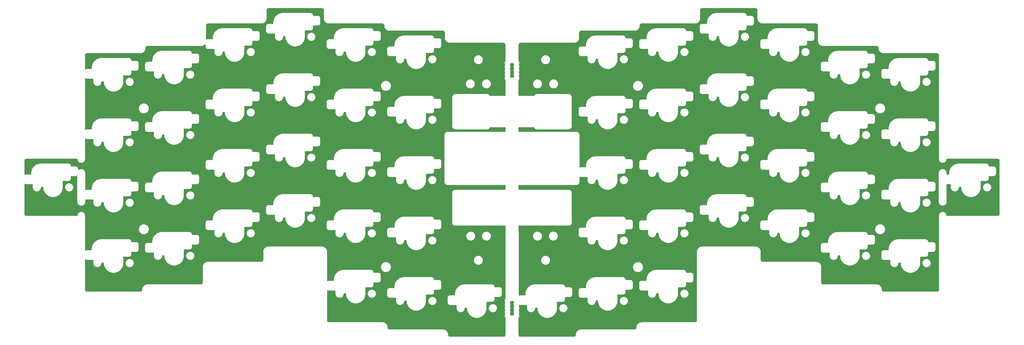
<source format=gbl>
G04 #@! TF.GenerationSoftware,KiCad,Pcbnew,(6.0.0-rc2-14-ga17a58203b)*
G04 #@! TF.CreationDate,2022-01-11T14:57:49+08:00*
G04 #@! TF.ProjectId,underplate,756e6465-7270-46c6-9174-652e6b696361,rev?*
G04 #@! TF.SameCoordinates,Original*
G04 #@! TF.FileFunction,Copper,L2,Bot*
G04 #@! TF.FilePolarity,Positive*
%FSLAX46Y46*%
G04 Gerber Fmt 4.6, Leading zero omitted, Abs format (unit mm)*
G04 Created by KiCad (PCBNEW (6.0.0-rc2-14-ga17a58203b)) date 2022-01-11 14:57:49*
%MOMM*%
%LPD*%
G01*
G04 APERTURE LIST*
G04 APERTURE END LIST*
G04 #@! TA.AperFunction,NonConductor*
G36*
X207742741Y-98503425D02*
G01*
X207789234Y-98557081D01*
X207797866Y-98583223D01*
X207819183Y-98683511D01*
X207821868Y-98689541D01*
X207821868Y-98689542D01*
X207888599Y-98839422D01*
X207896859Y-98857975D01*
X207900739Y-98863316D01*
X207900740Y-98863317D01*
X207943748Y-98922512D01*
X207967606Y-98989380D01*
X207951526Y-99058531D01*
X207943748Y-99070634D01*
X207935777Y-99081606D01*
X207896859Y-99135171D01*
X207894175Y-99141199D01*
X207894174Y-99141201D01*
X207836162Y-99271499D01*
X207819183Y-99309635D01*
X207807667Y-99363814D01*
X207786218Y-99464723D01*
X207779477Y-99496436D01*
X207779477Y-99687410D01*
X207780849Y-99693862D01*
X207780849Y-99693867D01*
X207797916Y-99774159D01*
X207819183Y-99874211D01*
X207821868Y-99880241D01*
X207821868Y-99880242D01*
X207892107Y-100038001D01*
X207896859Y-100048675D01*
X207900739Y-100054016D01*
X207900740Y-100054017D01*
X207943748Y-100113212D01*
X207967606Y-100180080D01*
X207951526Y-100249231D01*
X207943748Y-100261334D01*
X207900912Y-100320293D01*
X207896859Y-100325871D01*
X207894175Y-100331899D01*
X207894174Y-100331901D01*
X207827915Y-100480723D01*
X207819183Y-100500335D01*
X207807488Y-100555357D01*
X207783841Y-100666607D01*
X207779477Y-100687136D01*
X207779477Y-100878110D01*
X207780849Y-100884562D01*
X207780849Y-100884567D01*
X207795863Y-100955199D01*
X207819183Y-101064911D01*
X207821868Y-101070941D01*
X207821868Y-101070942D01*
X207845345Y-101123671D01*
X207896859Y-101239375D01*
X207900739Y-101244716D01*
X207900740Y-101244717D01*
X207943748Y-101303912D01*
X207967606Y-101370780D01*
X207951526Y-101439931D01*
X207943748Y-101452034D01*
X207929711Y-101471355D01*
X207896859Y-101516571D01*
X207894175Y-101522599D01*
X207894174Y-101522601D01*
X207822935Y-101682607D01*
X207819183Y-101691035D01*
X207803439Y-101765104D01*
X207781407Y-101868758D01*
X207779477Y-101877836D01*
X207779477Y-102068810D01*
X207780849Y-102075262D01*
X207780849Y-102075267D01*
X207793234Y-102133530D01*
X207819183Y-102255611D01*
X207821868Y-102261641D01*
X207821868Y-102261642D01*
X207890282Y-102415302D01*
X207896859Y-102430075D01*
X207900739Y-102435416D01*
X207900740Y-102435417D01*
X207943748Y-102494612D01*
X207967606Y-102561480D01*
X207951526Y-102630631D01*
X207943748Y-102642734D01*
X207924713Y-102668934D01*
X207896859Y-102707271D01*
X207894175Y-102713299D01*
X207894174Y-102713301D01*
X207841326Y-102832001D01*
X207819183Y-102881735D01*
X207817811Y-102888190D01*
X207817808Y-102888199D01*
X207800671Y-102968821D01*
X207766943Y-103031294D01*
X207704793Y-103065615D01*
X207677425Y-103068623D01*
X206920229Y-103068623D01*
X206852108Y-103048621D01*
X206805615Y-102994965D01*
X206796983Y-102968821D01*
X206779846Y-102888199D01*
X206779843Y-102888190D01*
X206778471Y-102881735D01*
X206756328Y-102832001D01*
X206703480Y-102713301D01*
X206703479Y-102713299D01*
X206700795Y-102707271D01*
X206672942Y-102668934D01*
X206653906Y-102642734D01*
X206630048Y-102575866D01*
X206646128Y-102506715D01*
X206653906Y-102494612D01*
X206696914Y-102435417D01*
X206696915Y-102435416D01*
X206700795Y-102430075D01*
X206707373Y-102415302D01*
X206775786Y-102261642D01*
X206775786Y-102261641D01*
X206778471Y-102255611D01*
X206804420Y-102133530D01*
X206816805Y-102075267D01*
X206816805Y-102075262D01*
X206818177Y-102068810D01*
X206818177Y-101877836D01*
X206816248Y-101868758D01*
X206794215Y-101765104D01*
X206778471Y-101691035D01*
X206774719Y-101682607D01*
X206703480Y-101522601D01*
X206703479Y-101522599D01*
X206700795Y-101516571D01*
X206667944Y-101471355D01*
X206653906Y-101452034D01*
X206630048Y-101385166D01*
X206646128Y-101316015D01*
X206653906Y-101303912D01*
X206696914Y-101244717D01*
X206696915Y-101244716D01*
X206700795Y-101239375D01*
X206752310Y-101123671D01*
X206775786Y-101070942D01*
X206775786Y-101070941D01*
X206778471Y-101064911D01*
X206801791Y-100955199D01*
X206816805Y-100884567D01*
X206816805Y-100884562D01*
X206818177Y-100878110D01*
X206818177Y-100687136D01*
X206813814Y-100666607D01*
X206790166Y-100555357D01*
X206778471Y-100500335D01*
X206769739Y-100480723D01*
X206703480Y-100331901D01*
X206703479Y-100331899D01*
X206700795Y-100325871D01*
X206696743Y-100320293D01*
X206653906Y-100261334D01*
X206630048Y-100194466D01*
X206646128Y-100125315D01*
X206653906Y-100113212D01*
X206696914Y-100054017D01*
X206696915Y-100054016D01*
X206700795Y-100048675D01*
X206705548Y-100038001D01*
X206775786Y-99880242D01*
X206775786Y-99880241D01*
X206778471Y-99874211D01*
X206799738Y-99774159D01*
X206816805Y-99693867D01*
X206816805Y-99693862D01*
X206818177Y-99687410D01*
X206818177Y-99496436D01*
X206811437Y-99464723D01*
X206789987Y-99363814D01*
X206778471Y-99309635D01*
X206761492Y-99271499D01*
X206703480Y-99141201D01*
X206703479Y-99141199D01*
X206700795Y-99135171D01*
X206661878Y-99081606D01*
X206653906Y-99070634D01*
X206630048Y-99003766D01*
X206646128Y-98934615D01*
X206653906Y-98922512D01*
X206696914Y-98863317D01*
X206696915Y-98863316D01*
X206700795Y-98857975D01*
X206709056Y-98839422D01*
X206775786Y-98689542D01*
X206775786Y-98689541D01*
X206778471Y-98683511D01*
X206799788Y-98583225D01*
X206833515Y-98520753D01*
X206895665Y-98486431D01*
X206923034Y-98483423D01*
X207674620Y-98483423D01*
X207742741Y-98503425D01*
G37*
G04 #@! TD.AperFunction*
G04 #@! TA.AperFunction,NonConductor*
G36*
X207745546Y-173497425D02*
G01*
X207792039Y-173551081D01*
X207800671Y-173577225D01*
X207817808Y-173657847D01*
X207817811Y-173657856D01*
X207819183Y-173664311D01*
X207821868Y-173670341D01*
X207821868Y-173670342D01*
X207888623Y-173820276D01*
X207896859Y-173838775D01*
X207900739Y-173844116D01*
X207900740Y-173844117D01*
X207943748Y-173903312D01*
X207967606Y-173970180D01*
X207951526Y-174039331D01*
X207943748Y-174051434D01*
X207923597Y-174079170D01*
X207896859Y-174115971D01*
X207894175Y-174121999D01*
X207894174Y-174122001D01*
X207821868Y-174284404D01*
X207819183Y-174290435D01*
X207807788Y-174344045D01*
X207783440Y-174458593D01*
X207779477Y-174477236D01*
X207779477Y-174668210D01*
X207780849Y-174674662D01*
X207780849Y-174674667D01*
X207798251Y-174756534D01*
X207819183Y-174855011D01*
X207821868Y-174861041D01*
X207821868Y-174861042D01*
X207869070Y-174967059D01*
X207896859Y-175029475D01*
X207900739Y-175034816D01*
X207900740Y-175034817D01*
X207943748Y-175094012D01*
X207967606Y-175160880D01*
X207951526Y-175230031D01*
X207943748Y-175242134D01*
X207911745Y-175286183D01*
X207896859Y-175306671D01*
X207894175Y-175312699D01*
X207894174Y-175312701D01*
X207825511Y-175466922D01*
X207819183Y-175481135D01*
X207806393Y-175541309D01*
X207780951Y-175661002D01*
X207779477Y-175667936D01*
X207779477Y-175858910D01*
X207780849Y-175865362D01*
X207780849Y-175865367D01*
X207793884Y-175926691D01*
X207819183Y-176045711D01*
X207821868Y-176051741D01*
X207821868Y-176051742D01*
X207891887Y-176209007D01*
X207896859Y-176220175D01*
X207900739Y-176225516D01*
X207900740Y-176225517D01*
X207943748Y-176284712D01*
X207967606Y-176351580D01*
X207951526Y-176420731D01*
X207943748Y-176432834D01*
X207925983Y-176457286D01*
X207896859Y-176497371D01*
X207894175Y-176503399D01*
X207894174Y-176503401D01*
X207856750Y-176587458D01*
X207819183Y-176671835D01*
X207817811Y-176678292D01*
X207784007Y-176837326D01*
X207779477Y-176858636D01*
X207779477Y-177049610D01*
X207780849Y-177056062D01*
X207780849Y-177056067D01*
X207789265Y-177095658D01*
X207819183Y-177236411D01*
X207821868Y-177242441D01*
X207821868Y-177242442D01*
X207889820Y-177395064D01*
X207896859Y-177410875D01*
X207900739Y-177416216D01*
X207900740Y-177416217D01*
X207943748Y-177475412D01*
X207967606Y-177542280D01*
X207951526Y-177611431D01*
X207943748Y-177623534D01*
X207904106Y-177678097D01*
X207896859Y-177688071D01*
X207894175Y-177694099D01*
X207894174Y-177694101D01*
X207865948Y-177757499D01*
X207819183Y-177862535D01*
X207817811Y-177868990D01*
X207817808Y-177868999D01*
X207800671Y-177949621D01*
X207766943Y-178012094D01*
X207704793Y-178046415D01*
X207677425Y-178049423D01*
X206920229Y-178049423D01*
X206852108Y-178029421D01*
X206805615Y-177975765D01*
X206796983Y-177949621D01*
X206779846Y-177868999D01*
X206779843Y-177868990D01*
X206778471Y-177862535D01*
X206731706Y-177757499D01*
X206703480Y-177694101D01*
X206703479Y-177694099D01*
X206700795Y-177688071D01*
X206693549Y-177678097D01*
X206653906Y-177623534D01*
X206630048Y-177556666D01*
X206646128Y-177487515D01*
X206653906Y-177475412D01*
X206696914Y-177416217D01*
X206696915Y-177416216D01*
X206700795Y-177410875D01*
X206707835Y-177395064D01*
X206775786Y-177242442D01*
X206775786Y-177242441D01*
X206778471Y-177236411D01*
X206808389Y-177095658D01*
X206816805Y-177056067D01*
X206816805Y-177056062D01*
X206818177Y-177049610D01*
X206818177Y-176858636D01*
X206813648Y-176837326D01*
X206779843Y-176678292D01*
X206778471Y-176671835D01*
X206740904Y-176587458D01*
X206703480Y-176503401D01*
X206703479Y-176503399D01*
X206700795Y-176497371D01*
X206671672Y-176457286D01*
X206653906Y-176432834D01*
X206630048Y-176365966D01*
X206646128Y-176296815D01*
X206653906Y-176284712D01*
X206696914Y-176225517D01*
X206696915Y-176225516D01*
X206700795Y-176220175D01*
X206705768Y-176209007D01*
X206775786Y-176051742D01*
X206775786Y-176051741D01*
X206778471Y-176045711D01*
X206803770Y-175926691D01*
X206816805Y-175865367D01*
X206816805Y-175865362D01*
X206818177Y-175858910D01*
X206818177Y-175667936D01*
X206816704Y-175661002D01*
X206791261Y-175541309D01*
X206778471Y-175481135D01*
X206772143Y-175466922D01*
X206703480Y-175312701D01*
X206703479Y-175312699D01*
X206700795Y-175306671D01*
X206685910Y-175286183D01*
X206653906Y-175242134D01*
X206630048Y-175175266D01*
X206646128Y-175106115D01*
X206653906Y-175094012D01*
X206696914Y-175034817D01*
X206696915Y-175034816D01*
X206700795Y-175029475D01*
X206728585Y-174967059D01*
X206775786Y-174861042D01*
X206775786Y-174861041D01*
X206778471Y-174855011D01*
X206799403Y-174756534D01*
X206816805Y-174674667D01*
X206816805Y-174674662D01*
X206818177Y-174668210D01*
X206818177Y-174477236D01*
X206814215Y-174458593D01*
X206789866Y-174344045D01*
X206778471Y-174290435D01*
X206775786Y-174284404D01*
X206703480Y-174122001D01*
X206703479Y-174121999D01*
X206700795Y-174115971D01*
X206674058Y-174079170D01*
X206653906Y-174051434D01*
X206630048Y-173984566D01*
X206646128Y-173915415D01*
X206653906Y-173903312D01*
X206696914Y-173844117D01*
X206696915Y-173844116D01*
X206700795Y-173838775D01*
X206709032Y-173820276D01*
X206775786Y-173670342D01*
X206775786Y-173670341D01*
X206778471Y-173664311D01*
X206779843Y-173657856D01*
X206779846Y-173657847D01*
X206796983Y-173577225D01*
X206830711Y-173514752D01*
X206892861Y-173480431D01*
X206920229Y-173477423D01*
X207677425Y-173477423D01*
X207745546Y-173497425D01*
G37*
G04 #@! TD.AperFunction*
G04 #@! TA.AperFunction,NonConductor*
G36*
X147408934Y-81149923D02*
G01*
X147423735Y-81152228D01*
X147423738Y-81152228D01*
X147432607Y-81153609D01*
X147441509Y-81152445D01*
X147441513Y-81152445D01*
X147441609Y-81152432D01*
X147472047Y-81152161D01*
X147566073Y-81162755D01*
X147593581Y-81169034D01*
X147700993Y-81206619D01*
X147726414Y-81218861D01*
X147822774Y-81279408D01*
X147844833Y-81297000D01*
X147925300Y-81377467D01*
X147942892Y-81399526D01*
X148003439Y-81495886D01*
X148015681Y-81521306D01*
X148024973Y-81547861D01*
X148053266Y-81628719D01*
X148059545Y-81656226D01*
X148069399Y-81743677D01*
X148070182Y-81759323D01*
X148070073Y-81768279D01*
X148068691Y-81777153D01*
X148071151Y-81795962D01*
X148072813Y-81808674D01*
X148073877Y-81825012D01*
X148073877Y-84274095D01*
X148072377Y-84293480D01*
X148071298Y-84300412D01*
X148068691Y-84317153D01*
X148069840Y-84325939D01*
X148069854Y-84326137D01*
X148069843Y-84327051D01*
X148070103Y-84329622D01*
X148081007Y-84482073D01*
X148086508Y-84558985D01*
X148087464Y-84563379D01*
X148133988Y-84777247D01*
X148136708Y-84789752D01*
X148138275Y-84793954D01*
X148138277Y-84793960D01*
X148206038Y-84975631D01*
X148219239Y-85011025D01*
X148221393Y-85014970D01*
X148221394Y-85014972D01*
X148262589Y-85090415D01*
X148332420Y-85218301D01*
X148473947Y-85407360D01*
X148640940Y-85574353D01*
X148829999Y-85715880D01*
X148846701Y-85725000D01*
X149020379Y-85819835D01*
X149037275Y-85829061D01*
X149041487Y-85830632D01*
X149254340Y-85910023D01*
X149254346Y-85910025D01*
X149258548Y-85911592D01*
X149262934Y-85912546D01*
X149262937Y-85912547D01*
X149364347Y-85934607D01*
X149489315Y-85961792D01*
X149493803Y-85962113D01*
X149688247Y-85976020D01*
X149700154Y-85977444D01*
X149712338Y-85979494D01*
X149718836Y-85979573D01*
X149720018Y-85979588D01*
X149720022Y-85979588D01*
X149724877Y-85979647D01*
X149752465Y-85975696D01*
X149770328Y-85974423D01*
X166439549Y-85974423D01*
X166458934Y-85975923D01*
X166473735Y-85978228D01*
X166473738Y-85978228D01*
X166482607Y-85979609D01*
X166491509Y-85978445D01*
X166491513Y-85978445D01*
X166491609Y-85978432D01*
X166522047Y-85978161D01*
X166616073Y-85988755D01*
X166643581Y-85995034D01*
X166750993Y-86032619D01*
X166776412Y-86044860D01*
X166848311Y-86090037D01*
X166872774Y-86105408D01*
X166894833Y-86123000D01*
X166975300Y-86203467D01*
X166992892Y-86225526D01*
X167051592Y-86318946D01*
X167053439Y-86321886D01*
X167065681Y-86347306D01*
X167080145Y-86388643D01*
X167103266Y-86454719D01*
X167109545Y-86482226D01*
X167114865Y-86529437D01*
X167117726Y-86554826D01*
X167119399Y-86569677D01*
X167120182Y-86585323D01*
X167120072Y-86594280D01*
X167118691Y-86603153D01*
X167119840Y-86611939D01*
X167119854Y-86612137D01*
X167119843Y-86613051D01*
X167120103Y-86615622D01*
X167131918Y-86780816D01*
X167136508Y-86844985D01*
X167186708Y-87075752D01*
X167188275Y-87079954D01*
X167188277Y-87079960D01*
X167256038Y-87261631D01*
X167269239Y-87297025D01*
X167271393Y-87300970D01*
X167271394Y-87300972D01*
X167316710Y-87383962D01*
X167382420Y-87504301D01*
X167523947Y-87693360D01*
X167690940Y-87860353D01*
X167879999Y-88001880D01*
X167883953Y-88004039D01*
X168077459Y-88109701D01*
X168087275Y-88115061D01*
X168091487Y-88116632D01*
X168304340Y-88196023D01*
X168304346Y-88196025D01*
X168308548Y-88197592D01*
X168312934Y-88198546D01*
X168312937Y-88198547D01*
X168376610Y-88212398D01*
X168539315Y-88247792D01*
X168543803Y-88248113D01*
X168738247Y-88262020D01*
X168750154Y-88263444D01*
X168762338Y-88265494D01*
X168768836Y-88265573D01*
X168770018Y-88265588D01*
X168770022Y-88265588D01*
X168774877Y-88265647D01*
X168802465Y-88261696D01*
X168820328Y-88260423D01*
X185489549Y-88260423D01*
X185508934Y-88261923D01*
X185523735Y-88264228D01*
X185523738Y-88264228D01*
X185532607Y-88265609D01*
X185541509Y-88264445D01*
X185541513Y-88264445D01*
X185541609Y-88264432D01*
X185572047Y-88264161D01*
X185666073Y-88274755D01*
X185693582Y-88281034D01*
X185756654Y-88303104D01*
X185800993Y-88318619D01*
X185826412Y-88330860D01*
X185914406Y-88386150D01*
X185922774Y-88391408D01*
X185944833Y-88409000D01*
X186025300Y-88489467D01*
X186042892Y-88511526D01*
X186102520Y-88606423D01*
X186103439Y-88607886D01*
X186115681Y-88633306D01*
X186117928Y-88639730D01*
X186153266Y-88740719D01*
X186159545Y-88768226D01*
X186163523Y-88803526D01*
X186169383Y-88855532D01*
X186169399Y-88855677D01*
X186170182Y-88871323D01*
X186170073Y-88880279D01*
X186168691Y-88889153D01*
X186171749Y-88912539D01*
X186172813Y-88920674D01*
X186173877Y-88937012D01*
X186173877Y-90370095D01*
X186172377Y-90389480D01*
X186170240Y-90403207D01*
X186168691Y-90413153D01*
X186169840Y-90421939D01*
X186169854Y-90422137D01*
X186169843Y-90423051D01*
X186170103Y-90425622D01*
X186182626Y-90600715D01*
X186186508Y-90654985D01*
X186190790Y-90674669D01*
X186234204Y-90874239D01*
X186236708Y-90885752D01*
X186238275Y-90889954D01*
X186238277Y-90889960D01*
X186306038Y-91071631D01*
X186319239Y-91107025D01*
X186321393Y-91110970D01*
X186321394Y-91110972D01*
X186381168Y-91220439D01*
X186432420Y-91314301D01*
X186573947Y-91503360D01*
X186740940Y-91670353D01*
X186929999Y-91811880D01*
X186933953Y-91814039D01*
X187102970Y-91906329D01*
X187137275Y-91925061D01*
X187141487Y-91926632D01*
X187354340Y-92006023D01*
X187354346Y-92006025D01*
X187358548Y-92007592D01*
X187362934Y-92008546D01*
X187362937Y-92008547D01*
X187426610Y-92022398D01*
X187589315Y-92057792D01*
X187593803Y-92058113D01*
X187788247Y-92072020D01*
X187800154Y-92073444D01*
X187812338Y-92075494D01*
X187818836Y-92075573D01*
X187820018Y-92075588D01*
X187820022Y-92075588D01*
X187824877Y-92075647D01*
X187852465Y-92071696D01*
X187870328Y-92070423D01*
X204539549Y-92070423D01*
X204558934Y-92071923D01*
X204573735Y-92074228D01*
X204573738Y-92074228D01*
X204582607Y-92075609D01*
X204591509Y-92074445D01*
X204591513Y-92074445D01*
X204591609Y-92074432D01*
X204622047Y-92074161D01*
X204716073Y-92084755D01*
X204743582Y-92091034D01*
X204848087Y-92127602D01*
X204850993Y-92128619D01*
X204876414Y-92140861D01*
X204972774Y-92201408D01*
X204994833Y-92219000D01*
X205075300Y-92299467D01*
X205092892Y-92321526D01*
X205151685Y-92415094D01*
X205153439Y-92417886D01*
X205165681Y-92443306D01*
X205170697Y-92457641D01*
X205203266Y-92550719D01*
X205209545Y-92578226D01*
X205219003Y-92662159D01*
X205219399Y-92665677D01*
X205220182Y-92681323D01*
X205220073Y-92690279D01*
X205218691Y-92699153D01*
X205222878Y-92731171D01*
X205223941Y-92747297D01*
X205231672Y-97746480D01*
X205231674Y-97747648D01*
X205211777Y-97815800D01*
X205207618Y-97821893D01*
X205166003Y-97879170D01*
X205125888Y-97934384D01*
X205118559Y-97944471D01*
X205115875Y-97950499D01*
X205115874Y-97950501D01*
X205046930Y-98105353D01*
X205040883Y-98118935D01*
X205025940Y-98189237D01*
X205004463Y-98290277D01*
X205001177Y-98305736D01*
X205001177Y-98496710D01*
X205002549Y-98503162D01*
X205002549Y-98503167D01*
X205019567Y-98583226D01*
X205040883Y-98683511D01*
X205043568Y-98689541D01*
X205043568Y-98689542D01*
X205110299Y-98839422D01*
X205118559Y-98857975D01*
X205122439Y-98863316D01*
X205122440Y-98863317D01*
X205165448Y-98922512D01*
X205189306Y-98989380D01*
X205173226Y-99058531D01*
X205165448Y-99070634D01*
X205157477Y-99081606D01*
X205118559Y-99135171D01*
X205115875Y-99141199D01*
X205115874Y-99141201D01*
X205057862Y-99271499D01*
X205040883Y-99309635D01*
X205029367Y-99363814D01*
X205007918Y-99464723D01*
X205001177Y-99496436D01*
X205001177Y-99687410D01*
X205002549Y-99693862D01*
X205002549Y-99693867D01*
X205019616Y-99774159D01*
X205040883Y-99874211D01*
X205043568Y-99880241D01*
X205043568Y-99880242D01*
X205113807Y-100038001D01*
X205118559Y-100048675D01*
X205122439Y-100054016D01*
X205122440Y-100054017D01*
X205165448Y-100113212D01*
X205189306Y-100180080D01*
X205173226Y-100249231D01*
X205165448Y-100261334D01*
X205122612Y-100320293D01*
X205118559Y-100325871D01*
X205115875Y-100331899D01*
X205115874Y-100331901D01*
X205049615Y-100480723D01*
X205040883Y-100500335D01*
X205029188Y-100555357D01*
X205005541Y-100666607D01*
X205001177Y-100687136D01*
X205001177Y-100878110D01*
X205002549Y-100884562D01*
X205002549Y-100884567D01*
X205017563Y-100955199D01*
X205040883Y-101064911D01*
X205043568Y-101070941D01*
X205043568Y-101070942D01*
X205067045Y-101123671D01*
X205118559Y-101239375D01*
X205122439Y-101244716D01*
X205122440Y-101244717D01*
X205165448Y-101303912D01*
X205189306Y-101370780D01*
X205173226Y-101439931D01*
X205165448Y-101452034D01*
X205151411Y-101471355D01*
X205118559Y-101516571D01*
X205115875Y-101522599D01*
X205115874Y-101522601D01*
X205044635Y-101682607D01*
X205040883Y-101691035D01*
X205025139Y-101765104D01*
X205003107Y-101868758D01*
X205001177Y-101877836D01*
X205001177Y-102068810D01*
X205002549Y-102075262D01*
X205002549Y-102075267D01*
X205014934Y-102133530D01*
X205040883Y-102255611D01*
X205043568Y-102261641D01*
X205043568Y-102261642D01*
X205111982Y-102415302D01*
X205118559Y-102430075D01*
X205122439Y-102435416D01*
X205122440Y-102435417D01*
X205165448Y-102494612D01*
X205189306Y-102561480D01*
X205173226Y-102630631D01*
X205165448Y-102642734D01*
X205146413Y-102668934D01*
X205118559Y-102707271D01*
X205115875Y-102713299D01*
X205115874Y-102713301D01*
X205063026Y-102832001D01*
X205040883Y-102881735D01*
X205022372Y-102968821D01*
X205006351Y-103044195D01*
X205001177Y-103068536D01*
X205001177Y-103259510D01*
X205002549Y-103265962D01*
X205002549Y-103265967D01*
X205019058Y-103343634D01*
X205040883Y-103446311D01*
X205043568Y-103452341D01*
X205043568Y-103452342D01*
X205103792Y-103587607D01*
X205118559Y-103620775D01*
X205122439Y-103626116D01*
X205122440Y-103626117D01*
X205199813Y-103732611D01*
X205223671Y-103799479D01*
X205223877Y-103806672D01*
X205223877Y-108703423D01*
X205203875Y-108771544D01*
X205150219Y-108818037D01*
X205097877Y-108829423D01*
X200350722Y-108829423D01*
X200282601Y-108809421D01*
X200236108Y-108755765D01*
X200230147Y-108739999D01*
X200213477Y-108685045D01*
X200208430Y-108668407D01*
X200204480Y-108661016D01*
X200172500Y-108601187D01*
X200137672Y-108536030D01*
X200042449Y-108420001D01*
X199926420Y-108324778D01*
X199823520Y-108269776D01*
X199799495Y-108256934D01*
X199799493Y-108256933D01*
X199794043Y-108254020D01*
X199724238Y-108232845D01*
X199656327Y-108212244D01*
X199656323Y-108212243D01*
X199650405Y-108210448D01*
X199589951Y-108204494D01*
X199561124Y-108201655D01*
X199555418Y-108201093D01*
X199546863Y-108199954D01*
X199518359Y-108195158D01*
X199518354Y-108195158D01*
X199513566Y-108194352D01*
X199507428Y-108194277D01*
X199505892Y-108194258D01*
X199505887Y-108194258D01*
X199501027Y-108194199D01*
X199496214Y-108194888D01*
X199496202Y-108194889D01*
X199473274Y-108198173D01*
X199455482Y-108199446D01*
X194157467Y-108202131D01*
X189650599Y-108204415D01*
X189628656Y-108202501D01*
X189611565Y-108199487D01*
X189606709Y-108199389D01*
X189606705Y-108199389D01*
X189605200Y-108199359D01*
X189599028Y-108199235D01*
X189586534Y-108200924D01*
X189579731Y-108201655D01*
X189487923Y-108209000D01*
X189399539Y-108216071D01*
X189335253Y-108232845D01*
X189211255Y-108265199D01*
X189211252Y-108265200D01*
X189205902Y-108266596D01*
X189200876Y-108268905D01*
X189029075Y-108347831D01*
X189029072Y-108347833D01*
X189024054Y-108350138D01*
X189019510Y-108353287D01*
X189019507Y-108353289D01*
X188867711Y-108458494D01*
X188859576Y-108464132D01*
X188717514Y-108605079D01*
X188602228Y-108768655D01*
X188517258Y-108949839D01*
X188465209Y-109143072D01*
X188464726Y-109148566D01*
X188464725Y-109148571D01*
X188451217Y-109302188D01*
X188449957Y-109312044D01*
X188446956Y-109329883D01*
X188446803Y-109342422D01*
X188448558Y-109354677D01*
X188450754Y-109370010D01*
X188452027Y-109387873D01*
X188452027Y-118176718D01*
X188450112Y-118198599D01*
X188447071Y-118215845D01*
X188446973Y-118220702D01*
X188446973Y-118220706D01*
X188446944Y-118222163D01*
X188446819Y-118228382D01*
X188448508Y-118240876D01*
X188449239Y-118247679D01*
X188463655Y-118427871D01*
X188468544Y-118446607D01*
X188501497Y-118572899D01*
X188514180Y-118621508D01*
X188516489Y-118626534D01*
X188590715Y-118788103D01*
X188597722Y-118803356D01*
X188600871Y-118807900D01*
X188600873Y-118807903D01*
X188671817Y-118910265D01*
X188711716Y-118967834D01*
X188715611Y-118971760D01*
X188715612Y-118971761D01*
X188747415Y-119003815D01*
X188852663Y-119109896D01*
X189016239Y-119225182D01*
X189079064Y-119254645D01*
X189184896Y-119304277D01*
X189197423Y-119310152D01*
X189390656Y-119362201D01*
X189396150Y-119362684D01*
X189396155Y-119362685D01*
X189549772Y-119376193D01*
X189559628Y-119377453D01*
X189577467Y-119380454D01*
X189583848Y-119380532D01*
X189585147Y-119380548D01*
X189585151Y-119380548D01*
X189590006Y-119380607D01*
X189617593Y-119376656D01*
X189635456Y-119375383D01*
X194152164Y-119375401D01*
X199447821Y-119375423D01*
X199468723Y-119377169D01*
X199478145Y-119378754D01*
X199488488Y-119380494D01*
X199494843Y-119380572D01*
X199496168Y-119380588D01*
X199496172Y-119380588D01*
X199501027Y-119380647D01*
X199505837Y-119379958D01*
X199505839Y-119379958D01*
X199514244Y-119378754D01*
X199532665Y-119376116D01*
X199538149Y-119375454D01*
X199621325Y-119367262D01*
X199644243Y-119365005D01*
X199644244Y-119365005D01*
X199650405Y-119364398D01*
X199662382Y-119360765D01*
X199724238Y-119342001D01*
X199794043Y-119320826D01*
X199802760Y-119316167D01*
X199867990Y-119281300D01*
X199926420Y-119250068D01*
X200042449Y-119154845D01*
X200137672Y-119038816D01*
X200203069Y-118916468D01*
X200205516Y-118911891D01*
X200205517Y-118911889D01*
X200208430Y-118906439D01*
X200230147Y-118834847D01*
X200269062Y-118775466D01*
X200333904Y-118746550D01*
X200350722Y-118745423D01*
X205097877Y-118745423D01*
X205165998Y-118765425D01*
X205212491Y-118819081D01*
X205223877Y-118871423D01*
X205223877Y-120011423D01*
X205203875Y-120079544D01*
X205150219Y-120126037D01*
X205097877Y-120137423D01*
X187108233Y-120137423D01*
X187087329Y-120135677D01*
X187084163Y-120135144D01*
X187067565Y-120132352D01*
X187061237Y-120132275D01*
X187059885Y-120132258D01*
X187059881Y-120132258D01*
X187055026Y-120132199D01*
X187050208Y-120132889D01*
X187034349Y-120135160D01*
X187027469Y-120135953D01*
X186958356Y-120142000D01*
X186877926Y-120149037D01*
X186785991Y-120173671D01*
X186711517Y-120193626D01*
X186711515Y-120193627D01*
X186706207Y-120195049D01*
X186701226Y-120197371D01*
X186701225Y-120197372D01*
X186550067Y-120267858D01*
X186550064Y-120267860D01*
X186545086Y-120270181D01*
X186399460Y-120372149D01*
X186273753Y-120497856D01*
X186171785Y-120643482D01*
X186169464Y-120648460D01*
X186169462Y-120648463D01*
X186103678Y-120789537D01*
X186096653Y-120804603D01*
X186095231Y-120809911D01*
X186095230Y-120809913D01*
X186089420Y-120831597D01*
X186050641Y-120976322D01*
X186039413Y-121104658D01*
X186039158Y-121107567D01*
X186037894Y-121117476D01*
X186033956Y-121140883D01*
X186033803Y-121153422D01*
X186036987Y-121175656D01*
X186037754Y-121181010D01*
X186039027Y-121198873D01*
X186039027Y-135832217D01*
X186037281Y-135853121D01*
X186033956Y-135872885D01*
X186033897Y-135877746D01*
X186033866Y-135880293D01*
X186033803Y-135885424D01*
X186034493Y-135890242D01*
X186036764Y-135906101D01*
X186037557Y-135912981D01*
X186042682Y-135971559D01*
X186050641Y-136062524D01*
X186072480Y-136144028D01*
X186093381Y-136222030D01*
X186096653Y-136234243D01*
X186098975Y-136239224D01*
X186098976Y-136239225D01*
X186167279Y-136385700D01*
X186171785Y-136395364D01*
X186273753Y-136540990D01*
X186399460Y-136666697D01*
X186545086Y-136768665D01*
X186550064Y-136770986D01*
X186550067Y-136770988D01*
X186698214Y-136840070D01*
X186706207Y-136843797D01*
X186711515Y-136845219D01*
X186711517Y-136845220D01*
X186746606Y-136854622D01*
X186877926Y-136889809D01*
X187009177Y-136901293D01*
X187019080Y-136902556D01*
X187042487Y-136906494D01*
X187048842Y-136906572D01*
X187050167Y-136906588D01*
X187050171Y-136906588D01*
X187055026Y-136906647D01*
X187082614Y-136902696D01*
X187100477Y-136901423D01*
X205090027Y-136901423D01*
X205158148Y-136921425D01*
X205204641Y-136975081D01*
X205216027Y-137027423D01*
X205216027Y-138299423D01*
X205196025Y-138367544D01*
X205142369Y-138414037D01*
X205090027Y-138425423D01*
X189521233Y-138425423D01*
X189500329Y-138423677D01*
X189497163Y-138423144D01*
X189480565Y-138420352D01*
X189474237Y-138420275D01*
X189472885Y-138420258D01*
X189472881Y-138420258D01*
X189468026Y-138420199D01*
X189463208Y-138420889D01*
X189447349Y-138423160D01*
X189440469Y-138423953D01*
X189371356Y-138430000D01*
X189290926Y-138437037D01*
X189193654Y-138463101D01*
X189124517Y-138481626D01*
X189124515Y-138481627D01*
X189119207Y-138483049D01*
X189114226Y-138485371D01*
X189114225Y-138485372D01*
X188963067Y-138555858D01*
X188963064Y-138555860D01*
X188958086Y-138558181D01*
X188812460Y-138660149D01*
X188686753Y-138785856D01*
X188584785Y-138931482D01*
X188582464Y-138936460D01*
X188582462Y-138936463D01*
X188524659Y-139060423D01*
X188509653Y-139092603D01*
X188508231Y-139097911D01*
X188508230Y-139097913D01*
X188497649Y-139137403D01*
X188463641Y-139264322D01*
X188452773Y-139388542D01*
X188452158Y-139395567D01*
X188450894Y-139405476D01*
X188446956Y-139428883D01*
X188446803Y-139441422D01*
X188448207Y-139451224D01*
X188450754Y-139469010D01*
X188452027Y-139486873D01*
X188452027Y-148659217D01*
X188450281Y-148680121D01*
X188446956Y-148699885D01*
X188446803Y-148712424D01*
X188447493Y-148717242D01*
X188449764Y-148733101D01*
X188450557Y-148739981D01*
X188455873Y-148800736D01*
X188463641Y-148889524D01*
X188485913Y-148972645D01*
X188504986Y-149043824D01*
X188509653Y-149061243D01*
X188511975Y-149066224D01*
X188511976Y-149066225D01*
X188581793Y-149215947D01*
X188584785Y-149222364D01*
X188686753Y-149367990D01*
X188812460Y-149493697D01*
X188958086Y-149595665D01*
X188963064Y-149597986D01*
X188963067Y-149597988D01*
X189110361Y-149666672D01*
X189119207Y-149670797D01*
X189124515Y-149672219D01*
X189124517Y-149672220D01*
X189141599Y-149676797D01*
X189290926Y-149716809D01*
X189422177Y-149728293D01*
X189432080Y-149729556D01*
X189455487Y-149733494D01*
X189461842Y-149733572D01*
X189463167Y-149733588D01*
X189463171Y-149733588D01*
X189468026Y-149733647D01*
X189495614Y-149729696D01*
X189513477Y-149728423D01*
X205090027Y-149728423D01*
X205158148Y-149748425D01*
X205204641Y-149802081D01*
X205216027Y-149854423D01*
X205216027Y-172750178D01*
X205191963Y-172824239D01*
X205176895Y-172844979D01*
X205118559Y-172925271D01*
X205115875Y-172931299D01*
X205115874Y-172931301D01*
X205061620Y-173053159D01*
X205040883Y-173099735D01*
X205032515Y-173139104D01*
X205006493Y-173261527D01*
X205001177Y-173286536D01*
X205001177Y-173477510D01*
X205002549Y-173483962D01*
X205002549Y-173483967D01*
X205008581Y-173512344D01*
X205040883Y-173664311D01*
X205043568Y-173670341D01*
X205043568Y-173670342D01*
X205110323Y-173820276D01*
X205118559Y-173838775D01*
X205122439Y-173844116D01*
X205122440Y-173844117D01*
X205165448Y-173903312D01*
X205189306Y-173970180D01*
X205173226Y-174039331D01*
X205165448Y-174051434D01*
X205145297Y-174079170D01*
X205118559Y-174115971D01*
X205115875Y-174121999D01*
X205115874Y-174122001D01*
X205043568Y-174284404D01*
X205040883Y-174290435D01*
X205029488Y-174344045D01*
X205005140Y-174458593D01*
X205001177Y-174477236D01*
X205001177Y-174668210D01*
X205002549Y-174674662D01*
X205002549Y-174674667D01*
X205019951Y-174756534D01*
X205040883Y-174855011D01*
X205043568Y-174861041D01*
X205043568Y-174861042D01*
X205090770Y-174967059D01*
X205118559Y-175029475D01*
X205122439Y-175034816D01*
X205122440Y-175034817D01*
X205165448Y-175094012D01*
X205189306Y-175160880D01*
X205173226Y-175230031D01*
X205165448Y-175242134D01*
X205133445Y-175286183D01*
X205118559Y-175306671D01*
X205115875Y-175312699D01*
X205115874Y-175312701D01*
X205047211Y-175466922D01*
X205040883Y-175481135D01*
X205028093Y-175541309D01*
X205002651Y-175661002D01*
X205001177Y-175667936D01*
X205001177Y-175858910D01*
X205002549Y-175865362D01*
X205002549Y-175865367D01*
X205015584Y-175926691D01*
X205040883Y-176045711D01*
X205043568Y-176051741D01*
X205043568Y-176051742D01*
X205113587Y-176209007D01*
X205118559Y-176220175D01*
X205122439Y-176225516D01*
X205122440Y-176225517D01*
X205165448Y-176284712D01*
X205189306Y-176351580D01*
X205173226Y-176420731D01*
X205165448Y-176432834D01*
X205147683Y-176457286D01*
X205118559Y-176497371D01*
X205115875Y-176503399D01*
X205115874Y-176503401D01*
X205078450Y-176587458D01*
X205040883Y-176671835D01*
X205039511Y-176678292D01*
X205005707Y-176837326D01*
X205001177Y-176858636D01*
X205001177Y-177049610D01*
X205002549Y-177056062D01*
X205002549Y-177056067D01*
X205010965Y-177095658D01*
X205040883Y-177236411D01*
X205043568Y-177242441D01*
X205043568Y-177242442D01*
X205111520Y-177395064D01*
X205118559Y-177410875D01*
X205122439Y-177416216D01*
X205122440Y-177416217D01*
X205165448Y-177475412D01*
X205189306Y-177542280D01*
X205173226Y-177611431D01*
X205165448Y-177623534D01*
X205125806Y-177678097D01*
X205118559Y-177688071D01*
X205115875Y-177694099D01*
X205115874Y-177694101D01*
X205087648Y-177757499D01*
X205040883Y-177862535D01*
X205001177Y-178049336D01*
X205001177Y-178240310D01*
X205040883Y-178427111D01*
X205118559Y-178601575D01*
X205122439Y-178606916D01*
X205122440Y-178606917D01*
X205192271Y-178703031D01*
X205216335Y-178776915D01*
X205223808Y-184096360D01*
X205222308Y-184115922D01*
X205220072Y-184130280D01*
X205220072Y-184130284D01*
X205218691Y-184139153D01*
X205219855Y-184148055D01*
X205219855Y-184148059D01*
X205219868Y-184148155D01*
X205220139Y-184178593D01*
X205209545Y-184272619D01*
X205203266Y-184300127D01*
X205165681Y-184407539D01*
X205153439Y-184432960D01*
X205092892Y-184529320D01*
X205075300Y-184551379D01*
X204994833Y-184631846D01*
X204972774Y-184649438D01*
X204876414Y-184709985D01*
X204850994Y-184722227D01*
X204783700Y-184745774D01*
X204743581Y-184759812D01*
X204716074Y-184766091D01*
X204680774Y-184770069D01*
X204628619Y-184775945D01*
X204612977Y-184776728D01*
X204604021Y-184776619D01*
X204595147Y-184775237D01*
X204563626Y-184779359D01*
X204547288Y-184780423D01*
X187874205Y-184780423D01*
X187854820Y-184778923D01*
X187840019Y-184776618D01*
X187840016Y-184776618D01*
X187831147Y-184775237D01*
X187822245Y-184776401D01*
X187822241Y-184776401D01*
X187822145Y-184776414D01*
X187791707Y-184776685D01*
X187697681Y-184766091D01*
X187670173Y-184759812D01*
X187630054Y-184745774D01*
X187562760Y-184722227D01*
X187537340Y-184709985D01*
X187440980Y-184649438D01*
X187418921Y-184631846D01*
X187338454Y-184551379D01*
X187320862Y-184529320D01*
X187260315Y-184432960D01*
X187248073Y-184407539D01*
X187210488Y-184300127D01*
X187204209Y-184272620D01*
X187194544Y-184186843D01*
X187194262Y-184162037D01*
X187194948Y-184157962D01*
X187195101Y-184145423D01*
X187193722Y-184135792D01*
X187192770Y-184126917D01*
X187192452Y-184122461D01*
X187177246Y-183909861D01*
X187142363Y-183749507D01*
X187128001Y-183683483D01*
X187128000Y-183683480D01*
X187127046Y-183679094D01*
X187125479Y-183674892D01*
X187125477Y-183674886D01*
X187046086Y-183462033D01*
X187044515Y-183457821D01*
X186931334Y-183250545D01*
X186789807Y-183061486D01*
X186622814Y-182894493D01*
X186433755Y-182752966D01*
X186238808Y-182646517D01*
X186230426Y-182641940D01*
X186230424Y-182641939D01*
X186226479Y-182639785D01*
X186220978Y-182637733D01*
X186009414Y-182558823D01*
X186009408Y-182558821D01*
X186005206Y-182557254D01*
X186000820Y-182556300D01*
X186000817Y-182556299D01*
X185864631Y-182526674D01*
X185774439Y-182507054D01*
X185769951Y-182506733D01*
X185575507Y-182492826D01*
X185563600Y-182491402D01*
X185551416Y-182489352D01*
X185544918Y-182489273D01*
X185543736Y-182489258D01*
X185543732Y-182489258D01*
X185538877Y-182489199D01*
X185512874Y-182492923D01*
X185511289Y-182493150D01*
X185493426Y-182494423D01*
X168824205Y-182494423D01*
X168804820Y-182492923D01*
X168790019Y-182490618D01*
X168790016Y-182490618D01*
X168781147Y-182489237D01*
X168772245Y-182490401D01*
X168772241Y-182490401D01*
X168772145Y-182490414D01*
X168741707Y-182490685D01*
X168647681Y-182480091D01*
X168620173Y-182473812D01*
X168580054Y-182459774D01*
X168512760Y-182436227D01*
X168487340Y-182423985D01*
X168390980Y-182363438D01*
X168368921Y-182345846D01*
X168288454Y-182265379D01*
X168270862Y-182243320D01*
X168210315Y-182146960D01*
X168198073Y-182121539D01*
X168160488Y-182014127D01*
X168154209Y-181986620D01*
X168144544Y-181900843D01*
X168144262Y-181876037D01*
X168144948Y-181871962D01*
X168145101Y-181859423D01*
X168143722Y-181849792D01*
X168142770Y-181840917D01*
X168142452Y-181836461D01*
X168127246Y-181623861D01*
X168092363Y-181463507D01*
X168078001Y-181397483D01*
X168078000Y-181397480D01*
X168077046Y-181393094D01*
X168075479Y-181388892D01*
X168075477Y-181388886D01*
X167996086Y-181176033D01*
X167994515Y-181171821D01*
X167881334Y-180964545D01*
X167739807Y-180775486D01*
X167572814Y-180608493D01*
X167383755Y-180466966D01*
X167188808Y-180360517D01*
X167180426Y-180355940D01*
X167180424Y-180355939D01*
X167176479Y-180353785D01*
X167170978Y-180351733D01*
X166959414Y-180272823D01*
X166959408Y-180272821D01*
X166955206Y-180271254D01*
X166950820Y-180270300D01*
X166950817Y-180270299D01*
X166814631Y-180240674D01*
X166724439Y-180221054D01*
X166719951Y-180220733D01*
X166525507Y-180206826D01*
X166513600Y-180205402D01*
X166501416Y-180203352D01*
X166494918Y-180203273D01*
X166493736Y-180203258D01*
X166493732Y-180203258D01*
X166488877Y-180203199D01*
X166462874Y-180206923D01*
X166461289Y-180207150D01*
X166443426Y-180208423D01*
X149774205Y-180208423D01*
X149754820Y-180206923D01*
X149740019Y-180204618D01*
X149740016Y-180204618D01*
X149731147Y-180203237D01*
X149722245Y-180204401D01*
X149722241Y-180204401D01*
X149722145Y-180204414D01*
X149691707Y-180204685D01*
X149597681Y-180194091D01*
X149570173Y-180187812D01*
X149530054Y-180173774D01*
X149462760Y-180150227D01*
X149437340Y-180137985D01*
X149340980Y-180077438D01*
X149318921Y-180059846D01*
X149238454Y-179979379D01*
X149220862Y-179957320D01*
X149160315Y-179860960D01*
X149148073Y-179835539D01*
X149110488Y-179728127D01*
X149104209Y-179700620D01*
X149094544Y-179614843D01*
X149094262Y-179590037D01*
X149094948Y-179585962D01*
X149095101Y-179573423D01*
X149091150Y-179545835D01*
X149089877Y-179527972D01*
X149089877Y-170144453D01*
X149109879Y-170076332D01*
X149163535Y-170029839D01*
X149233809Y-170019735D01*
X149288732Y-170043933D01*
X149289554Y-170042703D01*
X149294697Y-170046140D01*
X149299484Y-170050068D01*
X149383739Y-170095104D01*
X149407112Y-170107597D01*
X149431861Y-170120826D01*
X149492149Y-170139114D01*
X149569577Y-170162602D01*
X149569581Y-170162603D01*
X149575499Y-170164398D01*
X149581662Y-170165005D01*
X149670486Y-170173753D01*
X149679041Y-170174892D01*
X149707545Y-170179688D01*
X149707550Y-170179688D01*
X149712338Y-170180494D01*
X149718637Y-170180571D01*
X149720018Y-170180588D01*
X149720022Y-170180588D01*
X149724877Y-170180647D01*
X149752465Y-170176696D01*
X149770328Y-170175423D01*
X151630877Y-170175423D01*
X151698998Y-170195425D01*
X151745491Y-170249081D01*
X151756877Y-170301423D01*
X151756877Y-171142095D01*
X151755377Y-171161479D01*
X151751691Y-171185153D01*
X151752547Y-171191696D01*
X151762791Y-171315323D01*
X151769427Y-171395403D01*
X151769905Y-171401175D01*
X151771186Y-171406233D01*
X151771186Y-171406234D01*
X151818536Y-171593215D01*
X151821572Y-171605205D01*
X151823664Y-171609975D01*
X151823665Y-171609977D01*
X151888856Y-171758597D01*
X151906117Y-171797948D01*
X151908967Y-171802310D01*
X151908969Y-171802314D01*
X151959841Y-171880179D01*
X152021233Y-171974147D01*
X152024758Y-171977976D01*
X152024761Y-171977980D01*
X152078200Y-172036030D01*
X152163781Y-172128995D01*
X152167890Y-172132193D01*
X152167892Y-172132195D01*
X152270372Y-172211958D01*
X152329872Y-172258269D01*
X152334451Y-172260747D01*
X152334454Y-172260749D01*
X152499423Y-172350025D01*
X152514975Y-172358441D01*
X152714042Y-172426781D01*
X152719176Y-172427638D01*
X152719181Y-172427639D01*
X152916505Y-172460566D01*
X152916507Y-172460566D01*
X152921642Y-172461423D01*
X153132112Y-172461423D01*
X153137247Y-172460566D01*
X153137249Y-172460566D01*
X153334573Y-172427639D01*
X153334578Y-172427638D01*
X153339712Y-172426781D01*
X153538779Y-172358441D01*
X153554331Y-172350025D01*
X153719300Y-172260749D01*
X153719303Y-172260747D01*
X153723882Y-172258269D01*
X153783382Y-172211958D01*
X153885862Y-172132195D01*
X153885864Y-172132193D01*
X153889973Y-172128995D01*
X153975554Y-172036030D01*
X154028993Y-171977980D01*
X154028996Y-171977976D01*
X154032521Y-171974147D01*
X154093913Y-171880179D01*
X154144785Y-171802314D01*
X154144787Y-171802310D01*
X154147637Y-171797948D01*
X154164898Y-171758597D01*
X154230089Y-171609977D01*
X154230090Y-171609975D01*
X154232182Y-171605205D01*
X154235219Y-171593215D01*
X154282568Y-171406235D01*
X154282569Y-171406231D01*
X154283849Y-171401175D01*
X154284328Y-171395403D01*
X154292170Y-171300759D01*
X154298050Y-171229802D01*
X154299362Y-171219336D01*
X154301948Y-171203962D01*
X154302101Y-171191423D01*
X154303798Y-171191444D01*
X154317731Y-171129325D01*
X154368257Y-171079448D01*
X154427927Y-171064423D01*
X154928890Y-171064423D01*
X154997011Y-171084425D01*
X155043504Y-171138081D01*
X155054090Y-171188206D01*
X155054511Y-171191423D01*
X155054074Y-171191423D01*
X155054545Y-171199813D01*
X155054545Y-171199814D01*
X155063429Y-171358000D01*
X155073269Y-171533228D01*
X155130614Y-171870736D01*
X155225387Y-172199700D01*
X155226741Y-172202968D01*
X155226741Y-172202969D01*
X155353630Y-172509304D01*
X155356397Y-172515985D01*
X155521995Y-172815612D01*
X155599802Y-172925271D01*
X155700105Y-173066634D01*
X155720100Y-173094815D01*
X155948219Y-173350081D01*
X156203485Y-173578200D01*
X156482688Y-173776305D01*
X156681441Y-173886152D01*
X156734389Y-173915415D01*
X156782315Y-173941903D01*
X156785578Y-173943255D01*
X156785583Y-173943257D01*
X156984497Y-174025650D01*
X157098600Y-174072913D01*
X157101997Y-174073892D01*
X157101998Y-174073892D01*
X157136213Y-174083749D01*
X157427564Y-174167686D01*
X157765072Y-174225031D01*
X158106877Y-174244226D01*
X158448682Y-174225031D01*
X158786190Y-174167686D01*
X159077541Y-174083749D01*
X159111756Y-174073892D01*
X159111757Y-174073892D01*
X159115154Y-174072913D01*
X159229257Y-174025650D01*
X159428171Y-173943257D01*
X159428176Y-173943255D01*
X159431439Y-173941903D01*
X159479366Y-173915415D01*
X159532313Y-173886152D01*
X159731066Y-173776305D01*
X160010269Y-173578200D01*
X160265535Y-173350081D01*
X160493654Y-173094815D01*
X160513650Y-173066634D01*
X160613952Y-172925271D01*
X160691759Y-172815612D01*
X160857357Y-172515985D01*
X160860125Y-172509304D01*
X160987013Y-172202969D01*
X160987013Y-172202968D01*
X160988367Y-172199700D01*
X161083140Y-171870736D01*
X161140485Y-171533228D01*
X161158098Y-171219598D01*
X161158767Y-171213616D01*
X161158706Y-171213611D01*
X161159142Y-171208751D01*
X161159948Y-171203962D01*
X161160101Y-171191423D01*
X161912026Y-171191423D01*
X161931394Y-171412799D01*
X161932818Y-171418112D01*
X161932818Y-171418114D01*
X161984228Y-171609977D01*
X161988909Y-171627448D01*
X161991231Y-171632428D01*
X161991232Y-171632430D01*
X162076823Y-171815978D01*
X162082824Y-171828848D01*
X162210284Y-172010881D01*
X162367419Y-172168016D01*
X162371927Y-172171173D01*
X162371930Y-172171175D01*
X162529888Y-172281778D01*
X162549451Y-172295476D01*
X162554433Y-172297799D01*
X162554438Y-172297802D01*
X162737989Y-172383393D01*
X162750852Y-172389391D01*
X162756160Y-172390813D01*
X162756162Y-172390814D01*
X162960186Y-172445482D01*
X162960188Y-172445482D01*
X162965501Y-172446906D01*
X163186877Y-172466274D01*
X163408253Y-172446906D01*
X163413566Y-172445482D01*
X163413568Y-172445482D01*
X163617592Y-172390814D01*
X163617594Y-172390813D01*
X163622902Y-172389391D01*
X163635765Y-172383393D01*
X163819316Y-172297802D01*
X163819321Y-172297799D01*
X163824303Y-172295476D01*
X163843866Y-172281778D01*
X164001824Y-172171175D01*
X164001827Y-172171173D01*
X164006335Y-172168016D01*
X164163470Y-172010881D01*
X164290930Y-171828848D01*
X164296932Y-171815978D01*
X164354206Y-171693153D01*
X168007691Y-171693153D01*
X168010667Y-171715908D01*
X168011002Y-171718470D01*
X168011457Y-171722445D01*
X168023902Y-171848801D01*
X168025697Y-171854719D01*
X168025698Y-171854723D01*
X168045192Y-171918984D01*
X168067474Y-171992439D01*
X168070387Y-171997889D01*
X168070388Y-171997891D01*
X168079778Y-172015458D01*
X168138232Y-172124816D01*
X168233455Y-172240845D01*
X168349484Y-172336068D01*
X168433739Y-172381104D01*
X168457112Y-172393597D01*
X168481861Y-172406826D01*
X168519221Y-172418159D01*
X168619577Y-172448602D01*
X168619581Y-172448603D01*
X168625499Y-172450398D01*
X168631662Y-172451005D01*
X168720486Y-172459753D01*
X168729041Y-172460892D01*
X168757545Y-172465688D01*
X168757550Y-172465688D01*
X168762338Y-172466494D01*
X168768637Y-172466571D01*
X168770018Y-172466588D01*
X168770022Y-172466588D01*
X168774877Y-172466647D01*
X168802465Y-172462696D01*
X168820328Y-172461423D01*
X170680877Y-172461423D01*
X170748998Y-172481425D01*
X170795491Y-172535081D01*
X170806877Y-172587423D01*
X170806877Y-173428095D01*
X170805377Y-173447479D01*
X170801691Y-173471153D01*
X170802547Y-173477696D01*
X170806085Y-173520388D01*
X170819427Y-173681403D01*
X170819905Y-173687175D01*
X170821186Y-173692233D01*
X170821186Y-173692234D01*
X170859648Y-173844117D01*
X170871572Y-173891205D01*
X170873664Y-173895975D01*
X170873665Y-173895977D01*
X170951706Y-174073892D01*
X170956117Y-174083948D01*
X170958967Y-174088310D01*
X170958969Y-174088314D01*
X171013177Y-174171286D01*
X171071233Y-174260147D01*
X171074758Y-174263976D01*
X171074761Y-174263980D01*
X171112848Y-174305353D01*
X171213781Y-174414995D01*
X171217890Y-174418193D01*
X171217892Y-174418195D01*
X171320426Y-174498000D01*
X171379872Y-174544269D01*
X171384451Y-174546747D01*
X171384454Y-174546749D01*
X171549423Y-174636025D01*
X171564975Y-174644441D01*
X171764042Y-174712781D01*
X171769176Y-174713638D01*
X171769181Y-174713639D01*
X171966505Y-174746566D01*
X171966507Y-174746566D01*
X171971642Y-174747423D01*
X172182112Y-174747423D01*
X172187247Y-174746566D01*
X172187249Y-174746566D01*
X172384573Y-174713639D01*
X172384578Y-174713638D01*
X172389712Y-174712781D01*
X172588779Y-174644441D01*
X172604331Y-174636025D01*
X172769300Y-174546749D01*
X172769303Y-174546747D01*
X172773882Y-174544269D01*
X172833328Y-174498000D01*
X172935862Y-174418195D01*
X172935864Y-174418193D01*
X172939973Y-174414995D01*
X173040906Y-174305353D01*
X173078993Y-174263980D01*
X173078996Y-174263976D01*
X173082521Y-174260147D01*
X173140577Y-174171286D01*
X173194785Y-174088314D01*
X173194787Y-174088310D01*
X173197637Y-174083948D01*
X173202048Y-174073892D01*
X173280089Y-173895977D01*
X173280090Y-173895975D01*
X173282182Y-173891205D01*
X173294107Y-173844117D01*
X173332568Y-173692235D01*
X173332569Y-173692231D01*
X173333849Y-173687175D01*
X173334328Y-173681403D01*
X173343652Y-173568873D01*
X173348050Y-173515802D01*
X173349362Y-173505336D01*
X173351948Y-173489962D01*
X173352101Y-173477423D01*
X173353798Y-173477444D01*
X173367731Y-173415325D01*
X173418257Y-173365448D01*
X173477927Y-173350423D01*
X173978890Y-173350423D01*
X174047011Y-173370425D01*
X174093504Y-173424081D01*
X174104090Y-173474206D01*
X174104511Y-173477423D01*
X174104074Y-173477423D01*
X174104545Y-173485813D01*
X174104545Y-173485814D01*
X174109210Y-173568873D01*
X174123269Y-173819228D01*
X174180614Y-174156736D01*
X174275387Y-174485700D01*
X174276741Y-174488968D01*
X174276741Y-174488969D01*
X174403630Y-174795304D01*
X174406397Y-174801985D01*
X174571995Y-175101612D01*
X174586101Y-175121493D01*
X174750105Y-175352634D01*
X174770100Y-175380815D01*
X174998219Y-175636081D01*
X175253485Y-175864200D01*
X175532688Y-176062305D01*
X175612248Y-176106276D01*
X175780830Y-176199448D01*
X175832315Y-176227903D01*
X175835578Y-176229255D01*
X175835583Y-176229257D01*
X176145331Y-176357559D01*
X176148600Y-176358913D01*
X176151997Y-176359892D01*
X176151998Y-176359892D01*
X176173081Y-176365966D01*
X176477564Y-176453686D01*
X176815072Y-176511031D01*
X177156877Y-176530226D01*
X177498682Y-176511031D01*
X177836190Y-176453686D01*
X178140673Y-176365966D01*
X178161756Y-176359892D01*
X178161757Y-176359892D01*
X178165154Y-176358913D01*
X178168423Y-176357559D01*
X178478171Y-176229257D01*
X178478176Y-176229255D01*
X178481439Y-176227903D01*
X178532925Y-176199448D01*
X178701506Y-176106276D01*
X178781066Y-176062305D01*
X179060269Y-175864200D01*
X179315535Y-175636081D01*
X179543654Y-175380815D01*
X179563650Y-175352634D01*
X179727653Y-175121493D01*
X179741759Y-175101612D01*
X179907357Y-174801985D01*
X179910125Y-174795304D01*
X180037013Y-174488969D01*
X180037013Y-174488968D01*
X180038367Y-174485700D01*
X180133140Y-174156736D01*
X180190485Y-173819228D01*
X180208098Y-173505598D01*
X180208767Y-173499616D01*
X180208706Y-173499611D01*
X180209142Y-173494751D01*
X180209948Y-173489962D01*
X180210101Y-173477423D01*
X180962026Y-173477423D01*
X180981394Y-173698799D01*
X180982818Y-173704112D01*
X180982818Y-173704114D01*
X181034228Y-173895977D01*
X181038909Y-173913448D01*
X181041231Y-173918428D01*
X181041232Y-173918430D01*
X181115404Y-174077490D01*
X181132824Y-174114848D01*
X181260284Y-174296881D01*
X181417419Y-174454016D01*
X181421927Y-174457173D01*
X181421930Y-174457175D01*
X181579888Y-174567778D01*
X181599451Y-174581476D01*
X181604433Y-174583799D01*
X181604438Y-174583802D01*
X181785452Y-174668210D01*
X181800852Y-174675391D01*
X181806160Y-174676813D01*
X181806162Y-174676814D01*
X182010186Y-174731482D01*
X182010188Y-174731482D01*
X182015501Y-174732906D01*
X182236877Y-174752274D01*
X182458253Y-174732906D01*
X182463566Y-174731482D01*
X182463568Y-174731482D01*
X182667592Y-174676814D01*
X182667594Y-174676813D01*
X182672902Y-174675391D01*
X182688302Y-174668210D01*
X182869316Y-174583802D01*
X182869321Y-174583799D01*
X182874303Y-174581476D01*
X182893866Y-174567778D01*
X183051824Y-174457175D01*
X183051827Y-174457173D01*
X183056335Y-174454016D01*
X183213470Y-174296881D01*
X183340930Y-174114848D01*
X183358351Y-174077490D01*
X183404206Y-173979153D01*
X187057691Y-173979153D01*
X187061002Y-174004470D01*
X187061457Y-174008445D01*
X187073902Y-174134801D01*
X187075697Y-174140719D01*
X187075698Y-174140723D01*
X187085266Y-174172263D01*
X187117474Y-174278439D01*
X187120387Y-174283889D01*
X187120388Y-174283891D01*
X187129778Y-174301458D01*
X187188232Y-174410816D01*
X187283455Y-174526845D01*
X187399484Y-174622068D01*
X187483739Y-174667104D01*
X187507112Y-174679597D01*
X187531861Y-174692826D01*
X187573177Y-174705359D01*
X187669577Y-174734602D01*
X187669581Y-174734603D01*
X187675499Y-174736398D01*
X187681662Y-174737005D01*
X187770486Y-174745753D01*
X187779041Y-174746892D01*
X187807545Y-174751688D01*
X187807550Y-174751688D01*
X187812338Y-174752494D01*
X187818637Y-174752571D01*
X187820018Y-174752588D01*
X187820022Y-174752588D01*
X187824877Y-174752647D01*
X187852465Y-174748696D01*
X187870328Y-174747423D01*
X189730877Y-174747423D01*
X189798998Y-174767425D01*
X189845491Y-174821081D01*
X189856877Y-174873423D01*
X189856877Y-175714095D01*
X189855377Y-175733479D01*
X189851691Y-175757153D01*
X189852547Y-175763696D01*
X189869905Y-175973175D01*
X189871186Y-175978233D01*
X189871186Y-175978234D01*
X189893635Y-176066882D01*
X189921572Y-176177205D01*
X189923664Y-176181975D01*
X189923665Y-176181977D01*
X190001706Y-176359892D01*
X190006117Y-176369948D01*
X190008967Y-176374310D01*
X190008969Y-176374314D01*
X190063177Y-176457286D01*
X190121233Y-176546147D01*
X190124758Y-176549976D01*
X190124761Y-176549980D01*
X190162848Y-176591353D01*
X190263781Y-176700995D01*
X190267890Y-176704193D01*
X190267892Y-176704195D01*
X190323854Y-176747752D01*
X190429872Y-176830269D01*
X190434451Y-176832747D01*
X190434454Y-176832749D01*
X190610390Y-176927960D01*
X190614975Y-176930441D01*
X190814042Y-176998781D01*
X190819176Y-176999638D01*
X190819181Y-176999639D01*
X191016505Y-177032566D01*
X191016507Y-177032566D01*
X191021642Y-177033423D01*
X191232112Y-177033423D01*
X191237247Y-177032566D01*
X191237249Y-177032566D01*
X191434573Y-176999639D01*
X191434578Y-176999638D01*
X191439712Y-176998781D01*
X191638779Y-176930441D01*
X191643364Y-176927960D01*
X191819300Y-176832749D01*
X191819303Y-176832747D01*
X191823882Y-176830269D01*
X191929900Y-176747752D01*
X191985862Y-176704195D01*
X191985864Y-176704193D01*
X191989973Y-176700995D01*
X192090906Y-176591353D01*
X192128993Y-176549980D01*
X192128996Y-176549976D01*
X192132521Y-176546147D01*
X192190577Y-176457286D01*
X192244785Y-176374314D01*
X192244787Y-176374310D01*
X192247637Y-176369948D01*
X192252048Y-176359892D01*
X192330089Y-176181977D01*
X192330090Y-176181975D01*
X192332182Y-176177205D01*
X192360120Y-176066882D01*
X192382568Y-175978235D01*
X192382569Y-175978231D01*
X192383849Y-175973175D01*
X192398050Y-175801802D01*
X192399362Y-175791336D01*
X192401948Y-175775962D01*
X192402101Y-175763423D01*
X192403798Y-175763444D01*
X192417731Y-175701325D01*
X192468257Y-175651448D01*
X192527927Y-175636423D01*
X193028890Y-175636423D01*
X193097011Y-175656425D01*
X193143504Y-175710081D01*
X193154090Y-175760206D01*
X193154511Y-175763423D01*
X193154074Y-175763423D01*
X193154545Y-175771813D01*
X193154545Y-175771814D01*
X193159210Y-175854873D01*
X193173269Y-176105228D01*
X193230614Y-176442736D01*
X193325387Y-176771700D01*
X193326741Y-176774968D01*
X193326741Y-176774969D01*
X193440817Y-177050371D01*
X193456397Y-177087985D01*
X193621995Y-177387612D01*
X193638501Y-177410875D01*
X193789391Y-177623534D01*
X193820100Y-177666815D01*
X194048219Y-177922081D01*
X194303485Y-178150200D01*
X194582688Y-178348305D01*
X194882315Y-178513903D01*
X194885578Y-178515255D01*
X194885583Y-178515257D01*
X195093973Y-178601575D01*
X195198600Y-178644913D01*
X195527564Y-178739686D01*
X195865072Y-178797031D01*
X196206877Y-178816226D01*
X196548682Y-178797031D01*
X196886190Y-178739686D01*
X197215154Y-178644913D01*
X197319781Y-178601575D01*
X197528171Y-178515257D01*
X197528176Y-178515255D01*
X197531439Y-178513903D01*
X197831066Y-178348305D01*
X198110269Y-178150200D01*
X198365535Y-177922081D01*
X198593654Y-177666815D01*
X198624364Y-177623534D01*
X198775253Y-177410875D01*
X198791759Y-177387612D01*
X198957357Y-177087985D01*
X198972938Y-177050371D01*
X199087013Y-176774969D01*
X199087013Y-176774968D01*
X199088367Y-176771700D01*
X199183140Y-176442736D01*
X199240485Y-176105228D01*
X199258098Y-175791598D01*
X199258767Y-175785616D01*
X199258706Y-175785611D01*
X199259142Y-175780751D01*
X199259948Y-175775962D01*
X199260101Y-175763423D01*
X200012026Y-175763423D01*
X200031394Y-175984799D01*
X200032818Y-175990112D01*
X200032818Y-175990114D01*
X200084228Y-176181977D01*
X200088909Y-176199448D01*
X200091231Y-176204428D01*
X200091232Y-176204430D01*
X200165404Y-176363490D01*
X200182824Y-176400848D01*
X200310284Y-176582881D01*
X200467419Y-176740016D01*
X200471927Y-176743173D01*
X200471930Y-176743175D01*
X200636826Y-176858636D01*
X200649451Y-176867476D01*
X200654433Y-176869799D01*
X200654438Y-176869802D01*
X200845870Y-176959068D01*
X200850852Y-176961391D01*
X200856160Y-176962813D01*
X200856162Y-176962814D01*
X201060186Y-177017482D01*
X201060188Y-177017482D01*
X201065501Y-177018906D01*
X201286877Y-177038274D01*
X201508253Y-177018906D01*
X201513566Y-177017482D01*
X201513568Y-177017482D01*
X201717592Y-176962814D01*
X201717594Y-176962813D01*
X201722902Y-176961391D01*
X201727884Y-176959068D01*
X201919316Y-176869802D01*
X201919321Y-176869799D01*
X201924303Y-176867476D01*
X201936928Y-176858636D01*
X202101824Y-176743175D01*
X202101827Y-176743173D01*
X202106335Y-176740016D01*
X202263470Y-176582881D01*
X202390930Y-176400848D01*
X202408351Y-176363490D01*
X202482522Y-176204430D01*
X202482523Y-176204428D01*
X202484845Y-176199448D01*
X202489527Y-176181977D01*
X202540936Y-175990114D01*
X202540936Y-175990112D01*
X202542360Y-175984799D01*
X202561728Y-175763423D01*
X202542360Y-175542047D01*
X202534845Y-175514000D01*
X202486268Y-175332708D01*
X202486267Y-175332706D01*
X202484845Y-175327398D01*
X202463492Y-175281606D01*
X202393253Y-175130979D01*
X202393251Y-175130976D01*
X202390930Y-175125998D01*
X202263470Y-174943965D01*
X202106335Y-174786830D01*
X202101827Y-174783673D01*
X202101824Y-174783671D01*
X201928812Y-174662527D01*
X201928809Y-174662525D01*
X201924303Y-174659370D01*
X201919321Y-174657047D01*
X201919316Y-174657044D01*
X201727884Y-174567778D01*
X201727883Y-174567777D01*
X201722902Y-174565455D01*
X201717594Y-174564033D01*
X201717592Y-174564032D01*
X201513568Y-174509364D01*
X201513566Y-174509364D01*
X201508253Y-174507940D01*
X201286877Y-174488572D01*
X201065501Y-174507940D01*
X201060188Y-174509364D01*
X201060186Y-174509364D01*
X200856162Y-174564032D01*
X200856160Y-174564033D01*
X200850852Y-174565455D01*
X200845872Y-174567777D01*
X200845870Y-174567778D01*
X200654433Y-174657047D01*
X200654430Y-174657049D01*
X200649452Y-174659370D01*
X200467419Y-174786830D01*
X200310284Y-174943965D01*
X200182824Y-175125998D01*
X200180503Y-175130976D01*
X200180501Y-175130979D01*
X200110262Y-175281606D01*
X200088909Y-175327398D01*
X200087487Y-175332706D01*
X200087486Y-175332708D01*
X200038909Y-175514000D01*
X200031394Y-175542047D01*
X200012026Y-175763423D01*
X199260101Y-175763423D01*
X199256150Y-175735835D01*
X199254877Y-175717972D01*
X199254877Y-173857423D01*
X199274879Y-173789302D01*
X199328535Y-173742809D01*
X199380877Y-173731423D01*
X200979670Y-173731423D01*
X201000574Y-173733169D01*
X201020338Y-173736494D01*
X201026666Y-173736571D01*
X201028018Y-173736588D01*
X201028022Y-173736588D01*
X201032877Y-173736647D01*
X201037687Y-173735958D01*
X201037689Y-173735958D01*
X201045824Y-173734793D01*
X201064515Y-173732116D01*
X201069999Y-173731454D01*
X201143031Y-173724261D01*
X201176093Y-173721005D01*
X201176094Y-173721005D01*
X201182255Y-173720398D01*
X201209650Y-173712088D01*
X201243004Y-173701970D01*
X201325893Y-173676826D01*
X201458270Y-173606068D01*
X201574299Y-173510845D01*
X201669522Y-173394816D01*
X201740280Y-173262439D01*
X201762562Y-173188984D01*
X201782056Y-173124723D01*
X201782057Y-173124719D01*
X201783852Y-173118801D01*
X201793207Y-173023814D01*
X201794346Y-173015259D01*
X201799142Y-172986755D01*
X201799142Y-172986750D01*
X201799948Y-172981962D01*
X201800101Y-172969423D01*
X201796150Y-172941835D01*
X201794877Y-172923972D01*
X201794877Y-172333423D01*
X201814879Y-172265302D01*
X201868535Y-172218809D01*
X201920877Y-172207423D01*
X203265670Y-172207423D01*
X203286574Y-172209169D01*
X203306338Y-172212494D01*
X203312666Y-172212571D01*
X203314018Y-172212588D01*
X203314022Y-172212588D01*
X203318877Y-172212647D01*
X203323687Y-172211958D01*
X203323689Y-172211958D01*
X203331824Y-172210793D01*
X203350515Y-172208116D01*
X203355999Y-172207454D01*
X203434727Y-172199700D01*
X203462093Y-172197005D01*
X203462094Y-172197005D01*
X203468255Y-172196398D01*
X203611893Y-172152826D01*
X203641928Y-172136772D01*
X203696919Y-172107378D01*
X203744270Y-172082068D01*
X203860299Y-171986845D01*
X203955522Y-171870816D01*
X204026280Y-171738439D01*
X204048562Y-171664984D01*
X204068056Y-171600723D01*
X204068057Y-171600719D01*
X204069852Y-171594801D01*
X204079207Y-171499814D01*
X204080346Y-171491259D01*
X204085142Y-171462755D01*
X204085142Y-171462750D01*
X204085948Y-171457962D01*
X204086038Y-171450588D01*
X204086042Y-171450282D01*
X204086042Y-171450278D01*
X204086101Y-171445423D01*
X204082150Y-171417835D01*
X204080877Y-171399972D01*
X204080877Y-169974630D01*
X204082623Y-169953726D01*
X204084270Y-169943935D01*
X204085948Y-169933962D01*
X204086038Y-169926588D01*
X204086042Y-169926282D01*
X204086042Y-169926278D01*
X204086101Y-169921423D01*
X204085265Y-169915582D01*
X204082228Y-169894381D01*
X204081570Y-169889785D01*
X204080906Y-169884288D01*
X204079187Y-169866826D01*
X204070910Y-169782784D01*
X204070459Y-169778207D01*
X204070459Y-169778206D01*
X204069852Y-169772045D01*
X204063111Y-169749821D01*
X204043307Y-169684539D01*
X204026280Y-169628407D01*
X204007985Y-169594179D01*
X203979259Y-169540438D01*
X203955522Y-169496030D01*
X203860299Y-169380001D01*
X203744270Y-169284778D01*
X203626596Y-169221879D01*
X203617345Y-169216934D01*
X203617343Y-169216933D01*
X203611893Y-169214020D01*
X203551605Y-169195732D01*
X203474177Y-169172244D01*
X203474173Y-169172243D01*
X203468255Y-169170448D01*
X203407801Y-169164494D01*
X203373268Y-169161093D01*
X203364713Y-169159954D01*
X203336209Y-169155158D01*
X203336204Y-169155158D01*
X203331416Y-169154352D01*
X203325117Y-169154275D01*
X203323736Y-169154258D01*
X203323732Y-169154258D01*
X203318877Y-169154199D01*
X203291289Y-169158150D01*
X203273426Y-169159423D01*
X201926057Y-169159423D01*
X201857936Y-169139421D01*
X201811443Y-169085765D01*
X201800324Y-169041615D01*
X201800042Y-169037281D01*
X201800101Y-169032423D01*
X201799002Y-169024746D01*
X201797050Y-169011122D01*
X201795570Y-169000785D01*
X201794906Y-168995288D01*
X201790185Y-168947344D01*
X201785889Y-168903730D01*
X201784459Y-168889207D01*
X201784459Y-168889206D01*
X201783852Y-168883045D01*
X201740280Y-168739407D01*
X201669522Y-168607030D01*
X201574299Y-168491001D01*
X201458270Y-168395778D01*
X201350869Y-168338370D01*
X201331345Y-168327934D01*
X201331343Y-168327933D01*
X201325893Y-168325020D01*
X201265605Y-168306732D01*
X201188177Y-168283244D01*
X201188173Y-168283243D01*
X201182255Y-168281448D01*
X201087268Y-168272093D01*
X201078713Y-168270954D01*
X201050209Y-168266158D01*
X201050204Y-168266158D01*
X201045416Y-168265352D01*
X201039117Y-168265275D01*
X201037736Y-168265258D01*
X201037732Y-168265258D01*
X201032877Y-168265199D01*
X201005289Y-168269150D01*
X200987426Y-168270423D01*
X192450084Y-168270423D01*
X192429180Y-168268677D01*
X192420032Y-168267138D01*
X192409416Y-168265352D01*
X192403058Y-168265274D01*
X192401735Y-168265258D01*
X192401731Y-168265258D01*
X192396877Y-168265199D01*
X192392069Y-168265888D01*
X192392064Y-168265888D01*
X192391026Y-168266037D01*
X192379755Y-168267138D01*
X192077837Y-168282960D01*
X192074597Y-168283473D01*
X192074589Y-168283474D01*
X191929811Y-168306405D01*
X191762292Y-168332938D01*
X191453701Y-168415625D01*
X191450613Y-168416810D01*
X191450611Y-168416811D01*
X191381711Y-168443259D01*
X191155442Y-168530115D01*
X191152502Y-168531613D01*
X190873727Y-168673656D01*
X190873720Y-168673660D01*
X190870786Y-168675155D01*
X190868020Y-168676951D01*
X190868017Y-168676953D01*
X190838855Y-168695891D01*
X190602849Y-168849155D01*
X190354568Y-169050209D01*
X190128663Y-169276114D01*
X189927609Y-169524395D01*
X189925807Y-169527170D01*
X189759810Y-169782784D01*
X189753609Y-169792332D01*
X189752114Y-169795266D01*
X189752110Y-169795273D01*
X189620692Y-170053196D01*
X189608569Y-170076988D01*
X189494079Y-170375247D01*
X189411392Y-170683838D01*
X189388632Y-170827539D01*
X189363460Y-170986468D01*
X189361414Y-170999383D01*
X189357766Y-171069000D01*
X189346427Y-171285344D01*
X189344855Y-171299644D01*
X189344668Y-171300759D01*
X189343806Y-171305884D01*
X189343653Y-171318423D01*
X189347604Y-171346011D01*
X189348877Y-171363874D01*
X189348877Y-171573423D01*
X189328875Y-171641544D01*
X189275219Y-171688037D01*
X189222877Y-171699423D01*
X187878084Y-171699423D01*
X187857180Y-171697677D01*
X187854014Y-171697144D01*
X187837416Y-171694352D01*
X187831088Y-171694275D01*
X187829736Y-171694258D01*
X187829732Y-171694258D01*
X187824877Y-171694199D01*
X187820067Y-171694888D01*
X187820065Y-171694888D01*
X187811930Y-171696053D01*
X187793239Y-171698730D01*
X187787755Y-171699392D01*
X187714723Y-171706585D01*
X187681661Y-171709841D01*
X187681660Y-171709841D01*
X187675499Y-171710448D01*
X187669579Y-171712244D01*
X187669578Y-171712244D01*
X187657500Y-171715908D01*
X187531861Y-171754020D01*
X187526411Y-171756933D01*
X187526409Y-171756934D01*
X187486622Y-171778201D01*
X187399484Y-171824778D01*
X187283455Y-171920001D01*
X187188232Y-172036030D01*
X187159618Y-172089562D01*
X187134384Y-172136772D01*
X187117474Y-172168407D01*
X187102666Y-172217224D01*
X187077540Y-172300053D01*
X187073902Y-172312045D01*
X187073295Y-172318208D01*
X187063799Y-172414622D01*
X187062906Y-172421655D01*
X187061396Y-172431358D01*
X187057691Y-172455153D01*
X187058855Y-172464055D01*
X187058855Y-172464058D01*
X187061813Y-172486674D01*
X187062877Y-172503012D01*
X187062877Y-173936095D01*
X187061377Y-173955479D01*
X187057691Y-173979153D01*
X183404206Y-173979153D01*
X183432522Y-173918430D01*
X183432523Y-173918428D01*
X183434845Y-173913448D01*
X183439527Y-173895977D01*
X183490936Y-173704114D01*
X183490936Y-173704112D01*
X183492360Y-173698799D01*
X183511728Y-173477423D01*
X183492360Y-173256047D01*
X183484845Y-173228000D01*
X183436268Y-173046708D01*
X183436267Y-173046706D01*
X183434845Y-173041398D01*
X183426772Y-173024086D01*
X183343253Y-172844979D01*
X183343251Y-172844976D01*
X183340930Y-172839998D01*
X183213470Y-172657965D01*
X183056335Y-172500830D01*
X183051827Y-172497673D01*
X183051824Y-172497671D01*
X182878812Y-172376527D01*
X182878809Y-172376525D01*
X182874303Y-172373370D01*
X182869321Y-172371047D01*
X182869316Y-172371044D01*
X182677884Y-172281778D01*
X182677883Y-172281777D01*
X182672902Y-172279455D01*
X182667594Y-172278033D01*
X182667592Y-172278032D01*
X182463568Y-172223364D01*
X182463566Y-172223364D01*
X182458253Y-172221940D01*
X182236877Y-172202572D01*
X182015501Y-172221940D01*
X182010188Y-172223364D01*
X182010186Y-172223364D01*
X181806162Y-172278032D01*
X181806160Y-172278033D01*
X181800852Y-172279455D01*
X181795872Y-172281777D01*
X181795870Y-172281778D01*
X181604433Y-172371047D01*
X181604430Y-172371049D01*
X181599452Y-172373370D01*
X181417419Y-172500830D01*
X181260284Y-172657965D01*
X181132824Y-172839998D01*
X181130503Y-172844976D01*
X181130501Y-172844979D01*
X181046982Y-173024086D01*
X181038909Y-173041398D01*
X181037487Y-173046706D01*
X181037486Y-173046708D01*
X180988909Y-173228000D01*
X180981394Y-173256047D01*
X180962026Y-173477423D01*
X180210101Y-173477423D01*
X180206150Y-173449835D01*
X180204877Y-173431972D01*
X180204877Y-171571423D01*
X180224879Y-171503302D01*
X180278535Y-171456809D01*
X180330877Y-171445423D01*
X181929670Y-171445423D01*
X181950574Y-171447169D01*
X181970338Y-171450494D01*
X181976666Y-171450571D01*
X181978018Y-171450588D01*
X181978022Y-171450588D01*
X181982877Y-171450647D01*
X181987687Y-171449958D01*
X181987689Y-171449958D01*
X181995824Y-171448793D01*
X182014515Y-171446116D01*
X182019999Y-171445454D01*
X182093031Y-171438261D01*
X182126093Y-171435005D01*
X182126094Y-171435005D01*
X182132255Y-171434398D01*
X182159650Y-171426088D01*
X182201071Y-171413523D01*
X182275893Y-171390826D01*
X182408270Y-171320068D01*
X182524299Y-171224845D01*
X182619522Y-171108816D01*
X182672375Y-171009937D01*
X182687366Y-170981891D01*
X182687367Y-170981889D01*
X182690280Y-170976439D01*
X182726305Y-170857681D01*
X182732056Y-170838723D01*
X182732057Y-170838719D01*
X182733852Y-170832801D01*
X182743207Y-170737814D01*
X182744346Y-170729259D01*
X182749142Y-170700755D01*
X182749142Y-170700750D01*
X182749948Y-170695962D01*
X182750101Y-170683423D01*
X182746150Y-170655835D01*
X182744877Y-170637972D01*
X182744877Y-170047423D01*
X182764879Y-169979302D01*
X182818535Y-169932809D01*
X182870877Y-169921423D01*
X184215670Y-169921423D01*
X184236574Y-169923169D01*
X184256338Y-169926494D01*
X184262666Y-169926571D01*
X184264018Y-169926588D01*
X184264022Y-169926588D01*
X184268877Y-169926647D01*
X184273687Y-169925958D01*
X184273689Y-169925958D01*
X184286276Y-169924155D01*
X184300515Y-169922116D01*
X184305999Y-169921454D01*
X184379031Y-169914261D01*
X184412093Y-169911005D01*
X184412094Y-169911005D01*
X184418255Y-169910398D01*
X184441058Y-169903481D01*
X184475309Y-169893091D01*
X184561893Y-169866826D01*
X184694270Y-169796068D01*
X184810299Y-169700845D01*
X184905522Y-169584816D01*
X184968911Y-169466226D01*
X184973366Y-169457891D01*
X184973367Y-169457889D01*
X184976280Y-169452439D01*
X184998562Y-169378984D01*
X185018056Y-169314723D01*
X185018057Y-169314719D01*
X185019852Y-169308801D01*
X185029207Y-169213814D01*
X185030346Y-169205259D01*
X185035142Y-169176755D01*
X185035142Y-169176750D01*
X185035948Y-169171962D01*
X185036038Y-169164588D01*
X185036042Y-169164282D01*
X185036042Y-169164278D01*
X185036101Y-169159423D01*
X185032150Y-169131835D01*
X185030877Y-169113972D01*
X185030877Y-167688630D01*
X185032623Y-167667726D01*
X185035141Y-167652758D01*
X185035948Y-167647962D01*
X185036038Y-167640588D01*
X185036042Y-167640282D01*
X185036042Y-167640278D01*
X185036101Y-167635423D01*
X185035265Y-167629582D01*
X185032228Y-167608381D01*
X185031570Y-167603785D01*
X185030906Y-167598288D01*
X185029187Y-167580826D01*
X185019852Y-167486045D01*
X185013111Y-167463821D01*
X184980815Y-167357357D01*
X184976280Y-167342407D01*
X184957985Y-167308179D01*
X184929259Y-167254438D01*
X184905522Y-167210030D01*
X184810299Y-167094001D01*
X184694270Y-166998778D01*
X184607132Y-166952201D01*
X184567345Y-166930934D01*
X184567343Y-166930933D01*
X184561893Y-166928020D01*
X184501605Y-166909732D01*
X184424177Y-166886244D01*
X184424173Y-166886243D01*
X184418255Y-166884448D01*
X184323268Y-166875093D01*
X184314713Y-166873954D01*
X184286209Y-166869158D01*
X184286204Y-166869158D01*
X184281416Y-166868352D01*
X184275117Y-166868275D01*
X184273736Y-166868258D01*
X184273732Y-166868258D01*
X184268877Y-166868199D01*
X184241289Y-166872150D01*
X184223426Y-166873423D01*
X182876057Y-166873423D01*
X182807936Y-166853421D01*
X182761443Y-166799765D01*
X182750324Y-166755615D01*
X182750042Y-166751281D01*
X182750101Y-166746423D01*
X182749002Y-166738746D01*
X182747050Y-166725122D01*
X182745570Y-166714785D01*
X182744906Y-166709288D01*
X182734459Y-166603207D01*
X182734459Y-166603206D01*
X182733852Y-166597045D01*
X182690280Y-166453407D01*
X182619522Y-166321030D01*
X182524299Y-166205001D01*
X182408270Y-166109778D01*
X182292306Y-166047793D01*
X182281345Y-166041934D01*
X182281343Y-166041933D01*
X182275893Y-166039020D01*
X182215605Y-166020732D01*
X182138177Y-165997244D01*
X182138173Y-165997243D01*
X182132255Y-165995448D01*
X182037268Y-165986093D01*
X182028713Y-165984954D01*
X182000209Y-165980158D01*
X182000204Y-165980158D01*
X181995416Y-165979352D01*
X181989117Y-165979275D01*
X181987736Y-165979258D01*
X181987732Y-165979258D01*
X181982877Y-165979199D01*
X181958592Y-165982677D01*
X181955289Y-165983150D01*
X181937426Y-165984423D01*
X173400084Y-165984423D01*
X173379180Y-165982677D01*
X173370032Y-165981138D01*
X173359416Y-165979352D01*
X173353058Y-165979274D01*
X173351735Y-165979258D01*
X173351731Y-165979258D01*
X173346877Y-165979199D01*
X173342069Y-165979888D01*
X173342064Y-165979888D01*
X173341026Y-165980037D01*
X173329755Y-165981138D01*
X173027837Y-165996960D01*
X173024597Y-165997473D01*
X173024589Y-165997474D01*
X172879811Y-166020405D01*
X172712292Y-166046938D01*
X172403701Y-166129625D01*
X172400613Y-166130810D01*
X172400611Y-166130811D01*
X172289056Y-166173633D01*
X172105442Y-166244115D01*
X172102502Y-166245613D01*
X171823727Y-166387656D01*
X171823720Y-166387660D01*
X171820786Y-166389155D01*
X171552849Y-166563155D01*
X171304568Y-166764209D01*
X171078663Y-166990114D01*
X170877609Y-167238395D01*
X170875807Y-167241170D01*
X170709810Y-167496784D01*
X170703609Y-167506332D01*
X170702114Y-167509266D01*
X170702110Y-167509273D01*
X170573633Y-167761423D01*
X170558569Y-167790988D01*
X170444079Y-168089247D01*
X170361392Y-168397838D01*
X170338050Y-168545215D01*
X170313460Y-168700468D01*
X170311414Y-168713383D01*
X170308594Y-168767194D01*
X170296427Y-168999344D01*
X170294855Y-169013644D01*
X170294668Y-169014759D01*
X170293806Y-169019884D01*
X170293653Y-169032423D01*
X170295449Y-169044962D01*
X170297604Y-169060011D01*
X170298877Y-169077874D01*
X170298877Y-169287423D01*
X170278875Y-169355544D01*
X170225219Y-169402037D01*
X170172877Y-169413423D01*
X168828084Y-169413423D01*
X168807180Y-169411677D01*
X168804014Y-169411144D01*
X168787416Y-169408352D01*
X168781088Y-169408275D01*
X168779736Y-169408258D01*
X168779732Y-169408258D01*
X168774877Y-169408199D01*
X168770067Y-169408888D01*
X168770065Y-169408888D01*
X168761930Y-169410053D01*
X168743239Y-169412730D01*
X168737755Y-169413392D01*
X168664723Y-169420585D01*
X168631661Y-169423841D01*
X168631660Y-169423841D01*
X168625499Y-169424448D01*
X168619579Y-169426244D01*
X168619578Y-169426244D01*
X168608723Y-169429537D01*
X168481861Y-169468020D01*
X168476411Y-169470933D01*
X168476409Y-169470934D01*
X168438413Y-169491244D01*
X168349484Y-169538778D01*
X168233455Y-169634001D01*
X168138232Y-169750030D01*
X168109618Y-169803562D01*
X168070914Y-169875972D01*
X168067474Y-169882407D01*
X168052666Y-169931224D01*
X168032400Y-169998032D01*
X168023902Y-170026045D01*
X168023295Y-170032208D01*
X168013799Y-170128622D01*
X168012906Y-170135655D01*
X168009791Y-170155667D01*
X168007691Y-170169153D01*
X168008855Y-170178055D01*
X168008855Y-170178058D01*
X168011813Y-170200674D01*
X168012877Y-170217012D01*
X168012877Y-171650095D01*
X168011377Y-171669479D01*
X168007691Y-171693153D01*
X164354206Y-171693153D01*
X164382522Y-171632430D01*
X164382523Y-171632428D01*
X164384845Y-171627448D01*
X164389527Y-171609977D01*
X164440936Y-171418114D01*
X164440936Y-171418112D01*
X164442360Y-171412799D01*
X164461728Y-171191423D01*
X164442360Y-170970047D01*
X164434845Y-170942000D01*
X164386268Y-170760708D01*
X164386267Y-170760706D01*
X164384845Y-170755398D01*
X164376772Y-170738086D01*
X164293253Y-170558979D01*
X164293251Y-170558976D01*
X164290930Y-170553998D01*
X164163470Y-170371965D01*
X164006335Y-170214830D01*
X164001827Y-170211673D01*
X164001824Y-170211671D01*
X163828812Y-170090527D01*
X163828809Y-170090525D01*
X163824303Y-170087370D01*
X163819321Y-170085047D01*
X163819316Y-170085044D01*
X163627884Y-169995778D01*
X163627883Y-169995777D01*
X163622902Y-169993455D01*
X163617594Y-169992033D01*
X163617592Y-169992032D01*
X163413568Y-169937364D01*
X163413566Y-169937364D01*
X163408253Y-169935940D01*
X163186877Y-169916572D01*
X162965501Y-169935940D01*
X162960188Y-169937364D01*
X162960186Y-169937364D01*
X162756162Y-169992032D01*
X162756160Y-169992033D01*
X162750852Y-169993455D01*
X162745872Y-169995777D01*
X162745870Y-169995778D01*
X162554433Y-170085047D01*
X162554430Y-170085049D01*
X162549452Y-170087370D01*
X162367419Y-170214830D01*
X162210284Y-170371965D01*
X162082824Y-170553998D01*
X162080503Y-170558976D01*
X162080501Y-170558979D01*
X161996982Y-170738086D01*
X161988909Y-170755398D01*
X161987487Y-170760706D01*
X161987486Y-170760708D01*
X161938909Y-170942000D01*
X161931394Y-170970047D01*
X161912026Y-171191423D01*
X161160101Y-171191423D01*
X161156150Y-171163835D01*
X161154877Y-171145972D01*
X161154877Y-169285423D01*
X161174879Y-169217302D01*
X161228535Y-169170809D01*
X161280877Y-169159423D01*
X162879670Y-169159423D01*
X162900574Y-169161169D01*
X162920338Y-169164494D01*
X162926666Y-169164571D01*
X162928018Y-169164588D01*
X162928022Y-169164588D01*
X162932877Y-169164647D01*
X162937687Y-169163958D01*
X162937689Y-169163958D01*
X162946283Y-169162727D01*
X162964515Y-169160116D01*
X162969999Y-169159454D01*
X163043031Y-169152261D01*
X163076093Y-169149005D01*
X163076094Y-169149005D01*
X163082255Y-169148398D01*
X163225893Y-169104826D01*
X163358270Y-169034068D01*
X163474299Y-168938845D01*
X163569522Y-168822816D01*
X163622375Y-168723937D01*
X163637366Y-168695891D01*
X163637367Y-168695889D01*
X163640280Y-168690439D01*
X163667034Y-168602244D01*
X163682056Y-168552723D01*
X163682057Y-168552719D01*
X163683852Y-168546801D01*
X163693207Y-168451814D01*
X163694346Y-168443259D01*
X163699142Y-168414755D01*
X163699142Y-168414750D01*
X163699948Y-168409962D01*
X163700101Y-168397423D01*
X163696150Y-168369835D01*
X163694877Y-168351972D01*
X163694877Y-167761423D01*
X163714879Y-167693302D01*
X163768535Y-167646809D01*
X163820877Y-167635423D01*
X165165670Y-167635423D01*
X165186574Y-167637169D01*
X165206338Y-167640494D01*
X165212666Y-167640571D01*
X165214018Y-167640588D01*
X165214022Y-167640588D01*
X165218877Y-167640647D01*
X165223687Y-167639958D01*
X165223689Y-167639958D01*
X165236276Y-167638155D01*
X165250515Y-167636116D01*
X165255999Y-167635454D01*
X165329031Y-167628261D01*
X165362093Y-167625005D01*
X165362094Y-167625005D01*
X165368255Y-167624398D01*
X165511893Y-167580826D01*
X165644270Y-167510068D01*
X165760299Y-167414845D01*
X165855522Y-167298816D01*
X165926280Y-167166439D01*
X165948562Y-167092984D01*
X165968056Y-167028723D01*
X165968057Y-167028719D01*
X165969852Y-167022801D01*
X165979207Y-166927814D01*
X165980346Y-166919259D01*
X165985142Y-166890755D01*
X165985142Y-166890750D01*
X165985948Y-166885962D01*
X165986101Y-166873423D01*
X165982150Y-166845835D01*
X165980877Y-166827972D01*
X165980877Y-165402630D01*
X165982623Y-165381726D01*
X165985141Y-165366758D01*
X165985948Y-165361962D01*
X165986101Y-165349423D01*
X165981570Y-165317785D01*
X165980906Y-165312288D01*
X165970459Y-165206207D01*
X165970459Y-165206206D01*
X165969852Y-165200045D01*
X165926280Y-165056407D01*
X165855522Y-164924030D01*
X165760299Y-164808001D01*
X165644270Y-164712778D01*
X165557132Y-164666201D01*
X165517345Y-164644934D01*
X165517343Y-164644933D01*
X165511893Y-164642020D01*
X165451605Y-164623732D01*
X165374177Y-164600244D01*
X165374173Y-164600243D01*
X165368255Y-164598448D01*
X165351553Y-164596803D01*
X165273268Y-164589093D01*
X165264713Y-164587954D01*
X165236209Y-164583158D01*
X165236204Y-164583158D01*
X165231416Y-164582352D01*
X165225117Y-164582275D01*
X165223736Y-164582258D01*
X165223732Y-164582258D01*
X165218877Y-164582199D01*
X165191289Y-164586150D01*
X165173426Y-164587423D01*
X163826057Y-164587423D01*
X163757936Y-164567421D01*
X163711443Y-164513765D01*
X163700324Y-164469615D01*
X163700042Y-164465281D01*
X163700101Y-164460423D01*
X163695570Y-164428785D01*
X163694906Y-164423288D01*
X163689885Y-164372298D01*
X163683852Y-164311045D01*
X163640280Y-164167407D01*
X163569522Y-164035030D01*
X163474299Y-163919001D01*
X163358270Y-163823778D01*
X163242306Y-163761793D01*
X163231345Y-163755934D01*
X163231343Y-163755933D01*
X163225893Y-163753020D01*
X163165605Y-163734732D01*
X163088177Y-163711244D01*
X163088173Y-163711243D01*
X163082255Y-163709448D01*
X162987268Y-163700093D01*
X162978713Y-163698954D01*
X162950209Y-163694158D01*
X162950204Y-163694158D01*
X162945416Y-163693352D01*
X162939117Y-163693275D01*
X162937736Y-163693258D01*
X162937732Y-163693258D01*
X162932877Y-163693199D01*
X162908592Y-163696677D01*
X162905289Y-163697150D01*
X162887426Y-163698423D01*
X154350084Y-163698423D01*
X154329180Y-163696677D01*
X154320032Y-163695138D01*
X154309416Y-163693352D01*
X154303058Y-163693274D01*
X154301735Y-163693258D01*
X154301731Y-163693258D01*
X154296877Y-163693199D01*
X154292069Y-163693888D01*
X154292064Y-163693888D01*
X154291026Y-163694037D01*
X154279755Y-163695138D01*
X153977837Y-163710960D01*
X153974597Y-163711473D01*
X153974589Y-163711474D01*
X153829811Y-163734405D01*
X153662292Y-163760938D01*
X153353701Y-163843625D01*
X153350613Y-163844810D01*
X153350611Y-163844811D01*
X153239056Y-163887633D01*
X153055442Y-163958115D01*
X153052502Y-163959613D01*
X152773727Y-164101656D01*
X152773720Y-164101660D01*
X152770786Y-164103155D01*
X152768020Y-164104951D01*
X152768017Y-164104953D01*
X152592854Y-164218705D01*
X152502849Y-164277155D01*
X152254568Y-164478209D01*
X152028663Y-164704114D01*
X151827609Y-164952395D01*
X151825807Y-164955170D01*
X151659810Y-165210784D01*
X151653609Y-165220332D01*
X151652114Y-165223266D01*
X151652110Y-165223273D01*
X151579001Y-165366758D01*
X151508569Y-165504988D01*
X151394079Y-165803247D01*
X151311392Y-166111838D01*
X151294181Y-166220503D01*
X151267469Y-166389155D01*
X151261414Y-166427383D01*
X151258594Y-166481194D01*
X151246427Y-166713344D01*
X151244855Y-166727644D01*
X151244668Y-166728759D01*
X151243806Y-166733884D01*
X151243653Y-166746423D01*
X151245449Y-166758962D01*
X151247604Y-166774011D01*
X151248877Y-166791874D01*
X151248877Y-167001423D01*
X151228875Y-167069544D01*
X151175219Y-167116037D01*
X151122877Y-167127423D01*
X149778084Y-167127423D01*
X149757180Y-167125677D01*
X149754014Y-167125144D01*
X149737416Y-167122352D01*
X149731088Y-167122275D01*
X149729736Y-167122258D01*
X149729732Y-167122258D01*
X149724877Y-167122199D01*
X149720067Y-167122888D01*
X149720065Y-167122888D01*
X149711930Y-167124053D01*
X149693239Y-167126730D01*
X149687755Y-167127392D01*
X149614723Y-167134585D01*
X149581661Y-167137841D01*
X149581660Y-167137841D01*
X149575499Y-167138448D01*
X149569579Y-167140244D01*
X149569578Y-167140244D01*
X149554490Y-167144821D01*
X149431861Y-167182020D01*
X149426411Y-167184933D01*
X149426409Y-167184934D01*
X149388413Y-167205244D01*
X149299484Y-167252778D01*
X149294697Y-167256706D01*
X149289554Y-167260143D01*
X149288674Y-167258825D01*
X149230456Y-167283547D01*
X149160479Y-167271561D01*
X149108090Y-167223645D01*
X149089877Y-167158393D01*
X149089877Y-162863991D01*
X166069259Y-162863991D01*
X166098085Y-163113122D01*
X166099464Y-163117996D01*
X166099465Y-163118000D01*
X166138363Y-163255461D01*
X166166371Y-163354440D01*
X166168505Y-163359015D01*
X166168507Y-163359022D01*
X166265343Y-163566686D01*
X166272361Y-163581736D01*
X166275203Y-163585917D01*
X166275203Y-163585918D01*
X166410482Y-163784975D01*
X166410485Y-163784979D01*
X166413328Y-163789162D01*
X166416805Y-163792839D01*
X166416806Y-163792840D01*
X166514585Y-163896239D01*
X166585644Y-163971382D01*
X166589670Y-163974460D01*
X166589671Y-163974461D01*
X166780858Y-164120635D01*
X166780862Y-164120638D01*
X166784878Y-164123708D01*
X166789336Y-164126098D01*
X166789337Y-164126099D01*
X166797711Y-164130589D01*
X167005903Y-164242220D01*
X167010684Y-164243866D01*
X167010688Y-164243868D01*
X167205784Y-164311045D01*
X167243033Y-164323871D01*
X167346566Y-164341754D01*
X167486257Y-164365883D01*
X167486263Y-164365884D01*
X167490167Y-164366558D01*
X167494128Y-164366738D01*
X167494129Y-164366738D01*
X167518808Y-164367859D01*
X167518827Y-164367859D01*
X167520227Y-164367923D01*
X167694892Y-164367923D01*
X167697400Y-164367721D01*
X167697405Y-164367721D01*
X167876821Y-164353286D01*
X167876826Y-164353285D01*
X167881862Y-164352880D01*
X167886770Y-164351675D01*
X167886773Y-164351674D01*
X168120502Y-164294264D01*
X168125416Y-164293057D01*
X168130068Y-164291082D01*
X168130072Y-164291081D01*
X168351618Y-164197040D01*
X168351619Y-164197040D01*
X168356273Y-164195064D01*
X168499367Y-164104953D01*
X168564211Y-164064119D01*
X168564212Y-164064118D01*
X168568492Y-164061423D01*
X168756615Y-163895570D01*
X168915801Y-163701774D01*
X169041955Y-163485019D01*
X169131832Y-163250884D01*
X169141610Y-163204083D01*
X169178173Y-163029059D01*
X169183118Y-163005390D01*
X169194495Y-162754855D01*
X169192475Y-162737391D01*
X169177303Y-162606269D01*
X169165669Y-162505724D01*
X169159741Y-162484772D01*
X169098761Y-162269275D01*
X169098760Y-162269273D01*
X169097383Y-162264406D01*
X169095249Y-162259831D01*
X169095247Y-162259824D01*
X169026004Y-162111333D01*
X168991393Y-162037110D01*
X168983949Y-162026156D01*
X168853272Y-161833871D01*
X168853269Y-161833867D01*
X168850426Y-161829684D01*
X168783956Y-161759393D01*
X168681590Y-161651144D01*
X168678110Y-161647464D01*
X168674083Y-161644385D01*
X168482896Y-161498211D01*
X168482892Y-161498208D01*
X168478876Y-161495138D01*
X168447524Y-161478327D01*
X168262312Y-161379018D01*
X168257851Y-161376626D01*
X168253070Y-161374980D01*
X168253066Y-161374978D01*
X168025510Y-161296624D01*
X168020721Y-161294975D01*
X167917188Y-161277092D01*
X167777497Y-161252963D01*
X167777491Y-161252962D01*
X167773587Y-161252288D01*
X167769626Y-161252108D01*
X167769625Y-161252108D01*
X167744946Y-161250987D01*
X167744927Y-161250987D01*
X167743527Y-161250923D01*
X167568862Y-161250923D01*
X167566354Y-161251125D01*
X167566349Y-161251125D01*
X167386933Y-161265560D01*
X167386928Y-161265561D01*
X167381892Y-161265966D01*
X167376984Y-161267171D01*
X167376981Y-161267172D01*
X167151223Y-161322624D01*
X167138338Y-161325789D01*
X167133686Y-161327764D01*
X167133682Y-161327765D01*
X166928625Y-161414807D01*
X166907481Y-161423782D01*
X166822456Y-161477325D01*
X166707620Y-161549641D01*
X166695262Y-161557423D01*
X166507139Y-161723276D01*
X166347953Y-161917072D01*
X166221799Y-162133827D01*
X166219986Y-162138550D01*
X166219985Y-162138552D01*
X166202512Y-162184071D01*
X166131922Y-162367962D01*
X166130889Y-162372908D01*
X166130887Y-162372914D01*
X166096298Y-162538484D01*
X166080636Y-162613456D01*
X166080407Y-162618505D01*
X166080406Y-162618511D01*
X166076318Y-162708537D01*
X166069259Y-162863991D01*
X149089877Y-162863991D01*
X149089877Y-160616174D01*
X195305657Y-160616174D01*
X195305954Y-160621326D01*
X195305954Y-160621330D01*
X195306218Y-160625907D01*
X195307632Y-160650423D01*
X195318881Y-160845514D01*
X195341674Y-160946656D01*
X195361809Y-161036000D01*
X195369384Y-161069615D01*
X195371328Y-161074401D01*
X195371329Y-161074406D01*
X195453867Y-161277671D01*
X195455811Y-161282458D01*
X195575840Y-161478327D01*
X195726247Y-161651962D01*
X195730222Y-161655262D01*
X195730225Y-161655265D01*
X195731760Y-161656539D01*
X195902994Y-161798701D01*
X196101334Y-161914601D01*
X196106154Y-161916441D01*
X196106159Y-161916444D01*
X196214925Y-161957977D01*
X196315941Y-161996551D01*
X196321007Y-161997582D01*
X196321008Y-161997582D01*
X196343505Y-162002159D01*
X196541050Y-162042350D01*
X196665869Y-162046927D01*
X196765452Y-162050579D01*
X196765456Y-162050579D01*
X196770616Y-162050768D01*
X196775736Y-162050112D01*
X196775738Y-162050112D01*
X196993347Y-162022236D01*
X196993348Y-162022236D01*
X196998475Y-162021579D01*
X197066642Y-162001128D01*
X197213554Y-161957052D01*
X197218507Y-161955566D01*
X197223146Y-161953293D01*
X197223152Y-161953291D01*
X197420165Y-161856775D01*
X197424803Y-161854503D01*
X197478622Y-161816114D01*
X197607610Y-161724108D01*
X197607615Y-161724104D01*
X197611822Y-161721103D01*
X197774542Y-161558950D01*
X197779564Y-161551962D01*
X197814785Y-161502946D01*
X197908594Y-161372397D01*
X197933194Y-161322624D01*
X198008083Y-161171098D01*
X198008084Y-161171096D01*
X198010377Y-161166456D01*
X198012043Y-161160975D01*
X198075655Y-160951600D01*
X198075655Y-160951599D01*
X198077157Y-160946656D01*
X198082336Y-160907320D01*
X198106704Y-160722222D01*
X198106704Y-160722216D01*
X198107141Y-160718900D01*
X198108354Y-160669301D01*
X198108733Y-160653787D01*
X198108733Y-160653783D01*
X198108815Y-160650423D01*
X198100893Y-160554065D01*
X198090416Y-160426626D01*
X198090415Y-160426620D01*
X198089992Y-160421475D01*
X198051851Y-160269628D01*
X198035288Y-160203686D01*
X198035287Y-160203682D01*
X198034029Y-160198675D01*
X198030690Y-160190995D01*
X197944488Y-159992744D01*
X197944486Y-159992741D01*
X197942428Y-159988007D01*
X197934924Y-159976407D01*
X197820460Y-159799473D01*
X197820455Y-159799467D01*
X197817649Y-159795129D01*
X197793955Y-159769089D01*
X197726020Y-159694430D01*
X197663044Y-159625220D01*
X197658993Y-159622021D01*
X197658989Y-159622017D01*
X197486820Y-159486046D01*
X197486816Y-159486044D01*
X197482765Y-159482844D01*
X197468192Y-159474799D01*
X197371220Y-159421268D01*
X197281652Y-159371824D01*
X197276783Y-159370100D01*
X197276779Y-159370098D01*
X197069977Y-159296866D01*
X197069975Y-159296865D01*
X197065108Y-159295142D01*
X196926990Y-159270539D01*
X196844035Y-159255762D01*
X196844031Y-159255762D01*
X196838947Y-159254856D01*
X196764780Y-159253950D01*
X196614413Y-159252113D01*
X196614411Y-159252113D01*
X196609243Y-159252050D01*
X196382166Y-159286797D01*
X196230671Y-159336313D01*
X196168731Y-159356558D01*
X196168729Y-159356559D01*
X196163812Y-159358166D01*
X196159226Y-159360553D01*
X196159222Y-159360555D01*
X196103501Y-159389562D01*
X195960047Y-159464240D01*
X195919609Y-159494602D01*
X195784192Y-159596276D01*
X195776343Y-159602169D01*
X195617633Y-159768249D01*
X195614719Y-159772521D01*
X195614718Y-159772522D01*
X195537399Y-159885867D01*
X195488179Y-159958021D01*
X195486000Y-159962716D01*
X195412971Y-160120045D01*
X195391459Y-160166388D01*
X195362961Y-160269149D01*
X195342706Y-160342188D01*
X195330069Y-160387754D01*
X195329520Y-160392891D01*
X195307698Y-160597081D01*
X195305657Y-160616174D01*
X149089877Y-160616174D01*
X149089877Y-158036630D01*
X149091623Y-158015726D01*
X149094141Y-158000758D01*
X149094948Y-157995962D01*
X149095038Y-157988588D01*
X149095042Y-157988281D01*
X149095042Y-157988277D01*
X149095101Y-157983423D01*
X149094407Y-157978572D01*
X149093722Y-157973793D01*
X149092771Y-157964923D01*
X149077567Y-157752349D01*
X149077246Y-157747861D01*
X149055265Y-157646816D01*
X149028001Y-157521483D01*
X149028000Y-157521480D01*
X149027046Y-157517094D01*
X149025479Y-157512892D01*
X149025477Y-157512886D01*
X148946086Y-157300033D01*
X148944515Y-157295821D01*
X148933591Y-157275814D01*
X148849608Y-157122011D01*
X148831334Y-157088545D01*
X148689807Y-156899486D01*
X148522814Y-156732493D01*
X148333755Y-156590966D01*
X148200844Y-156518391D01*
X148130426Y-156479940D01*
X148130424Y-156479939D01*
X148126479Y-156477785D01*
X148082083Y-156461226D01*
X147909414Y-156396823D01*
X147909408Y-156396821D01*
X147905206Y-156395254D01*
X147900820Y-156394300D01*
X147900817Y-156394299D01*
X147764631Y-156364674D01*
X147674439Y-156345054D01*
X147669951Y-156344733D01*
X147475507Y-156330826D01*
X147463600Y-156329402D01*
X147451416Y-156327352D01*
X147444918Y-156327273D01*
X147443736Y-156327258D01*
X147443732Y-156327258D01*
X147438877Y-156327199D01*
X147411289Y-156331150D01*
X147393426Y-156332423D01*
X130728084Y-156332423D01*
X130707180Y-156330677D01*
X130694703Y-156328578D01*
X130687416Y-156327352D01*
X130681058Y-156327274D01*
X130679735Y-156327258D01*
X130679731Y-156327258D01*
X130674877Y-156327199D01*
X130670069Y-156327888D01*
X130670064Y-156327888D01*
X130665247Y-156328578D01*
X130656377Y-156329529D01*
X130443803Y-156344733D01*
X130439315Y-156345054D01*
X130349123Y-156364674D01*
X130212937Y-156394299D01*
X130212934Y-156394300D01*
X130208548Y-156395254D01*
X130204346Y-156396821D01*
X130204340Y-156396823D01*
X130031671Y-156461226D01*
X129987275Y-156477785D01*
X129983330Y-156479939D01*
X129983328Y-156479940D01*
X129912910Y-156518391D01*
X129779999Y-156590966D01*
X129590940Y-156732493D01*
X129423947Y-156899486D01*
X129282420Y-157088545D01*
X129264146Y-157122011D01*
X129180164Y-157275814D01*
X129169239Y-157295821D01*
X129167668Y-157300033D01*
X129088277Y-157512886D01*
X129088275Y-157512892D01*
X129086708Y-157517094D01*
X129085754Y-157521480D01*
X129085753Y-157521483D01*
X129058489Y-157646816D01*
X129036508Y-157747861D01*
X129021701Y-157954899D01*
X129021687Y-157955089D01*
X129020507Y-157965489D01*
X129020072Y-157968279D01*
X129020072Y-157968284D01*
X129018691Y-157977153D01*
X129019855Y-157986055D01*
X129019855Y-157986058D01*
X129022813Y-158008674D01*
X129023877Y-158025012D01*
X129023877Y-160474095D01*
X129022377Y-160493480D01*
X129020197Y-160507482D01*
X129018691Y-160517153D01*
X129019855Y-160526055D01*
X129019855Y-160526059D01*
X129019868Y-160526155D01*
X129020139Y-160556593D01*
X129009545Y-160650619D01*
X129003266Y-160678127D01*
X128965681Y-160785539D01*
X128953440Y-160810958D01*
X128910624Y-160879100D01*
X128892892Y-160907320D01*
X128875300Y-160929379D01*
X128794833Y-161009846D01*
X128772774Y-161027438D01*
X128690741Y-161078983D01*
X128676414Y-161087985D01*
X128650994Y-161100227D01*
X128613675Y-161113285D01*
X128543581Y-161137812D01*
X128516074Y-161144091D01*
X128480774Y-161148069D01*
X128428619Y-161153945D01*
X128412977Y-161154728D01*
X128404021Y-161154619D01*
X128395147Y-161153237D01*
X128363626Y-161157359D01*
X128347288Y-161158423D01*
X111678084Y-161158423D01*
X111657180Y-161156677D01*
X111648466Y-161155211D01*
X111637416Y-161153352D01*
X111631058Y-161153274D01*
X111629735Y-161153258D01*
X111629731Y-161153258D01*
X111624877Y-161153199D01*
X111620069Y-161153888D01*
X111620064Y-161153888D01*
X111615247Y-161154578D01*
X111606377Y-161155529D01*
X111393803Y-161170733D01*
X111389315Y-161171054D01*
X111299123Y-161190674D01*
X111162937Y-161220299D01*
X111162934Y-161220300D01*
X111158548Y-161221254D01*
X111154346Y-161222821D01*
X111154340Y-161222823D01*
X110986934Y-161285263D01*
X110937275Y-161303785D01*
X110933330Y-161305939D01*
X110933328Y-161305940D01*
X110834658Y-161359818D01*
X110729999Y-161416966D01*
X110540940Y-161558493D01*
X110373947Y-161725486D01*
X110232420Y-161914545D01*
X110230261Y-161918499D01*
X110135399Y-162092227D01*
X110119239Y-162121821D01*
X110117668Y-162126033D01*
X110038277Y-162338886D01*
X110038275Y-162338892D01*
X110036708Y-162343094D01*
X110035754Y-162347480D01*
X110035753Y-162347483D01*
X110030221Y-162372914D01*
X109986508Y-162573861D01*
X109972077Y-162775639D01*
X109971687Y-162781089D01*
X109970507Y-162791489D01*
X109970072Y-162794279D01*
X109970072Y-162794284D01*
X109968691Y-162803153D01*
X109969855Y-162812055D01*
X109969855Y-162812058D01*
X109972813Y-162834674D01*
X109973877Y-162851012D01*
X109973877Y-167586095D01*
X109972377Y-167605480D01*
X109971298Y-167612412D01*
X109968691Y-167629153D01*
X109969855Y-167638055D01*
X109969855Y-167638059D01*
X109969868Y-167638155D01*
X109970139Y-167668593D01*
X109959545Y-167762619D01*
X109953266Y-167790127D01*
X109915681Y-167897539D01*
X109903440Y-167922958D01*
X109844712Y-168016423D01*
X109842892Y-168019320D01*
X109825300Y-168041379D01*
X109744833Y-168121846D01*
X109722774Y-168139438D01*
X109626414Y-168199985D01*
X109600994Y-168212227D01*
X109533700Y-168235774D01*
X109493581Y-168249812D01*
X109466074Y-168256091D01*
X109436814Y-168259388D01*
X109378619Y-168265945D01*
X109362977Y-168266728D01*
X109354021Y-168266619D01*
X109345147Y-168265237D01*
X109315224Y-168269150D01*
X109313626Y-168269359D01*
X109297288Y-168270423D01*
X92628084Y-168270423D01*
X92607180Y-168268677D01*
X92598032Y-168267138D01*
X92587416Y-168265352D01*
X92581058Y-168265274D01*
X92579735Y-168265258D01*
X92579731Y-168265258D01*
X92574877Y-168265199D01*
X92570069Y-168265888D01*
X92570064Y-168265888D01*
X92565247Y-168266578D01*
X92556377Y-168267529D01*
X92343803Y-168282733D01*
X92339315Y-168283054D01*
X92249123Y-168302674D01*
X92112937Y-168332299D01*
X92112934Y-168332300D01*
X92108548Y-168333254D01*
X92104346Y-168334821D01*
X92104340Y-168334823D01*
X91931671Y-168399226D01*
X91887275Y-168415785D01*
X91883330Y-168417939D01*
X91883328Y-168417940D01*
X91812910Y-168456391D01*
X91679999Y-168528966D01*
X91490940Y-168670493D01*
X91323947Y-168837486D01*
X91182420Y-169026545D01*
X91172364Y-169044962D01*
X91078532Y-169216803D01*
X91069239Y-169233821D01*
X91067668Y-169238033D01*
X90988277Y-169450886D01*
X90988275Y-169450892D01*
X90986708Y-169455094D01*
X90985754Y-169459480D01*
X90985753Y-169459483D01*
X90958489Y-169584816D01*
X90936508Y-169685861D01*
X90936187Y-169690349D01*
X90921686Y-169893091D01*
X90920508Y-169903481D01*
X90920072Y-169906279D01*
X90920072Y-169906283D01*
X90918691Y-169915153D01*
X90919855Y-169924055D01*
X90919855Y-169924059D01*
X90919868Y-169924155D01*
X90920139Y-169954593D01*
X90909545Y-170048619D01*
X90903266Y-170076127D01*
X90901414Y-170081420D01*
X90866714Y-170180588D01*
X90865681Y-170183539D01*
X90853440Y-170208958D01*
X90844427Y-170223302D01*
X90792892Y-170305320D01*
X90775300Y-170327379D01*
X90694833Y-170407846D01*
X90672774Y-170425438D01*
X90576414Y-170485985D01*
X90550994Y-170498227D01*
X90496180Y-170517407D01*
X90443581Y-170535812D01*
X90416074Y-170542091D01*
X90386814Y-170545388D01*
X90328619Y-170551945D01*
X90312977Y-170552728D01*
X90304021Y-170552619D01*
X90295147Y-170551237D01*
X90263626Y-170555359D01*
X90247288Y-170556423D01*
X73574205Y-170556423D01*
X73554820Y-170554923D01*
X73540019Y-170552618D01*
X73540016Y-170552618D01*
X73531147Y-170551237D01*
X73522245Y-170552401D01*
X73522241Y-170552401D01*
X73522145Y-170552414D01*
X73491707Y-170552685D01*
X73397681Y-170542091D01*
X73370173Y-170535812D01*
X73317574Y-170517407D01*
X73262760Y-170498227D01*
X73237340Y-170485985D01*
X73140980Y-170425438D01*
X73118921Y-170407846D01*
X73038454Y-170327379D01*
X73020862Y-170305320D01*
X72969327Y-170223302D01*
X72960314Y-170208958D01*
X72948073Y-170183539D01*
X72947041Y-170180588D01*
X72912340Y-170081420D01*
X72910488Y-170076127D01*
X72904209Y-170048620D01*
X72894544Y-169962843D01*
X72894262Y-169938037D01*
X72894948Y-169933962D01*
X72895038Y-169926588D01*
X72895042Y-169926283D01*
X72895042Y-169926279D01*
X72895101Y-169921423D01*
X72891150Y-169893834D01*
X72889877Y-169875972D01*
X72889877Y-168938643D01*
X72889872Y-160492448D01*
X72909874Y-160424328D01*
X72963530Y-160377835D01*
X73033804Y-160367731D01*
X73088733Y-160391931D01*
X73089554Y-160390703D01*
X73094697Y-160394140D01*
X73099484Y-160398068D01*
X73183739Y-160443104D01*
X73207112Y-160455597D01*
X73231861Y-160468826D01*
X73291595Y-160486946D01*
X73369577Y-160510602D01*
X73369581Y-160510603D01*
X73375499Y-160512398D01*
X73381662Y-160513005D01*
X73470486Y-160521753D01*
X73479041Y-160522892D01*
X73507545Y-160527688D01*
X73507550Y-160527688D01*
X73512338Y-160528494D01*
X73518637Y-160528571D01*
X73520018Y-160528588D01*
X73520022Y-160528588D01*
X73524877Y-160528647D01*
X73552465Y-160524696D01*
X73570328Y-160523423D01*
X75430877Y-160523423D01*
X75498998Y-160543425D01*
X75545491Y-160597081D01*
X75556877Y-160649423D01*
X75556877Y-161490095D01*
X75555377Y-161509479D01*
X75551691Y-161533153D01*
X75552547Y-161539696D01*
X75556085Y-161582388D01*
X75568620Y-161733666D01*
X75569905Y-161749175D01*
X75571186Y-161754233D01*
X75571186Y-161754234D01*
X75612591Y-161917739D01*
X75621572Y-161953205D01*
X75623664Y-161957975D01*
X75623665Y-161957977D01*
X75701706Y-162135892D01*
X75706117Y-162145948D01*
X75708967Y-162150310D01*
X75708969Y-162150314D01*
X75783506Y-162264401D01*
X75821233Y-162322147D01*
X75824758Y-162325976D01*
X75824761Y-162325980D01*
X75862848Y-162367353D01*
X75963781Y-162476995D01*
X75967890Y-162480193D01*
X75967892Y-162480195D01*
X76023854Y-162523752D01*
X76129872Y-162606269D01*
X76134451Y-162608747D01*
X76134454Y-162608749D01*
X76310390Y-162703960D01*
X76314975Y-162706441D01*
X76514042Y-162774781D01*
X76519176Y-162775638D01*
X76519181Y-162775639D01*
X76716505Y-162808566D01*
X76716507Y-162808566D01*
X76721642Y-162809423D01*
X76932112Y-162809423D01*
X76937247Y-162808566D01*
X76937249Y-162808566D01*
X77134573Y-162775639D01*
X77134578Y-162775638D01*
X77139712Y-162774781D01*
X77338779Y-162706441D01*
X77343364Y-162703960D01*
X77519300Y-162608749D01*
X77519303Y-162608747D01*
X77523882Y-162606269D01*
X77629900Y-162523752D01*
X77685862Y-162480195D01*
X77685864Y-162480193D01*
X77689973Y-162476995D01*
X77790906Y-162367353D01*
X77828993Y-162325980D01*
X77828996Y-162325976D01*
X77832521Y-162322147D01*
X77870248Y-162264401D01*
X77944785Y-162150314D01*
X77944787Y-162150310D01*
X77947637Y-162145948D01*
X77952048Y-162135892D01*
X78030089Y-161957977D01*
X78030090Y-161957975D01*
X78032182Y-161953205D01*
X78041164Y-161917739D01*
X78082568Y-161754235D01*
X78082569Y-161754231D01*
X78083849Y-161749175D01*
X78085514Y-161729089D01*
X78091905Y-161651962D01*
X78098050Y-161577802D01*
X78099362Y-161567336D01*
X78101948Y-161551962D01*
X78102101Y-161539423D01*
X78103798Y-161539444D01*
X78117731Y-161477325D01*
X78168257Y-161427448D01*
X78227927Y-161412423D01*
X78728890Y-161412423D01*
X78797011Y-161432425D01*
X78843504Y-161486081D01*
X78854090Y-161536206D01*
X78854511Y-161539423D01*
X78854074Y-161539423D01*
X78854545Y-161547813D01*
X78854545Y-161547814D01*
X78860579Y-161655265D01*
X78873269Y-161881228D01*
X78930614Y-162218736D01*
X78967760Y-162347671D01*
X79016063Y-162515334D01*
X79025387Y-162547700D01*
X79026741Y-162550968D01*
X79026741Y-162550969D01*
X79153372Y-162856681D01*
X79156397Y-162863985D01*
X79321995Y-163163612D01*
X79520100Y-163442815D01*
X79748219Y-163698081D01*
X80003485Y-163926200D01*
X80282688Y-164124305D01*
X80350811Y-164161955D01*
X80563024Y-164279241D01*
X80582315Y-164289903D01*
X80585578Y-164291255D01*
X80585583Y-164291257D01*
X80781721Y-164372500D01*
X80898600Y-164420913D01*
X81227564Y-164515686D01*
X81565072Y-164573031D01*
X81822116Y-164587466D01*
X81902853Y-164592000D01*
X81906877Y-164592226D01*
X81910902Y-164592000D01*
X81991638Y-164587466D01*
X82248682Y-164573031D01*
X82586190Y-164515686D01*
X82915154Y-164420913D01*
X83032033Y-164372500D01*
X83228171Y-164291257D01*
X83228176Y-164291255D01*
X83231439Y-164289903D01*
X83250731Y-164279241D01*
X83462943Y-164161955D01*
X83531066Y-164124305D01*
X83810269Y-163926200D01*
X84065535Y-163698081D01*
X84293654Y-163442815D01*
X84491759Y-163163612D01*
X84657357Y-162863985D01*
X84660383Y-162856681D01*
X84787013Y-162550969D01*
X84787013Y-162550968D01*
X84788367Y-162547700D01*
X84797692Y-162515334D01*
X84845994Y-162347671D01*
X84883140Y-162218736D01*
X84940485Y-161881228D01*
X84958098Y-161567598D01*
X84958767Y-161561616D01*
X84958706Y-161561611D01*
X84959142Y-161556751D01*
X84959948Y-161551962D01*
X84960101Y-161539423D01*
X85712026Y-161539423D01*
X85731394Y-161760799D01*
X85732818Y-161766112D01*
X85732818Y-161766114D01*
X85784228Y-161957977D01*
X85788909Y-161975448D01*
X85791231Y-161980428D01*
X85791232Y-161980430D01*
X85877938Y-162166369D01*
X85882824Y-162176848D01*
X86010284Y-162358881D01*
X86167419Y-162516016D01*
X86171927Y-162519173D01*
X86171930Y-162519175D01*
X86313797Y-162618511D01*
X86349451Y-162643476D01*
X86354433Y-162645799D01*
X86354438Y-162645802D01*
X86545870Y-162735068D01*
X86550852Y-162737391D01*
X86556160Y-162738813D01*
X86556162Y-162738814D01*
X86760186Y-162793482D01*
X86760188Y-162793482D01*
X86765501Y-162794906D01*
X86986877Y-162814274D01*
X87208253Y-162794906D01*
X87213566Y-162793482D01*
X87213568Y-162793482D01*
X87417592Y-162738814D01*
X87417594Y-162738813D01*
X87422902Y-162737391D01*
X87427884Y-162735068D01*
X87619316Y-162645802D01*
X87619321Y-162645799D01*
X87624303Y-162643476D01*
X87659957Y-162618511D01*
X87801824Y-162519175D01*
X87801827Y-162519173D01*
X87806335Y-162516016D01*
X87963470Y-162358881D01*
X88090930Y-162176848D01*
X88095817Y-162166369D01*
X88182522Y-161980430D01*
X88182523Y-161980428D01*
X88184845Y-161975448D01*
X88189527Y-161957977D01*
X88240936Y-161766114D01*
X88240936Y-161766112D01*
X88242360Y-161760799D01*
X88261728Y-161539423D01*
X88242360Y-161318047D01*
X88235947Y-161294113D01*
X88186268Y-161108708D01*
X88186267Y-161108706D01*
X88184845Y-161103398D01*
X88153417Y-161036000D01*
X88093253Y-160906979D01*
X88093251Y-160906976D01*
X88090930Y-160901998D01*
X87963470Y-160719965D01*
X87806335Y-160562830D01*
X87801827Y-160559673D01*
X87801824Y-160559671D01*
X87628812Y-160438527D01*
X87628809Y-160438525D01*
X87624303Y-160435370D01*
X87619321Y-160433047D01*
X87619316Y-160433044D01*
X87427884Y-160343778D01*
X87427883Y-160343777D01*
X87422902Y-160341455D01*
X87417594Y-160340033D01*
X87417592Y-160340032D01*
X87213568Y-160285364D01*
X87213566Y-160285364D01*
X87208253Y-160283940D01*
X86986877Y-160264572D01*
X86765501Y-160283940D01*
X86760188Y-160285364D01*
X86760186Y-160285364D01*
X86556162Y-160340032D01*
X86556160Y-160340033D01*
X86550852Y-160341455D01*
X86545872Y-160343777D01*
X86545870Y-160343778D01*
X86354433Y-160433047D01*
X86354430Y-160433049D01*
X86349452Y-160435370D01*
X86167419Y-160562830D01*
X86010284Y-160719965D01*
X85882824Y-160901998D01*
X85880503Y-160906976D01*
X85880501Y-160906979D01*
X85820337Y-161036000D01*
X85788909Y-161103398D01*
X85787487Y-161108706D01*
X85787486Y-161108708D01*
X85737807Y-161294113D01*
X85731394Y-161318047D01*
X85712026Y-161539423D01*
X84960101Y-161539423D01*
X84956150Y-161511835D01*
X84954877Y-161493972D01*
X84954877Y-159633423D01*
X84974879Y-159565302D01*
X85028535Y-159518809D01*
X85080877Y-159507423D01*
X86679670Y-159507423D01*
X86700574Y-159509169D01*
X86720338Y-159512494D01*
X86726666Y-159512571D01*
X86728018Y-159512588D01*
X86728022Y-159512588D01*
X86732877Y-159512647D01*
X86737687Y-159511958D01*
X86737689Y-159511958D01*
X86745824Y-159510793D01*
X86764515Y-159508116D01*
X86769999Y-159507454D01*
X86843031Y-159500261D01*
X86876093Y-159497005D01*
X86876094Y-159497005D01*
X86882255Y-159496398D01*
X86909650Y-159488088D01*
X86943004Y-159477970D01*
X87025893Y-159452826D01*
X87158270Y-159382068D01*
X87274299Y-159286845D01*
X87369522Y-159170816D01*
X87440280Y-159038439D01*
X87476305Y-158919681D01*
X87482056Y-158900723D01*
X87482057Y-158900719D01*
X87483852Y-158894801D01*
X87493207Y-158799814D01*
X87494346Y-158791259D01*
X87499142Y-158762755D01*
X87499142Y-158762750D01*
X87499948Y-158757962D01*
X87500101Y-158745423D01*
X87496150Y-158717835D01*
X87494877Y-158699972D01*
X87494877Y-158109423D01*
X87514879Y-158041302D01*
X87568535Y-157994809D01*
X87620877Y-157983423D01*
X88965670Y-157983423D01*
X88986574Y-157985169D01*
X89006338Y-157988494D01*
X89012666Y-157988571D01*
X89014018Y-157988588D01*
X89014022Y-157988588D01*
X89018877Y-157988647D01*
X89023687Y-157987958D01*
X89023689Y-157987958D01*
X89031824Y-157986793D01*
X89050515Y-157984116D01*
X89055999Y-157983454D01*
X89129031Y-157976261D01*
X89162093Y-157973005D01*
X89162094Y-157973005D01*
X89168255Y-157972398D01*
X89177809Y-157969500D01*
X89225315Y-157955089D01*
X89311893Y-157928826D01*
X89444270Y-157858068D01*
X89560299Y-157762845D01*
X89655522Y-157646816D01*
X89718911Y-157528226D01*
X89723366Y-157519891D01*
X89723367Y-157519889D01*
X89726280Y-157514439D01*
X89740017Y-157469153D01*
X91807691Y-157469153D01*
X91810786Y-157492821D01*
X91811002Y-157494470D01*
X91811457Y-157498445D01*
X91823902Y-157624801D01*
X91825697Y-157630719D01*
X91825698Y-157630723D01*
X91845192Y-157694984D01*
X91867474Y-157768439D01*
X91870387Y-157773889D01*
X91870388Y-157773891D01*
X91889707Y-157810033D01*
X91938232Y-157900816D01*
X92033455Y-158016845D01*
X92149484Y-158112068D01*
X92233739Y-158157104D01*
X92257112Y-158169597D01*
X92281861Y-158182826D01*
X92342149Y-158201114D01*
X92419577Y-158224602D01*
X92419581Y-158224603D01*
X92425499Y-158226398D01*
X92431662Y-158227005D01*
X92520486Y-158235753D01*
X92529041Y-158236892D01*
X92557545Y-158241688D01*
X92557550Y-158241688D01*
X92562338Y-158242494D01*
X92568637Y-158242571D01*
X92570018Y-158242588D01*
X92570022Y-158242588D01*
X92574877Y-158242647D01*
X92602465Y-158238696D01*
X92620328Y-158237423D01*
X94480877Y-158237423D01*
X94548998Y-158257425D01*
X94595491Y-158311081D01*
X94606877Y-158363423D01*
X94606877Y-159204095D01*
X94605377Y-159223479D01*
X94601691Y-159247153D01*
X94602547Y-159253696D01*
X94612572Y-159374675D01*
X94619427Y-159457403D01*
X94619905Y-159463175D01*
X94621186Y-159468233D01*
X94621186Y-159468234D01*
X94656262Y-159606746D01*
X94671572Y-159667205D01*
X94673664Y-159671975D01*
X94673665Y-159671977D01*
X94725012Y-159789036D01*
X94756117Y-159859948D01*
X94758967Y-159864310D01*
X94758969Y-159864314D01*
X94817395Y-159953742D01*
X94871233Y-160036147D01*
X94874758Y-160039976D01*
X94874761Y-160039980D01*
X94912848Y-160081353D01*
X95013781Y-160190995D01*
X95017890Y-160194193D01*
X95017892Y-160194195D01*
X95120426Y-160274000D01*
X95179872Y-160320269D01*
X95184451Y-160322747D01*
X95184454Y-160322749D01*
X95349423Y-160412025D01*
X95364975Y-160420441D01*
X95564042Y-160488781D01*
X95569176Y-160489638D01*
X95569181Y-160489639D01*
X95766505Y-160522566D01*
X95766507Y-160522566D01*
X95771642Y-160523423D01*
X95982112Y-160523423D01*
X95987247Y-160522566D01*
X95987249Y-160522566D01*
X96184573Y-160489639D01*
X96184578Y-160489638D01*
X96189712Y-160488781D01*
X96388779Y-160420441D01*
X96404331Y-160412025D01*
X96569300Y-160322749D01*
X96569303Y-160322747D01*
X96573882Y-160320269D01*
X96633328Y-160274000D01*
X96735862Y-160194195D01*
X96735864Y-160194193D01*
X96739973Y-160190995D01*
X96840906Y-160081353D01*
X96878993Y-160039980D01*
X96878996Y-160039976D01*
X96882521Y-160036147D01*
X96936359Y-159953742D01*
X96994785Y-159864314D01*
X96994787Y-159864310D01*
X96997637Y-159859948D01*
X97028742Y-159789036D01*
X97080089Y-159671977D01*
X97080090Y-159671975D01*
X97082182Y-159667205D01*
X97097493Y-159606746D01*
X97132568Y-159468235D01*
X97132569Y-159468231D01*
X97133849Y-159463175D01*
X97134328Y-159457403D01*
X97141562Y-159370098D01*
X97148050Y-159291802D01*
X97149362Y-159281336D01*
X97151948Y-159265962D01*
X97152101Y-159253423D01*
X97153798Y-159253444D01*
X97167731Y-159191325D01*
X97218257Y-159141448D01*
X97277927Y-159126423D01*
X97778890Y-159126423D01*
X97847011Y-159146425D01*
X97893504Y-159200081D01*
X97904090Y-159250206D01*
X97904511Y-159253423D01*
X97904074Y-159253423D01*
X97904545Y-159261813D01*
X97904545Y-159261814D01*
X97911298Y-159382068D01*
X97923269Y-159595228D01*
X97980614Y-159932736D01*
X98075387Y-160261700D01*
X98076741Y-160264968D01*
X98076741Y-160264969D01*
X98203630Y-160571304D01*
X98206397Y-160577985D01*
X98371995Y-160877612D01*
X98397463Y-160913506D01*
X98550105Y-161128634D01*
X98570100Y-161156815D01*
X98798219Y-161412081D01*
X99053485Y-161640200D01*
X99332688Y-161838305D01*
X99474070Y-161916444D01*
X99619013Y-161996551D01*
X99632315Y-162003903D01*
X99635578Y-162005255D01*
X99635583Y-162005257D01*
X99945331Y-162133559D01*
X99948600Y-162134913D01*
X99951997Y-162135892D01*
X99951998Y-162135892D01*
X99977118Y-162143129D01*
X100277564Y-162229686D01*
X100615072Y-162287031D01*
X100956877Y-162306226D01*
X101298682Y-162287031D01*
X101636190Y-162229686D01*
X101936636Y-162143129D01*
X101961756Y-162135892D01*
X101961757Y-162135892D01*
X101965154Y-162134913D01*
X101968423Y-162133559D01*
X102278171Y-162005257D01*
X102278176Y-162005255D01*
X102281439Y-162003903D01*
X102294742Y-161996551D01*
X102439684Y-161916444D01*
X102581066Y-161838305D01*
X102860269Y-161640200D01*
X103115535Y-161412081D01*
X103343654Y-161156815D01*
X103363650Y-161128634D01*
X103516291Y-160913506D01*
X103541759Y-160877612D01*
X103707357Y-160577985D01*
X103710125Y-160571304D01*
X103837013Y-160264969D01*
X103837013Y-160264968D01*
X103838367Y-160261700D01*
X103933140Y-159932736D01*
X103990485Y-159595228D01*
X104008098Y-159281598D01*
X104008767Y-159275616D01*
X104008706Y-159275611D01*
X104009142Y-159270751D01*
X104009948Y-159265962D01*
X104010101Y-159253423D01*
X104762026Y-159253423D01*
X104781394Y-159474799D01*
X104782818Y-159480112D01*
X104782818Y-159480114D01*
X104834228Y-159671977D01*
X104838909Y-159689448D01*
X104841231Y-159694428D01*
X104841232Y-159694430D01*
X104913127Y-159848607D01*
X104932824Y-159890848D01*
X105060284Y-160072881D01*
X105217419Y-160230016D01*
X105221927Y-160233173D01*
X105221930Y-160233175D01*
X105377617Y-160342188D01*
X105399451Y-160357476D01*
X105404433Y-160359799D01*
X105404438Y-160359802D01*
X105595870Y-160449068D01*
X105600852Y-160451391D01*
X105606160Y-160452813D01*
X105606162Y-160452814D01*
X105810186Y-160507482D01*
X105810188Y-160507482D01*
X105815501Y-160508906D01*
X106036877Y-160528274D01*
X106258253Y-160508906D01*
X106263566Y-160507482D01*
X106263568Y-160507482D01*
X106467592Y-160452814D01*
X106467594Y-160452813D01*
X106472902Y-160451391D01*
X106477884Y-160449068D01*
X106669316Y-160359802D01*
X106669321Y-160359799D01*
X106674303Y-160357476D01*
X106696137Y-160342188D01*
X106851824Y-160233175D01*
X106851827Y-160233173D01*
X106856335Y-160230016D01*
X107013470Y-160072881D01*
X107140930Y-159890848D01*
X107160628Y-159848607D01*
X107232522Y-159694430D01*
X107232523Y-159694428D01*
X107234845Y-159689448D01*
X107239527Y-159671977D01*
X107290936Y-159480114D01*
X107290936Y-159480112D01*
X107292360Y-159474799D01*
X107311728Y-159253423D01*
X107292360Y-159032047D01*
X107284845Y-159004000D01*
X107236268Y-158822708D01*
X107236267Y-158822706D01*
X107234845Y-158817398D01*
X107226772Y-158800086D01*
X107143253Y-158620979D01*
X107143251Y-158620976D01*
X107140930Y-158615998D01*
X107013470Y-158433965D01*
X106856335Y-158276830D01*
X106851827Y-158273673D01*
X106851824Y-158273671D01*
X106678812Y-158152527D01*
X106678809Y-158152525D01*
X106674303Y-158149370D01*
X106669321Y-158147047D01*
X106669316Y-158147044D01*
X106477884Y-158057778D01*
X106477883Y-158057777D01*
X106472902Y-158055455D01*
X106467594Y-158054033D01*
X106467592Y-158054032D01*
X106263568Y-157999364D01*
X106263566Y-157999364D01*
X106258253Y-157997940D01*
X106036877Y-157978572D01*
X105815501Y-157997940D01*
X105810188Y-157999364D01*
X105810186Y-157999364D01*
X105606162Y-158054032D01*
X105606160Y-158054033D01*
X105600852Y-158055455D01*
X105595872Y-158057777D01*
X105595870Y-158057778D01*
X105404433Y-158147047D01*
X105404430Y-158147049D01*
X105399452Y-158149370D01*
X105217419Y-158276830D01*
X105060284Y-158433965D01*
X104932824Y-158615998D01*
X104930503Y-158620976D01*
X104930501Y-158620979D01*
X104846982Y-158800086D01*
X104838909Y-158817398D01*
X104837487Y-158822706D01*
X104837486Y-158822708D01*
X104788909Y-159004000D01*
X104781394Y-159032047D01*
X104762026Y-159253423D01*
X104010101Y-159253423D01*
X104006150Y-159225835D01*
X104004877Y-159207972D01*
X104004877Y-157347423D01*
X104024879Y-157279302D01*
X104078535Y-157232809D01*
X104130877Y-157221423D01*
X105729670Y-157221423D01*
X105750574Y-157223169D01*
X105770338Y-157226494D01*
X105776666Y-157226571D01*
X105778018Y-157226588D01*
X105778022Y-157226588D01*
X105782877Y-157226647D01*
X105787687Y-157225958D01*
X105787689Y-157225958D01*
X105795824Y-157224793D01*
X105814515Y-157222116D01*
X105819999Y-157221454D01*
X105893031Y-157214261D01*
X105926093Y-157211005D01*
X105926094Y-157211005D01*
X105932255Y-157210398D01*
X106075893Y-157166826D01*
X106208270Y-157096068D01*
X106324299Y-157000845D01*
X106419522Y-156884816D01*
X106466099Y-156797678D01*
X106487366Y-156757891D01*
X106487367Y-156757889D01*
X106490280Y-156752439D01*
X106513951Y-156674407D01*
X106532056Y-156614723D01*
X106532057Y-156614719D01*
X106533852Y-156608801D01*
X106543207Y-156513814D01*
X106544346Y-156505259D01*
X106549142Y-156476755D01*
X106549142Y-156476750D01*
X106549948Y-156471962D01*
X106550101Y-156459423D01*
X106546150Y-156431835D01*
X106544877Y-156413972D01*
X106544877Y-155823423D01*
X106564879Y-155755302D01*
X106618535Y-155708809D01*
X106670877Y-155697423D01*
X108015670Y-155697423D01*
X108036574Y-155699169D01*
X108056338Y-155702494D01*
X108062666Y-155702571D01*
X108064018Y-155702588D01*
X108064022Y-155702588D01*
X108068877Y-155702647D01*
X108073687Y-155701958D01*
X108073689Y-155701958D01*
X108081824Y-155700793D01*
X108100515Y-155698116D01*
X108105999Y-155697454D01*
X108179031Y-155690261D01*
X108212093Y-155687005D01*
X108212094Y-155687005D01*
X108218255Y-155686398D01*
X108361893Y-155642826D01*
X108494270Y-155572068D01*
X108610299Y-155476845D01*
X108705522Y-155360816D01*
X108763976Y-155251458D01*
X108773366Y-155233891D01*
X108773367Y-155233889D01*
X108776280Y-155228439D01*
X108798562Y-155154984D01*
X108818056Y-155090723D01*
X108818057Y-155090719D01*
X108819852Y-155084801D01*
X108829207Y-154989814D01*
X108830346Y-154981259D01*
X108835142Y-154952755D01*
X108835142Y-154952750D01*
X108835948Y-154947962D01*
X108836101Y-154935423D01*
X108832150Y-154907835D01*
X108830877Y-154889972D01*
X108830877Y-153464630D01*
X108832623Y-153443726D01*
X108835141Y-153428758D01*
X108835948Y-153423962D01*
X108836038Y-153416588D01*
X108836042Y-153416282D01*
X108836042Y-153416278D01*
X108836101Y-153411423D01*
X108835265Y-153405582D01*
X108831918Y-153382216D01*
X108831570Y-153379785D01*
X108830906Y-153374288D01*
X108829187Y-153356826D01*
X108821577Y-153279563D01*
X108820459Y-153268207D01*
X108820459Y-153268206D01*
X108819852Y-153262045D01*
X108815532Y-153247802D01*
X108789504Y-153162000D01*
X108776280Y-153118407D01*
X108766508Y-153100124D01*
X108738999Y-153048660D01*
X108705522Y-152986030D01*
X108610299Y-152870001D01*
X108494270Y-152774778D01*
X108404445Y-152726765D01*
X108367345Y-152706934D01*
X108367343Y-152706933D01*
X108361893Y-152704020D01*
X108301605Y-152685732D01*
X108224177Y-152662244D01*
X108224173Y-152662243D01*
X108218255Y-152660448D01*
X108123268Y-152651093D01*
X108114713Y-152649954D01*
X108086209Y-152645158D01*
X108086204Y-152645158D01*
X108081416Y-152644352D01*
X108075117Y-152644275D01*
X108073736Y-152644258D01*
X108073732Y-152644258D01*
X108068877Y-152644199D01*
X108044222Y-152647730D01*
X108041289Y-152648150D01*
X108023426Y-152649423D01*
X106676057Y-152649423D01*
X106607936Y-152629421D01*
X106561443Y-152575765D01*
X106550324Y-152531615D01*
X106550042Y-152527281D01*
X106550101Y-152522423D01*
X106545570Y-152490785D01*
X106544906Y-152485288D01*
X106544807Y-152484276D01*
X106535566Y-152390448D01*
X106534459Y-152379207D01*
X106534459Y-152379206D01*
X106533852Y-152373045D01*
X106530318Y-152361393D01*
X106518073Y-152321028D01*
X106490280Y-152229407D01*
X106419522Y-152097030D01*
X106324299Y-151981001D01*
X106208270Y-151885778D01*
X106092306Y-151823793D01*
X106081345Y-151817934D01*
X106081343Y-151817933D01*
X106075893Y-151815020D01*
X106004292Y-151793300D01*
X105938177Y-151773244D01*
X105938173Y-151773243D01*
X105932255Y-151771448D01*
X105837268Y-151762093D01*
X105828713Y-151760954D01*
X105800209Y-151756158D01*
X105800204Y-151756158D01*
X105795416Y-151755352D01*
X105789117Y-151755275D01*
X105787736Y-151755258D01*
X105787732Y-151755258D01*
X105782877Y-151755199D01*
X105755289Y-151759150D01*
X105737426Y-151760423D01*
X97200084Y-151760423D01*
X97179180Y-151758677D01*
X97170032Y-151757138D01*
X97159416Y-151755352D01*
X97153058Y-151755274D01*
X97151735Y-151755258D01*
X97151731Y-151755258D01*
X97146877Y-151755199D01*
X97142069Y-151755888D01*
X97142064Y-151755888D01*
X97141026Y-151756037D01*
X97129755Y-151757138D01*
X96827837Y-151772960D01*
X96824597Y-151773473D01*
X96824589Y-151773474D01*
X96696190Y-151793811D01*
X96512292Y-151822938D01*
X96203701Y-151905625D01*
X96200613Y-151906810D01*
X96200611Y-151906811D01*
X96089056Y-151949633D01*
X95905442Y-152020115D01*
X95902502Y-152021613D01*
X95623727Y-152163656D01*
X95623720Y-152163660D01*
X95620786Y-152165155D01*
X95618020Y-152166951D01*
X95618017Y-152166953D01*
X95465282Y-152266140D01*
X95352849Y-152339155D01*
X95104568Y-152540209D01*
X94878663Y-152766114D01*
X94677609Y-153014395D01*
X94667200Y-153030423D01*
X94505644Y-153279199D01*
X94503609Y-153282332D01*
X94502114Y-153285266D01*
X94502110Y-153285273D01*
X94366665Y-153551098D01*
X94358569Y-153566988D01*
X94289178Y-153747758D01*
X94272937Y-153790070D01*
X94244079Y-153865247D01*
X94161392Y-154173838D01*
X94144181Y-154282503D01*
X94114423Y-154470388D01*
X94111414Y-154489383D01*
X94105009Y-154611605D01*
X94096427Y-154775344D01*
X94094855Y-154789644D01*
X94094668Y-154790759D01*
X94093806Y-154795884D01*
X94093653Y-154808423D01*
X94095449Y-154820962D01*
X94097604Y-154836011D01*
X94098877Y-154853874D01*
X94098877Y-155063423D01*
X94078875Y-155131544D01*
X94025219Y-155178037D01*
X93972877Y-155189423D01*
X92628084Y-155189423D01*
X92607180Y-155187677D01*
X92604014Y-155187144D01*
X92587416Y-155184352D01*
X92581088Y-155184275D01*
X92579736Y-155184258D01*
X92579732Y-155184258D01*
X92574877Y-155184199D01*
X92570067Y-155184888D01*
X92570065Y-155184888D01*
X92561930Y-155186053D01*
X92543239Y-155188730D01*
X92537755Y-155189392D01*
X92464723Y-155196585D01*
X92431661Y-155199841D01*
X92431660Y-155199841D01*
X92425499Y-155200448D01*
X92419579Y-155202244D01*
X92419578Y-155202244D01*
X92392823Y-155210360D01*
X92281861Y-155244020D01*
X92276411Y-155246933D01*
X92276409Y-155246934D01*
X92260659Y-155255353D01*
X92149484Y-155314778D01*
X92033455Y-155410001D01*
X91938232Y-155526030D01*
X91909618Y-155579562D01*
X91881915Y-155631391D01*
X91867474Y-155658407D01*
X91852666Y-155707224D01*
X91839499Y-155750630D01*
X91823902Y-155802045D01*
X91823295Y-155808208D01*
X91813799Y-155904622D01*
X91812906Y-155911655D01*
X91812738Y-155912736D01*
X91807691Y-155945153D01*
X91808855Y-155954055D01*
X91808855Y-155954058D01*
X91811813Y-155976674D01*
X91812877Y-155993012D01*
X91812877Y-157426095D01*
X91811377Y-157445479D01*
X91807691Y-157469153D01*
X89740017Y-157469153D01*
X89748562Y-157440984D01*
X89768056Y-157376723D01*
X89768057Y-157376719D01*
X89769852Y-157370801D01*
X89779207Y-157275814D01*
X89780346Y-157267259D01*
X89785142Y-157238755D01*
X89785142Y-157238750D01*
X89785948Y-157233962D01*
X89786038Y-157226588D01*
X89786042Y-157226282D01*
X89786042Y-157226278D01*
X89786101Y-157221423D01*
X89782150Y-157193835D01*
X89780877Y-157175972D01*
X89780877Y-155750630D01*
X89782623Y-155729726D01*
X89785141Y-155714758D01*
X89785948Y-155709962D01*
X89786038Y-155702588D01*
X89786042Y-155702282D01*
X89786042Y-155702278D01*
X89786101Y-155697423D01*
X89785265Y-155691582D01*
X89782228Y-155670381D01*
X89781570Y-155665785D01*
X89780906Y-155660288D01*
X89779187Y-155642826D01*
X89769852Y-155548045D01*
X89765532Y-155533802D01*
X89739504Y-155448000D01*
X89726280Y-155404407D01*
X89709371Y-155372772D01*
X89679259Y-155316438D01*
X89655522Y-155272030D01*
X89560299Y-155156001D01*
X89444270Y-155060778D01*
X89357132Y-155014201D01*
X89317345Y-154992934D01*
X89317343Y-154992933D01*
X89311893Y-154990020D01*
X89251605Y-154971732D01*
X89174177Y-154948244D01*
X89174173Y-154948243D01*
X89168255Y-154946448D01*
X89073268Y-154937093D01*
X89064713Y-154935954D01*
X89036209Y-154931158D01*
X89036204Y-154931158D01*
X89031416Y-154930352D01*
X89025117Y-154930275D01*
X89023736Y-154930258D01*
X89023732Y-154930258D01*
X89018877Y-154930199D01*
X88991289Y-154934150D01*
X88973426Y-154935423D01*
X87626057Y-154935423D01*
X87557936Y-154915421D01*
X87511443Y-154861765D01*
X87500324Y-154817615D01*
X87500042Y-154813281D01*
X87500101Y-154808423D01*
X87499002Y-154800746D01*
X87497050Y-154787122D01*
X87495570Y-154776785D01*
X87494906Y-154771288D01*
X87494807Y-154770276D01*
X87485676Y-154677564D01*
X87484459Y-154665207D01*
X87484459Y-154665206D01*
X87483852Y-154659045D01*
X87480318Y-154647393D01*
X87468073Y-154607028D01*
X87440280Y-154515407D01*
X87369522Y-154383030D01*
X87274299Y-154267001D01*
X87158270Y-154171778D01*
X87042306Y-154109793D01*
X87031345Y-154103934D01*
X87031343Y-154103933D01*
X87025893Y-154101020D01*
X86955976Y-154079811D01*
X86888177Y-154059244D01*
X86888173Y-154059243D01*
X86882255Y-154057448D01*
X86868538Y-154056097D01*
X86787268Y-154048093D01*
X86778713Y-154046954D01*
X86750209Y-154042158D01*
X86750204Y-154042158D01*
X86745416Y-154041352D01*
X86739117Y-154041275D01*
X86737736Y-154041258D01*
X86737732Y-154041258D01*
X86732877Y-154041199D01*
X86708592Y-154044677D01*
X86705289Y-154045150D01*
X86687426Y-154046423D01*
X78150084Y-154046423D01*
X78129180Y-154044677D01*
X78120032Y-154043138D01*
X78109416Y-154041352D01*
X78103058Y-154041274D01*
X78101735Y-154041258D01*
X78101731Y-154041258D01*
X78096877Y-154041199D01*
X78092069Y-154041888D01*
X78092064Y-154041888D01*
X78091026Y-154042037D01*
X78079755Y-154043138D01*
X77777837Y-154058960D01*
X77774597Y-154059473D01*
X77774589Y-154059474D01*
X77646190Y-154079811D01*
X77462292Y-154108938D01*
X77153701Y-154191625D01*
X77150613Y-154192810D01*
X77150611Y-154192811D01*
X77049817Y-154231502D01*
X76855442Y-154306115D01*
X76852502Y-154307613D01*
X76573727Y-154449656D01*
X76573720Y-154449660D01*
X76570786Y-154451155D01*
X76568020Y-154452951D01*
X76568017Y-154452953D01*
X76516921Y-154486135D01*
X76302849Y-154625155D01*
X76054568Y-154826209D01*
X75828663Y-155052114D01*
X75627609Y-155300395D01*
X75625807Y-155303170D01*
X75459810Y-155558784D01*
X75453609Y-155568332D01*
X75452114Y-155571266D01*
X75452110Y-155571273D01*
X75323633Y-155823423D01*
X75308569Y-155852988D01*
X75194079Y-156151247D01*
X75111392Y-156459838D01*
X75088050Y-156607215D01*
X75063460Y-156762468D01*
X75061414Y-156775383D01*
X75058594Y-156829194D01*
X75046427Y-157061344D01*
X75044855Y-157075644D01*
X75044668Y-157076759D01*
X75043806Y-157081884D01*
X75043653Y-157094423D01*
X75047604Y-157122011D01*
X75048877Y-157139874D01*
X75048877Y-157349423D01*
X75028875Y-157417544D01*
X74975219Y-157464037D01*
X74922877Y-157475423D01*
X73578084Y-157475423D01*
X73557180Y-157473677D01*
X73554014Y-157473144D01*
X73537416Y-157470352D01*
X73531088Y-157470275D01*
X73529736Y-157470258D01*
X73529732Y-157470258D01*
X73524877Y-157470199D01*
X73520067Y-157470888D01*
X73520065Y-157470888D01*
X73511930Y-157472053D01*
X73493239Y-157474730D01*
X73487755Y-157475392D01*
X73414723Y-157482585D01*
X73381661Y-157485841D01*
X73381660Y-157485841D01*
X73375499Y-157486448D01*
X73369579Y-157488244D01*
X73369578Y-157488244D01*
X73358723Y-157491537D01*
X73231861Y-157530020D01*
X73226411Y-157532933D01*
X73226409Y-157532934D01*
X73186622Y-157554201D01*
X73099484Y-157600778D01*
X73094697Y-157604706D01*
X73089554Y-157608143D01*
X73088675Y-157606827D01*
X73030452Y-157631552D01*
X72960474Y-157619567D01*
X72908084Y-157571652D01*
X72889871Y-157506398D01*
X72889867Y-150925991D01*
X89869259Y-150925991D01*
X89869840Y-150931011D01*
X89869840Y-150931015D01*
X89878360Y-151004645D01*
X89898085Y-151175122D01*
X89899464Y-151179996D01*
X89899465Y-151180000D01*
X89959016Y-151390448D01*
X89966371Y-151416440D01*
X89968505Y-151421015D01*
X89968507Y-151421022D01*
X90070224Y-151639154D01*
X90072361Y-151643736D01*
X90075203Y-151647917D01*
X90075203Y-151647918D01*
X90210482Y-151846975D01*
X90210485Y-151846979D01*
X90213328Y-151851162D01*
X90216805Y-151854839D01*
X90216806Y-151854840D01*
X90340438Y-151985578D01*
X90385644Y-152033382D01*
X90389670Y-152036460D01*
X90389671Y-152036461D01*
X90580858Y-152182635D01*
X90580862Y-152182638D01*
X90584878Y-152185708D01*
X90805903Y-152304220D01*
X90810684Y-152305866D01*
X90810688Y-152305868D01*
X91004445Y-152372584D01*
X91043033Y-152385871D01*
X91146566Y-152403754D01*
X91286257Y-152427883D01*
X91286263Y-152427884D01*
X91290167Y-152428558D01*
X91294128Y-152428738D01*
X91294129Y-152428738D01*
X91318808Y-152429859D01*
X91318827Y-152429859D01*
X91320227Y-152429923D01*
X91494892Y-152429923D01*
X91497400Y-152429721D01*
X91497405Y-152429721D01*
X91676821Y-152415286D01*
X91676826Y-152415285D01*
X91681862Y-152414880D01*
X91686770Y-152413675D01*
X91686773Y-152413674D01*
X91920502Y-152356264D01*
X91925416Y-152355057D01*
X91930068Y-152353082D01*
X91930072Y-152353081D01*
X92151618Y-152259040D01*
X92151619Y-152259040D01*
X92156273Y-152257064D01*
X92299548Y-152166839D01*
X92364211Y-152126119D01*
X92364212Y-152126118D01*
X92368492Y-152123423D01*
X92556615Y-151957570D01*
X92715801Y-151763774D01*
X92841955Y-151547019D01*
X92854801Y-151513556D01*
X92930020Y-151317604D01*
X92931832Y-151312884D01*
X92944120Y-151254068D01*
X92980033Y-151082159D01*
X92983118Y-151067390D01*
X92984274Y-151041947D01*
X92988603Y-150946609D01*
X92994495Y-150816855D01*
X92991805Y-150793602D01*
X92975740Y-150654767D01*
X92965669Y-150567724D01*
X92959007Y-150544179D01*
X92906084Y-150357153D01*
X110857691Y-150357153D01*
X110860786Y-150380821D01*
X110861002Y-150382470D01*
X110861457Y-150386445D01*
X110873902Y-150512801D01*
X110875697Y-150518719D01*
X110875698Y-150518723D01*
X110895192Y-150582984D01*
X110917474Y-150656439D01*
X110920387Y-150661889D01*
X110920388Y-150661891D01*
X110927437Y-150675079D01*
X110988232Y-150788816D01*
X111083455Y-150904845D01*
X111199484Y-151000068D01*
X111283739Y-151045104D01*
X111325433Y-151067390D01*
X111331861Y-151070826D01*
X111392149Y-151089114D01*
X111469577Y-151112602D01*
X111469581Y-151112603D01*
X111475499Y-151114398D01*
X111481662Y-151115005D01*
X111570486Y-151123753D01*
X111579041Y-151124892D01*
X111607545Y-151129688D01*
X111607550Y-151129688D01*
X111612338Y-151130494D01*
X111618637Y-151130571D01*
X111620018Y-151130588D01*
X111620022Y-151130588D01*
X111624877Y-151130647D01*
X111652465Y-151126696D01*
X111670328Y-151125423D01*
X113530877Y-151125423D01*
X113598998Y-151145425D01*
X113645491Y-151199081D01*
X113656877Y-151251423D01*
X113656877Y-152092095D01*
X113655377Y-152111479D01*
X113651691Y-152135153D01*
X113652547Y-152141696D01*
X113660958Y-152243202D01*
X113669427Y-152345403D01*
X113669905Y-152351175D01*
X113671186Y-152356233D01*
X113671186Y-152356234D01*
X113718934Y-152544786D01*
X113721572Y-152555205D01*
X113723664Y-152559975D01*
X113723665Y-152559977D01*
X113796825Y-152726765D01*
X113806117Y-152747948D01*
X113808967Y-152752310D01*
X113808969Y-152752314D01*
X113869956Y-152845662D01*
X113921233Y-152924147D01*
X113924758Y-152927976D01*
X113924761Y-152927980D01*
X113978008Y-152985821D01*
X114063781Y-153078995D01*
X114067890Y-153082193D01*
X114067892Y-153082195D01*
X114170426Y-153162000D01*
X114229872Y-153208269D01*
X114234451Y-153210747D01*
X114234454Y-153210749D01*
X114399423Y-153300025D01*
X114414975Y-153308441D01*
X114614042Y-153376781D01*
X114619176Y-153377638D01*
X114619181Y-153377639D01*
X114816505Y-153410566D01*
X114816507Y-153410566D01*
X114821642Y-153411423D01*
X115032112Y-153411423D01*
X115037247Y-153410566D01*
X115037249Y-153410566D01*
X115234573Y-153377639D01*
X115234578Y-153377638D01*
X115239712Y-153376781D01*
X115438779Y-153308441D01*
X115454331Y-153300025D01*
X115619300Y-153210749D01*
X115619303Y-153210747D01*
X115623882Y-153208269D01*
X115683328Y-153162000D01*
X115785862Y-153082195D01*
X115785864Y-153082193D01*
X115789973Y-153078995D01*
X115875746Y-152985821D01*
X115928993Y-152927980D01*
X115928996Y-152927976D01*
X115932521Y-152924147D01*
X115983798Y-152845662D01*
X116044785Y-152752314D01*
X116044787Y-152752310D01*
X116047637Y-152747948D01*
X116056929Y-152726765D01*
X116130089Y-152559977D01*
X116130090Y-152559975D01*
X116132182Y-152555205D01*
X116134821Y-152544786D01*
X116182568Y-152356235D01*
X116182569Y-152356231D01*
X116183849Y-152351175D01*
X116184328Y-152345403D01*
X116193652Y-152232873D01*
X116198050Y-152179802D01*
X116199362Y-152169336D01*
X116201948Y-152153962D01*
X116202101Y-152141423D01*
X116203798Y-152141444D01*
X116217731Y-152079325D01*
X116268257Y-152029448D01*
X116327927Y-152014423D01*
X116828890Y-152014423D01*
X116897011Y-152034425D01*
X116943504Y-152088081D01*
X116954090Y-152138206D01*
X116954511Y-152141423D01*
X116954074Y-152141423D01*
X116954545Y-152149813D01*
X116954545Y-152149814D01*
X116958966Y-152228532D01*
X116973269Y-152483228D01*
X117030614Y-152820736D01*
X117125387Y-153149700D01*
X117126741Y-153152968D01*
X117126741Y-153152969D01*
X117253630Y-153459304D01*
X117256397Y-153465985D01*
X117421995Y-153765612D01*
X117436101Y-153785493D01*
X117600105Y-154016634D01*
X117620100Y-154044815D01*
X117848219Y-154300081D01*
X118103485Y-154528200D01*
X118382688Y-154726305D01*
X118559678Y-154824124D01*
X118630830Y-154863448D01*
X118682315Y-154891903D01*
X118685578Y-154893255D01*
X118685583Y-154893257D01*
X118929742Y-154994391D01*
X118998600Y-155022913D01*
X119001997Y-155023892D01*
X119001998Y-155023892D01*
X119036213Y-155033749D01*
X119327564Y-155117686D01*
X119665072Y-155175031D01*
X119926924Y-155189736D01*
X120002853Y-155194000D01*
X120006877Y-155194226D01*
X120010902Y-155194000D01*
X120086830Y-155189736D01*
X120348682Y-155175031D01*
X120686190Y-155117686D01*
X120977541Y-155033749D01*
X121011756Y-155023892D01*
X121011757Y-155023892D01*
X121015154Y-155022913D01*
X121084012Y-154994391D01*
X121328171Y-154893257D01*
X121328176Y-154893255D01*
X121331439Y-154891903D01*
X121382925Y-154863448D01*
X121454076Y-154824124D01*
X121631066Y-154726305D01*
X121910269Y-154528200D01*
X122165535Y-154300081D01*
X122393654Y-154044815D01*
X122413650Y-154016634D01*
X122577653Y-153785493D01*
X122591759Y-153765612D01*
X122757357Y-153465985D01*
X122760125Y-153459304D01*
X122887013Y-153152969D01*
X122887013Y-153152968D01*
X122888367Y-153149700D01*
X122983140Y-152820736D01*
X123040485Y-152483228D01*
X123058098Y-152169598D01*
X123058767Y-152163616D01*
X123058706Y-152163611D01*
X123059142Y-152158751D01*
X123059948Y-152153962D01*
X123060101Y-152141423D01*
X123812026Y-152141423D01*
X123831394Y-152362799D01*
X123832818Y-152368112D01*
X123832818Y-152368114D01*
X123884228Y-152559977D01*
X123888909Y-152577448D01*
X123891231Y-152582428D01*
X123891232Y-152582430D01*
X123978087Y-152768689D01*
X123982824Y-152778848D01*
X124110284Y-152960881D01*
X124267419Y-153118016D01*
X124271927Y-153121173D01*
X124271930Y-153121175D01*
X124436425Y-153236355D01*
X124449451Y-153245476D01*
X124454433Y-153247799D01*
X124454438Y-153247802D01*
X124645870Y-153337068D01*
X124650852Y-153339391D01*
X124656160Y-153340813D01*
X124656162Y-153340814D01*
X124860186Y-153395482D01*
X124860188Y-153395482D01*
X124865501Y-153396906D01*
X125086877Y-153416274D01*
X125308253Y-153396906D01*
X125313566Y-153395482D01*
X125313568Y-153395482D01*
X125517592Y-153340814D01*
X125517594Y-153340813D01*
X125522902Y-153339391D01*
X125527884Y-153337068D01*
X125719316Y-153247802D01*
X125719321Y-153247799D01*
X125724303Y-153245476D01*
X125737329Y-153236355D01*
X125901824Y-153121175D01*
X125901827Y-153121173D01*
X125906335Y-153118016D01*
X126063470Y-152960881D01*
X126190930Y-152778848D01*
X126195668Y-152768689D01*
X126282522Y-152582430D01*
X126282523Y-152582428D01*
X126284845Y-152577448D01*
X126289527Y-152559977D01*
X126340936Y-152368114D01*
X126340936Y-152368112D01*
X126342360Y-152362799D01*
X126361728Y-152141423D01*
X126342360Y-151920047D01*
X126339493Y-151909347D01*
X126286268Y-151710708D01*
X126286267Y-151710706D01*
X126284845Y-151705398D01*
X126276772Y-151688086D01*
X126193253Y-151508979D01*
X126193251Y-151508976D01*
X126190930Y-151503998D01*
X126063470Y-151321965D01*
X125906335Y-151164830D01*
X125901827Y-151161673D01*
X125901824Y-151161671D01*
X125728812Y-151040527D01*
X125728809Y-151040525D01*
X125724303Y-151037370D01*
X125719321Y-151035047D01*
X125719316Y-151035044D01*
X125527884Y-150945778D01*
X125527883Y-150945777D01*
X125522902Y-150943455D01*
X125517594Y-150942033D01*
X125517592Y-150942032D01*
X125313568Y-150887364D01*
X125313566Y-150887364D01*
X125308253Y-150885940D01*
X125086877Y-150866572D01*
X124865501Y-150885940D01*
X124860188Y-150887364D01*
X124860186Y-150887364D01*
X124656162Y-150942032D01*
X124656160Y-150942033D01*
X124650852Y-150943455D01*
X124645872Y-150945777D01*
X124645870Y-150945778D01*
X124454433Y-151035047D01*
X124454430Y-151035049D01*
X124449452Y-151037370D01*
X124267419Y-151164830D01*
X124110284Y-151321965D01*
X123982824Y-151503998D01*
X123980503Y-151508976D01*
X123980501Y-151508979D01*
X123896982Y-151688086D01*
X123888909Y-151705398D01*
X123887487Y-151710706D01*
X123887486Y-151710708D01*
X123834261Y-151909347D01*
X123831394Y-151920047D01*
X123812026Y-152141423D01*
X123060101Y-152141423D01*
X123056150Y-152113835D01*
X123054877Y-152095972D01*
X123054877Y-150235423D01*
X123074879Y-150167302D01*
X123128535Y-150120809D01*
X123180877Y-150109423D01*
X124779670Y-150109423D01*
X124800574Y-150111169D01*
X124820338Y-150114494D01*
X124826666Y-150114571D01*
X124828018Y-150114588D01*
X124828022Y-150114588D01*
X124832877Y-150114647D01*
X124837687Y-150113958D01*
X124837689Y-150113958D01*
X124845824Y-150112793D01*
X124864515Y-150110116D01*
X124869999Y-150109454D01*
X124943031Y-150102261D01*
X124976093Y-150099005D01*
X124976094Y-150099005D01*
X124982255Y-150098398D01*
X125125893Y-150054826D01*
X125258270Y-149984068D01*
X125374299Y-149888845D01*
X125469522Y-149772816D01*
X125522848Y-149673051D01*
X125537366Y-149645891D01*
X125537367Y-149645889D01*
X125540280Y-149640439D01*
X125562562Y-149566984D01*
X125582056Y-149502723D01*
X125582057Y-149502719D01*
X125583852Y-149496801D01*
X125589582Y-149438626D01*
X125593207Y-149401814D01*
X125594346Y-149393259D01*
X125599142Y-149364755D01*
X125599142Y-149364750D01*
X125599948Y-149359962D01*
X125600101Y-149347423D01*
X125596150Y-149319835D01*
X125594877Y-149301972D01*
X125594877Y-148711423D01*
X125614879Y-148643302D01*
X125668535Y-148596809D01*
X125720877Y-148585423D01*
X127065670Y-148585423D01*
X127086574Y-148587169D01*
X127106338Y-148590494D01*
X127112666Y-148590571D01*
X127114018Y-148590588D01*
X127114022Y-148590588D01*
X127118877Y-148590647D01*
X127123687Y-148589958D01*
X127123689Y-148589958D01*
X127131824Y-148588793D01*
X127150515Y-148586116D01*
X127155999Y-148585454D01*
X127229031Y-148578261D01*
X127262093Y-148575005D01*
X127262094Y-148575005D01*
X127268255Y-148574398D01*
X127411893Y-148530826D01*
X127544270Y-148460068D01*
X127660299Y-148364845D01*
X127755522Y-148248816D01*
X127813976Y-148139458D01*
X127823366Y-148121891D01*
X127823367Y-148121889D01*
X127826280Y-148116439D01*
X127848562Y-148042984D01*
X127868056Y-147978723D01*
X127868057Y-147978719D01*
X127869852Y-147972801D01*
X127879207Y-147877814D01*
X127880346Y-147869259D01*
X127885142Y-147840755D01*
X127885142Y-147840750D01*
X127885948Y-147835962D01*
X127886101Y-147823423D01*
X127882150Y-147795835D01*
X127880877Y-147777972D01*
X127880877Y-146352630D01*
X127882623Y-146331726D01*
X127885141Y-146316758D01*
X127885948Y-146311962D01*
X127886038Y-146304588D01*
X127886042Y-146304282D01*
X127886042Y-146304278D01*
X127886101Y-146299423D01*
X127885265Y-146293582D01*
X127882228Y-146272381D01*
X127881570Y-146267785D01*
X127880906Y-146262288D01*
X127879187Y-146244826D01*
X127871577Y-146167563D01*
X127870459Y-146156207D01*
X127870459Y-146156206D01*
X127869852Y-146150045D01*
X127826280Y-146006407D01*
X127822841Y-145999972D01*
X127771753Y-145904396D01*
X127755522Y-145874030D01*
X127660299Y-145758001D01*
X127544270Y-145662778D01*
X127457132Y-145616201D01*
X127417345Y-145594934D01*
X127417343Y-145594933D01*
X127411893Y-145592020D01*
X127331114Y-145567516D01*
X127274177Y-145550244D01*
X127274173Y-145550243D01*
X127268255Y-145548448D01*
X127251553Y-145546803D01*
X127173268Y-145539093D01*
X127164713Y-145537954D01*
X127136209Y-145533158D01*
X127136204Y-145533158D01*
X127131416Y-145532352D01*
X127125117Y-145532275D01*
X127123736Y-145532258D01*
X127123732Y-145532258D01*
X127118877Y-145532199D01*
X127094222Y-145535730D01*
X127091289Y-145536150D01*
X127073426Y-145537423D01*
X125726057Y-145537423D01*
X125704703Y-145531153D01*
X129907691Y-145531153D01*
X129910786Y-145554821D01*
X129911002Y-145556470D01*
X129911457Y-145560445D01*
X129923902Y-145686801D01*
X129925697Y-145692719D01*
X129925698Y-145692723D01*
X129945192Y-145756984D01*
X129967474Y-145830439D01*
X130038232Y-145962816D01*
X130133455Y-146078845D01*
X130249484Y-146174068D01*
X130333739Y-146219104D01*
X130357112Y-146231597D01*
X130381861Y-146244826D01*
X130430505Y-146259582D01*
X130519577Y-146286602D01*
X130519581Y-146286603D01*
X130525499Y-146288398D01*
X130531662Y-146289005D01*
X130620486Y-146297753D01*
X130629041Y-146298892D01*
X130657545Y-146303688D01*
X130657550Y-146303688D01*
X130662338Y-146304494D01*
X130668637Y-146304571D01*
X130670018Y-146304588D01*
X130670022Y-146304588D01*
X130674877Y-146304647D01*
X130702465Y-146300696D01*
X130720328Y-146299423D01*
X132580877Y-146299423D01*
X132648998Y-146319425D01*
X132695491Y-146373081D01*
X132706877Y-146425423D01*
X132706877Y-147266095D01*
X132705377Y-147285479D01*
X132701691Y-147309153D01*
X132702547Y-147315696D01*
X132712843Y-147439950D01*
X132719082Y-147515241D01*
X132719905Y-147525175D01*
X132721186Y-147530233D01*
X132721186Y-147530234D01*
X132770257Y-147724011D01*
X132771572Y-147729205D01*
X132773664Y-147733975D01*
X132773665Y-147733977D01*
X132838856Y-147882597D01*
X132856117Y-147921948D01*
X132858967Y-147926310D01*
X132858969Y-147926314D01*
X132919879Y-148019544D01*
X132971233Y-148098147D01*
X132974758Y-148101976D01*
X132974761Y-148101980D01*
X133028008Y-148159821D01*
X133113781Y-148252995D01*
X133117890Y-148256193D01*
X133117892Y-148256195D01*
X133183625Y-148307357D01*
X133279872Y-148382269D01*
X133284451Y-148384747D01*
X133284454Y-148384749D01*
X133460390Y-148479960D01*
X133464975Y-148482441D01*
X133664042Y-148550781D01*
X133669176Y-148551638D01*
X133669181Y-148551639D01*
X133866505Y-148584566D01*
X133866507Y-148584566D01*
X133871642Y-148585423D01*
X134082112Y-148585423D01*
X134087247Y-148584566D01*
X134087249Y-148584566D01*
X134284573Y-148551639D01*
X134284578Y-148551638D01*
X134289712Y-148550781D01*
X134488779Y-148482441D01*
X134493364Y-148479960D01*
X134669300Y-148384749D01*
X134669303Y-148384747D01*
X134673882Y-148382269D01*
X134770129Y-148307357D01*
X134835862Y-148256195D01*
X134835864Y-148256193D01*
X134839973Y-148252995D01*
X134925746Y-148159821D01*
X134978993Y-148101980D01*
X134978996Y-148101976D01*
X134982521Y-148098147D01*
X135033875Y-148019544D01*
X135094785Y-147926314D01*
X135094787Y-147926310D01*
X135097637Y-147921948D01*
X135114898Y-147882597D01*
X135180089Y-147733977D01*
X135180090Y-147733975D01*
X135182182Y-147729205D01*
X135183498Y-147724011D01*
X135232568Y-147530235D01*
X135232569Y-147530231D01*
X135233849Y-147525175D01*
X135234673Y-147515241D01*
X135241258Y-147435771D01*
X135248050Y-147353802D01*
X135249362Y-147343336D01*
X135251948Y-147327962D01*
X135252101Y-147315423D01*
X135253798Y-147315444D01*
X135267731Y-147253325D01*
X135318257Y-147203448D01*
X135377927Y-147188423D01*
X135878890Y-147188423D01*
X135947011Y-147208425D01*
X135993504Y-147262081D01*
X136004090Y-147312206D01*
X136004511Y-147315423D01*
X136004074Y-147315423D01*
X136004545Y-147323813D01*
X136004545Y-147323814D01*
X136008966Y-147402532D01*
X136023269Y-147657228D01*
X136080614Y-147994736D01*
X136175387Y-148323700D01*
X136176741Y-148326968D01*
X136176741Y-148326969D01*
X136303372Y-148632681D01*
X136306397Y-148639985D01*
X136471995Y-148939612D01*
X136670100Y-149218815D01*
X136898219Y-149474081D01*
X137153485Y-149702200D01*
X137156352Y-149704235D01*
X137156353Y-149704235D01*
X137192237Y-149729696D01*
X137432688Y-149900305D01*
X137631186Y-150010011D01*
X137652879Y-150022000D01*
X137732315Y-150065903D01*
X137735578Y-150067255D01*
X137735583Y-150067257D01*
X137969349Y-150164086D01*
X138048600Y-150196913D01*
X138051997Y-150197892D01*
X138051998Y-150197892D01*
X138061231Y-150200552D01*
X138377564Y-150291686D01*
X138715072Y-150349031D01*
X138976924Y-150363736D01*
X139052853Y-150368000D01*
X139056877Y-150368226D01*
X139060902Y-150368000D01*
X139136830Y-150363736D01*
X139254054Y-150357153D01*
X148957691Y-150357153D01*
X148960786Y-150380821D01*
X148961002Y-150382470D01*
X148961457Y-150386445D01*
X148973902Y-150512801D01*
X148975697Y-150518719D01*
X148975698Y-150518723D01*
X148995192Y-150582984D01*
X149017474Y-150656439D01*
X149020387Y-150661889D01*
X149020388Y-150661891D01*
X149027437Y-150675079D01*
X149088232Y-150788816D01*
X149183455Y-150904845D01*
X149299484Y-151000068D01*
X149383739Y-151045104D01*
X149425433Y-151067390D01*
X149431861Y-151070826D01*
X149492149Y-151089114D01*
X149569577Y-151112602D01*
X149569581Y-151112603D01*
X149575499Y-151114398D01*
X149581662Y-151115005D01*
X149670486Y-151123753D01*
X149679041Y-151124892D01*
X149707545Y-151129688D01*
X149707550Y-151129688D01*
X149712338Y-151130494D01*
X149718637Y-151130571D01*
X149720018Y-151130588D01*
X149720022Y-151130588D01*
X149724877Y-151130647D01*
X149752465Y-151126696D01*
X149770328Y-151125423D01*
X151630877Y-151125423D01*
X151698998Y-151145425D01*
X151745491Y-151199081D01*
X151756877Y-151251423D01*
X151756877Y-152092095D01*
X151755377Y-152111479D01*
X151751691Y-152135153D01*
X151752547Y-152141696D01*
X151760958Y-152243202D01*
X151769427Y-152345403D01*
X151769905Y-152351175D01*
X151771186Y-152356233D01*
X151771186Y-152356234D01*
X151818934Y-152544786D01*
X151821572Y-152555205D01*
X151823664Y-152559975D01*
X151823665Y-152559977D01*
X151896825Y-152726765D01*
X151906117Y-152747948D01*
X151908967Y-152752310D01*
X151908969Y-152752314D01*
X151969956Y-152845662D01*
X152021233Y-152924147D01*
X152024758Y-152927976D01*
X152024761Y-152927980D01*
X152078008Y-152985821D01*
X152163781Y-153078995D01*
X152167890Y-153082193D01*
X152167892Y-153082195D01*
X152270426Y-153162000D01*
X152329872Y-153208269D01*
X152334451Y-153210747D01*
X152334454Y-153210749D01*
X152499423Y-153300025D01*
X152514975Y-153308441D01*
X152714042Y-153376781D01*
X152719176Y-153377638D01*
X152719181Y-153377639D01*
X152916505Y-153410566D01*
X152916507Y-153410566D01*
X152921642Y-153411423D01*
X153132112Y-153411423D01*
X153137247Y-153410566D01*
X153137249Y-153410566D01*
X153334573Y-153377639D01*
X153334578Y-153377638D01*
X153339712Y-153376781D01*
X153538779Y-153308441D01*
X153554331Y-153300025D01*
X153719300Y-153210749D01*
X153719303Y-153210747D01*
X153723882Y-153208269D01*
X153783328Y-153162000D01*
X153885862Y-153082195D01*
X153885864Y-153082193D01*
X153889973Y-153078995D01*
X153975746Y-152985821D01*
X154028993Y-152927980D01*
X154028996Y-152927976D01*
X154032521Y-152924147D01*
X154083798Y-152845662D01*
X154144785Y-152752314D01*
X154144787Y-152752310D01*
X154147637Y-152747948D01*
X154156929Y-152726765D01*
X154230089Y-152559977D01*
X154230090Y-152559975D01*
X154232182Y-152555205D01*
X154234821Y-152544786D01*
X154282568Y-152356235D01*
X154282569Y-152356231D01*
X154283849Y-152351175D01*
X154284328Y-152345403D01*
X154293652Y-152232873D01*
X154298050Y-152179802D01*
X154299362Y-152169336D01*
X154301948Y-152153962D01*
X154302101Y-152141423D01*
X154303798Y-152141444D01*
X154317731Y-152079325D01*
X154368257Y-152029448D01*
X154427927Y-152014423D01*
X154928890Y-152014423D01*
X154997011Y-152034425D01*
X155043504Y-152088081D01*
X155054090Y-152138206D01*
X155054511Y-152141423D01*
X155054074Y-152141423D01*
X155054545Y-152149813D01*
X155054545Y-152149814D01*
X155058966Y-152228532D01*
X155073269Y-152483228D01*
X155130614Y-152820736D01*
X155225387Y-153149700D01*
X155226741Y-153152968D01*
X155226741Y-153152969D01*
X155353630Y-153459304D01*
X155356397Y-153465985D01*
X155521995Y-153765612D01*
X155536101Y-153785493D01*
X155700105Y-154016634D01*
X155720100Y-154044815D01*
X155948219Y-154300081D01*
X156203485Y-154528200D01*
X156482688Y-154726305D01*
X156659678Y-154824124D01*
X156730830Y-154863448D01*
X156782315Y-154891903D01*
X156785578Y-154893255D01*
X156785583Y-154893257D01*
X157029742Y-154994391D01*
X157098600Y-155022913D01*
X157101997Y-155023892D01*
X157101998Y-155023892D01*
X157136213Y-155033749D01*
X157427564Y-155117686D01*
X157765072Y-155175031D01*
X158026924Y-155189736D01*
X158102853Y-155194000D01*
X158106877Y-155194226D01*
X158110902Y-155194000D01*
X158186830Y-155189736D01*
X158448682Y-155175031D01*
X158786190Y-155117686D01*
X159077541Y-155033749D01*
X159111756Y-155023892D01*
X159111757Y-155023892D01*
X159115154Y-155022913D01*
X159184012Y-154994391D01*
X159428171Y-154893257D01*
X159428176Y-154893255D01*
X159431439Y-154891903D01*
X159482925Y-154863448D01*
X159554076Y-154824124D01*
X159731066Y-154726305D01*
X160010269Y-154528200D01*
X160265535Y-154300081D01*
X160493654Y-154044815D01*
X160513650Y-154016634D01*
X160677653Y-153785493D01*
X160691759Y-153765612D01*
X160857357Y-153465985D01*
X160860125Y-153459304D01*
X160987013Y-153152969D01*
X160987013Y-153152968D01*
X160988367Y-153149700D01*
X161083140Y-152820736D01*
X161140485Y-152483228D01*
X161158098Y-152169598D01*
X161158767Y-152163616D01*
X161158706Y-152163611D01*
X161159142Y-152158751D01*
X161159948Y-152153962D01*
X161160101Y-152141423D01*
X161912026Y-152141423D01*
X161931394Y-152362799D01*
X161932818Y-152368112D01*
X161932818Y-152368114D01*
X161984228Y-152559977D01*
X161988909Y-152577448D01*
X161991231Y-152582428D01*
X161991232Y-152582430D01*
X162078087Y-152768689D01*
X162082824Y-152778848D01*
X162210284Y-152960881D01*
X162367419Y-153118016D01*
X162371927Y-153121173D01*
X162371930Y-153121175D01*
X162536425Y-153236355D01*
X162549451Y-153245476D01*
X162554433Y-153247799D01*
X162554438Y-153247802D01*
X162745870Y-153337068D01*
X162750852Y-153339391D01*
X162756160Y-153340813D01*
X162756162Y-153340814D01*
X162960186Y-153395482D01*
X162960188Y-153395482D01*
X162965501Y-153396906D01*
X163186877Y-153416274D01*
X163408253Y-153396906D01*
X163413566Y-153395482D01*
X163413568Y-153395482D01*
X163617592Y-153340814D01*
X163617594Y-153340813D01*
X163622902Y-153339391D01*
X163627884Y-153337068D01*
X163819316Y-153247802D01*
X163819321Y-153247799D01*
X163824303Y-153245476D01*
X163837329Y-153236355D01*
X164001824Y-153121175D01*
X164001827Y-153121173D01*
X164006335Y-153118016D01*
X164163470Y-152960881D01*
X164290930Y-152778848D01*
X164295668Y-152768689D01*
X164354206Y-152643153D01*
X168007691Y-152643153D01*
X168011002Y-152668470D01*
X168011457Y-152672445D01*
X168023902Y-152798801D01*
X168025697Y-152804719D01*
X168025698Y-152804723D01*
X168045192Y-152868984D01*
X168067474Y-152942439D01*
X168070387Y-152947889D01*
X168070388Y-152947891D01*
X168079778Y-152965458D01*
X168138232Y-153074816D01*
X168233455Y-153190845D01*
X168349484Y-153286068D01*
X168433739Y-153331104D01*
X168457112Y-153343597D01*
X168481861Y-153356826D01*
X168530505Y-153371582D01*
X168619577Y-153398602D01*
X168619581Y-153398603D01*
X168625499Y-153400398D01*
X168631662Y-153401005D01*
X168720486Y-153409753D01*
X168729041Y-153410892D01*
X168757545Y-153415688D01*
X168757550Y-153415688D01*
X168762338Y-153416494D01*
X168768637Y-153416571D01*
X168770018Y-153416588D01*
X168770022Y-153416588D01*
X168774877Y-153416647D01*
X168802465Y-153412696D01*
X168820328Y-153411423D01*
X170680877Y-153411423D01*
X170748998Y-153431425D01*
X170795491Y-153485081D01*
X170806877Y-153537423D01*
X170806877Y-154378095D01*
X170805377Y-154397479D01*
X170801691Y-154421153D01*
X170802547Y-154427696D01*
X170812497Y-154547771D01*
X170819082Y-154627241D01*
X170819905Y-154637175D01*
X170821186Y-154642233D01*
X170821186Y-154642234D01*
X170870257Y-154836011D01*
X170871572Y-154841205D01*
X170873664Y-154845975D01*
X170873665Y-154845977D01*
X170951706Y-155023892D01*
X170956117Y-155033948D01*
X170958967Y-155038310D01*
X170958969Y-155038314D01*
X171013177Y-155121286D01*
X171071233Y-155210147D01*
X171074758Y-155213976D01*
X171074761Y-155213980D01*
X171128008Y-155271821D01*
X171213781Y-155364995D01*
X171217890Y-155368193D01*
X171217892Y-155368195D01*
X171283625Y-155419357D01*
X171379872Y-155494269D01*
X171384451Y-155496747D01*
X171384454Y-155496749D01*
X171560390Y-155591960D01*
X171564975Y-155594441D01*
X171764042Y-155662781D01*
X171769176Y-155663638D01*
X171769181Y-155663639D01*
X171966505Y-155696566D01*
X171966507Y-155696566D01*
X171971642Y-155697423D01*
X172182112Y-155697423D01*
X172187247Y-155696566D01*
X172187249Y-155696566D01*
X172384573Y-155663639D01*
X172384578Y-155663638D01*
X172389712Y-155662781D01*
X172588779Y-155594441D01*
X172593364Y-155591960D01*
X172769300Y-155496749D01*
X172769303Y-155496747D01*
X172773882Y-155494269D01*
X172870129Y-155419357D01*
X172935862Y-155368195D01*
X172935864Y-155368193D01*
X172939973Y-155364995D01*
X173025746Y-155271821D01*
X173078993Y-155213980D01*
X173078996Y-155213976D01*
X173082521Y-155210147D01*
X173140577Y-155121286D01*
X173194785Y-155038314D01*
X173194787Y-155038310D01*
X173197637Y-155033948D01*
X173202048Y-155023892D01*
X173280089Y-154845977D01*
X173280090Y-154845975D01*
X173282182Y-154841205D01*
X173283498Y-154836011D01*
X173332568Y-154642235D01*
X173332569Y-154642231D01*
X173333849Y-154637175D01*
X173334673Y-154627241D01*
X173343652Y-154518873D01*
X173348050Y-154465802D01*
X173349362Y-154455336D01*
X173351948Y-154439962D01*
X173352101Y-154427423D01*
X173353798Y-154427444D01*
X173367731Y-154365325D01*
X173418257Y-154315448D01*
X173477927Y-154300423D01*
X173978890Y-154300423D01*
X174047011Y-154320425D01*
X174093504Y-154374081D01*
X174104090Y-154424206D01*
X174104511Y-154427423D01*
X174104074Y-154427423D01*
X174104545Y-154435813D01*
X174104545Y-154435814D01*
X174108966Y-154514532D01*
X174123269Y-154769228D01*
X174180614Y-155106736D01*
X174275387Y-155435700D01*
X174276741Y-155438968D01*
X174276741Y-155438969D01*
X174403372Y-155744681D01*
X174406397Y-155751985D01*
X174571995Y-156051612D01*
X174770100Y-156330815D01*
X174998219Y-156586081D01*
X175253485Y-156814200D01*
X175532688Y-157012305D01*
X175731186Y-157122011D01*
X175752879Y-157134000D01*
X175832315Y-157177903D01*
X175835578Y-157179255D01*
X175835583Y-157179257D01*
X176145331Y-157307559D01*
X176148600Y-157308913D01*
X176477564Y-157403686D01*
X176815072Y-157461031D01*
X177076924Y-157475736D01*
X177152853Y-157480000D01*
X177156877Y-157480226D01*
X177160902Y-157480000D01*
X177236830Y-157475736D01*
X177498682Y-157461031D01*
X177836190Y-157403686D01*
X178165154Y-157308913D01*
X178168423Y-157307559D01*
X178478171Y-157179257D01*
X178478176Y-157179255D01*
X178481439Y-157177903D01*
X178560876Y-157134000D01*
X178582568Y-157122011D01*
X178781066Y-157012305D01*
X179060269Y-156814200D01*
X179315535Y-156586081D01*
X179543654Y-156330815D01*
X179741759Y-156051612D01*
X179907357Y-155751985D01*
X179910383Y-155744681D01*
X180037013Y-155438969D01*
X180037013Y-155438968D01*
X180038367Y-155435700D01*
X180133140Y-155106736D01*
X180190485Y-154769228D01*
X180208098Y-154455598D01*
X180208767Y-154449616D01*
X180208706Y-154449611D01*
X180209142Y-154444751D01*
X180209948Y-154439962D01*
X180210101Y-154427423D01*
X180962026Y-154427423D01*
X180981394Y-154648799D01*
X180982818Y-154654112D01*
X180982818Y-154654114D01*
X181036344Y-154853874D01*
X181038909Y-154863448D01*
X181041231Y-154868428D01*
X181041232Y-154868430D01*
X181128087Y-155054689D01*
X181132824Y-155064848D01*
X181260284Y-155246881D01*
X181417419Y-155404016D01*
X181421927Y-155407173D01*
X181421930Y-155407175D01*
X181591673Y-155526030D01*
X181599451Y-155531476D01*
X181604433Y-155533799D01*
X181604438Y-155533802D01*
X181787989Y-155619393D01*
X181800852Y-155625391D01*
X181806160Y-155626813D01*
X181806162Y-155626814D01*
X182010186Y-155681482D01*
X182010188Y-155681482D01*
X182015501Y-155682906D01*
X182236877Y-155702274D01*
X182458253Y-155682906D01*
X182463566Y-155681482D01*
X182463568Y-155681482D01*
X182667592Y-155626814D01*
X182667594Y-155626813D01*
X182672902Y-155625391D01*
X182685765Y-155619393D01*
X182869316Y-155533802D01*
X182869321Y-155533799D01*
X182874303Y-155531476D01*
X182882081Y-155526030D01*
X183051824Y-155407175D01*
X183051827Y-155407173D01*
X183056335Y-155404016D01*
X183213470Y-155246881D01*
X183340930Y-155064848D01*
X183345668Y-155054689D01*
X183432522Y-154868430D01*
X183432523Y-154868428D01*
X183434845Y-154863448D01*
X183437411Y-154853874D01*
X183490936Y-154654114D01*
X183490936Y-154654112D01*
X183492360Y-154648799D01*
X183511728Y-154427423D01*
X183492360Y-154206047D01*
X183489493Y-154195347D01*
X183436268Y-153996708D01*
X183436267Y-153996706D01*
X183434845Y-153991398D01*
X183415626Y-153950183D01*
X183343253Y-153794979D01*
X183343251Y-153794976D01*
X183340930Y-153789998D01*
X183213470Y-153607965D01*
X183056335Y-153450830D01*
X183051827Y-153447673D01*
X183051824Y-153447671D01*
X182878812Y-153326527D01*
X182878809Y-153326525D01*
X182874303Y-153323370D01*
X182869321Y-153321047D01*
X182869316Y-153321044D01*
X182677884Y-153231778D01*
X182677883Y-153231777D01*
X182672902Y-153229455D01*
X182667594Y-153228033D01*
X182667592Y-153228032D01*
X182463568Y-153173364D01*
X182463566Y-153173364D01*
X182458253Y-153171940D01*
X182236877Y-153152572D01*
X182015501Y-153171940D01*
X182010188Y-153173364D01*
X182010186Y-153173364D01*
X181806162Y-153228032D01*
X181806160Y-153228033D01*
X181800852Y-153229455D01*
X181795872Y-153231777D01*
X181795870Y-153231778D01*
X181604433Y-153321047D01*
X181604430Y-153321049D01*
X181599452Y-153323370D01*
X181417419Y-153450830D01*
X181260284Y-153607965D01*
X181132824Y-153789998D01*
X181130503Y-153794976D01*
X181130501Y-153794979D01*
X181058128Y-153950183D01*
X181038909Y-153991398D01*
X181037487Y-153996706D01*
X181037486Y-153996708D01*
X180984261Y-154195347D01*
X180981394Y-154206047D01*
X180962026Y-154427423D01*
X180210101Y-154427423D01*
X180206150Y-154399835D01*
X180204877Y-154381972D01*
X180204877Y-152996174D01*
X192892657Y-152996174D01*
X192892954Y-153001326D01*
X192892954Y-153001330D01*
X192893559Y-153011819D01*
X192894632Y-153030423D01*
X192905881Y-153225514D01*
X192928645Y-153326525D01*
X192949973Y-153421165D01*
X192956384Y-153449615D01*
X192958328Y-153454401D01*
X192958329Y-153454406D01*
X193030061Y-153631059D01*
X193042811Y-153662458D01*
X193162840Y-153858327D01*
X193313247Y-154031962D01*
X193317222Y-154035262D01*
X193317225Y-154035265D01*
X193348727Y-154061418D01*
X193489994Y-154178701D01*
X193688334Y-154294601D01*
X193693154Y-154296441D01*
X193693159Y-154296444D01*
X193807597Y-154340143D01*
X193902941Y-154376551D01*
X193908007Y-154377582D01*
X193908008Y-154377582D01*
X193933759Y-154382821D01*
X194128050Y-154422350D01*
X194252869Y-154426927D01*
X194352452Y-154430579D01*
X194352456Y-154430579D01*
X194357616Y-154430768D01*
X194362736Y-154430112D01*
X194362738Y-154430112D01*
X194580347Y-154402236D01*
X194580348Y-154402236D01*
X194585475Y-154401579D01*
X194615994Y-154392423D01*
X194800554Y-154337052D01*
X194805507Y-154335566D01*
X194810146Y-154333293D01*
X194810152Y-154333291D01*
X195007165Y-154236775D01*
X195011803Y-154234503D01*
X195070327Y-154192758D01*
X195194610Y-154104108D01*
X195194615Y-154104104D01*
X195198822Y-154101103D01*
X195361542Y-153938950D01*
X195495594Y-153752397D01*
X195536318Y-153670000D01*
X195595083Y-153551098D01*
X195595084Y-153551096D01*
X195597377Y-153546456D01*
X195647277Y-153382216D01*
X195662655Y-153331600D01*
X195662655Y-153331599D01*
X195664157Y-153326656D01*
X195664832Y-153321530D01*
X195693704Y-153102222D01*
X195693704Y-153102216D01*
X195694141Y-153098900D01*
X195694223Y-153095547D01*
X195695733Y-153033787D01*
X195695733Y-153033783D01*
X195695815Y-153030423D01*
X195692999Y-152996174D01*
X197845657Y-152996174D01*
X197845954Y-153001326D01*
X197845954Y-153001330D01*
X197846559Y-153011819D01*
X197847632Y-153030423D01*
X197858881Y-153225514D01*
X197881645Y-153326525D01*
X197902973Y-153421165D01*
X197909384Y-153449615D01*
X197911328Y-153454401D01*
X197911329Y-153454406D01*
X197983061Y-153631059D01*
X197995811Y-153662458D01*
X198115840Y-153858327D01*
X198266247Y-154031962D01*
X198270222Y-154035262D01*
X198270225Y-154035265D01*
X198301727Y-154061418D01*
X198442994Y-154178701D01*
X198641334Y-154294601D01*
X198646154Y-154296441D01*
X198646159Y-154296444D01*
X198760597Y-154340143D01*
X198855941Y-154376551D01*
X198861007Y-154377582D01*
X198861008Y-154377582D01*
X198886759Y-154382821D01*
X199081050Y-154422350D01*
X199205869Y-154426927D01*
X199305452Y-154430579D01*
X199305456Y-154430579D01*
X199310616Y-154430768D01*
X199315736Y-154430112D01*
X199315738Y-154430112D01*
X199533347Y-154402236D01*
X199533348Y-154402236D01*
X199538475Y-154401579D01*
X199568994Y-154392423D01*
X199753554Y-154337052D01*
X199758507Y-154335566D01*
X199763146Y-154333293D01*
X199763152Y-154333291D01*
X199960165Y-154236775D01*
X199964803Y-154234503D01*
X200023327Y-154192758D01*
X200147610Y-154104108D01*
X200147615Y-154104104D01*
X200151822Y-154101103D01*
X200314542Y-153938950D01*
X200448594Y-153752397D01*
X200489318Y-153670000D01*
X200548083Y-153551098D01*
X200548084Y-153551096D01*
X200550377Y-153546456D01*
X200600277Y-153382216D01*
X200615655Y-153331600D01*
X200615655Y-153331599D01*
X200617157Y-153326656D01*
X200617832Y-153321530D01*
X200646704Y-153102222D01*
X200646704Y-153102216D01*
X200647141Y-153098900D01*
X200647223Y-153095547D01*
X200648733Y-153033787D01*
X200648733Y-153033783D01*
X200648815Y-153030423D01*
X200641095Y-152936524D01*
X200630416Y-152806626D01*
X200630415Y-152806620D01*
X200629992Y-152801475D01*
X200598735Y-152677036D01*
X200575288Y-152583686D01*
X200575287Y-152583682D01*
X200574029Y-152578675D01*
X200571187Y-152572138D01*
X200484488Y-152372744D01*
X200484486Y-152372741D01*
X200482428Y-152368007D01*
X200478475Y-152361896D01*
X200360460Y-152179473D01*
X200360455Y-152179467D01*
X200357649Y-152175129D01*
X200351091Y-152167921D01*
X200295131Y-152106423D01*
X200203044Y-152005220D01*
X200198993Y-152002021D01*
X200198989Y-152002017D01*
X200026820Y-151866046D01*
X200026816Y-151866044D01*
X200022765Y-151862844D01*
X200009895Y-151855739D01*
X199941173Y-151817803D01*
X199821652Y-151751824D01*
X199816783Y-151750100D01*
X199816779Y-151750098D01*
X199609977Y-151676866D01*
X199609975Y-151676865D01*
X199605108Y-151675142D01*
X199492028Y-151654999D01*
X199384035Y-151635762D01*
X199384031Y-151635762D01*
X199378947Y-151634856D01*
X199305775Y-151633962D01*
X199154413Y-151632113D01*
X199154411Y-151632113D01*
X199149243Y-151632050D01*
X198922166Y-151666797D01*
X198805305Y-151704993D01*
X198708731Y-151736558D01*
X198708729Y-151736559D01*
X198703812Y-151738166D01*
X198699226Y-151740553D01*
X198699222Y-151740555D01*
X198539325Y-151823793D01*
X198500047Y-151844240D01*
X198495904Y-151847350D01*
X198495905Y-151847350D01*
X198343010Y-151962147D01*
X198316343Y-151982169D01*
X198271162Y-152029448D01*
X198164384Y-152141185D01*
X198157633Y-152148249D01*
X198154719Y-152152521D01*
X198154718Y-152152522D01*
X198074091Y-152270717D01*
X198028179Y-152338021D01*
X197988877Y-152422691D01*
X197936192Y-152536192D01*
X197931459Y-152546388D01*
X197895781Y-152675038D01*
X197873082Y-152756891D01*
X197870069Y-152767754D01*
X197869520Y-152772891D01*
X197846252Y-152990607D01*
X197845657Y-152996174D01*
X195692999Y-152996174D01*
X195688095Y-152936524D01*
X195677416Y-152806626D01*
X195677415Y-152806620D01*
X195676992Y-152801475D01*
X195645735Y-152677036D01*
X195622288Y-152583686D01*
X195622287Y-152583682D01*
X195621029Y-152578675D01*
X195618187Y-152572138D01*
X195531488Y-152372744D01*
X195531486Y-152372741D01*
X195529428Y-152368007D01*
X195525475Y-152361896D01*
X195407460Y-152179473D01*
X195407455Y-152179467D01*
X195404649Y-152175129D01*
X195398091Y-152167921D01*
X195342131Y-152106423D01*
X195250044Y-152005220D01*
X195245993Y-152002021D01*
X195245989Y-152002017D01*
X195073820Y-151866046D01*
X195073816Y-151866044D01*
X195069765Y-151862844D01*
X195056895Y-151855739D01*
X194988173Y-151817803D01*
X194868652Y-151751824D01*
X194863783Y-151750100D01*
X194863779Y-151750098D01*
X194656977Y-151676866D01*
X194656975Y-151676865D01*
X194652108Y-151675142D01*
X194539028Y-151654999D01*
X194431035Y-151635762D01*
X194431031Y-151635762D01*
X194425947Y-151634856D01*
X194352775Y-151633962D01*
X194201413Y-151632113D01*
X194201411Y-151632113D01*
X194196243Y-151632050D01*
X193969166Y-151666797D01*
X193852305Y-151704993D01*
X193755731Y-151736558D01*
X193755729Y-151736559D01*
X193750812Y-151738166D01*
X193746226Y-151740553D01*
X193746222Y-151740555D01*
X193586325Y-151823793D01*
X193547047Y-151844240D01*
X193542904Y-151847350D01*
X193542905Y-151847350D01*
X193390010Y-151962147D01*
X193363343Y-151982169D01*
X193318162Y-152029448D01*
X193211384Y-152141185D01*
X193204633Y-152148249D01*
X193201719Y-152152521D01*
X193201718Y-152152522D01*
X193121091Y-152270717D01*
X193075179Y-152338021D01*
X193035877Y-152422691D01*
X192983192Y-152536192D01*
X192978459Y-152546388D01*
X192942781Y-152675038D01*
X192920082Y-152756891D01*
X192917069Y-152767754D01*
X192916520Y-152772891D01*
X192893252Y-152990607D01*
X192892657Y-152996174D01*
X180204877Y-152996174D01*
X180204877Y-152521423D01*
X180224879Y-152453302D01*
X180278535Y-152406809D01*
X180330877Y-152395423D01*
X181929670Y-152395423D01*
X181950574Y-152397169D01*
X181970338Y-152400494D01*
X181976666Y-152400571D01*
X181978018Y-152400588D01*
X181978022Y-152400588D01*
X181982877Y-152400647D01*
X181987687Y-152399958D01*
X181987689Y-152399958D01*
X181995824Y-152398793D01*
X182014515Y-152396116D01*
X182019999Y-152395454D01*
X182093031Y-152388261D01*
X182126093Y-152385005D01*
X182126094Y-152385005D01*
X182132255Y-152384398D01*
X182149368Y-152379207D01*
X182193004Y-152365970D01*
X182275893Y-152340826D01*
X182282391Y-152337353D01*
X182348852Y-152301828D01*
X182408270Y-152270068D01*
X182524299Y-152174845D01*
X182619522Y-152058816D01*
X182671369Y-151961818D01*
X182687366Y-151931891D01*
X182687367Y-151931889D01*
X182690280Y-151926439D01*
X182723195Y-151817934D01*
X182732056Y-151788723D01*
X182732057Y-151788719D01*
X182733852Y-151782801D01*
X182736503Y-151755889D01*
X182743207Y-151687814D01*
X182744346Y-151679259D01*
X182749142Y-151650755D01*
X182749142Y-151650750D01*
X182749948Y-151645962D01*
X182750101Y-151633423D01*
X182746150Y-151605835D01*
X182744877Y-151587972D01*
X182744877Y-150997423D01*
X182764879Y-150929302D01*
X182818535Y-150882809D01*
X182870877Y-150871423D01*
X184215670Y-150871423D01*
X184236574Y-150873169D01*
X184256338Y-150876494D01*
X184262666Y-150876571D01*
X184264018Y-150876588D01*
X184264022Y-150876588D01*
X184268877Y-150876647D01*
X184273687Y-150875958D01*
X184273689Y-150875958D01*
X184281824Y-150874793D01*
X184300515Y-150872116D01*
X184305999Y-150871454D01*
X184379031Y-150864261D01*
X184412093Y-150861005D01*
X184412094Y-150861005D01*
X184418255Y-150860398D01*
X184561893Y-150816826D01*
X184694270Y-150746068D01*
X184810299Y-150650845D01*
X184905522Y-150534816D01*
X184959122Y-150434539D01*
X184973366Y-150407891D01*
X184973367Y-150407889D01*
X184976280Y-150402439D01*
X184998562Y-150328984D01*
X185018056Y-150264723D01*
X185018057Y-150264719D01*
X185019852Y-150258801D01*
X185029207Y-150163814D01*
X185030346Y-150155259D01*
X185035142Y-150126755D01*
X185035142Y-150126750D01*
X185035948Y-150121962D01*
X185036038Y-150114588D01*
X185036042Y-150114282D01*
X185036042Y-150114278D01*
X185036101Y-150109423D01*
X185032150Y-150081835D01*
X185030877Y-150063972D01*
X185030877Y-148638630D01*
X185032623Y-148617726D01*
X185035141Y-148602758D01*
X185035948Y-148597962D01*
X185036038Y-148590588D01*
X185036042Y-148590282D01*
X185036042Y-148590278D01*
X185036101Y-148585423D01*
X185035265Y-148579582D01*
X185032228Y-148558381D01*
X185031570Y-148553785D01*
X185030906Y-148548288D01*
X185029187Y-148530826D01*
X185019852Y-148436045D01*
X185015532Y-148421802D01*
X184989504Y-148336000D01*
X184976280Y-148292407D01*
X184959371Y-148260772D01*
X184929259Y-148204438D01*
X184905522Y-148160030D01*
X184810299Y-148044001D01*
X184694270Y-147948778D01*
X184607132Y-147902201D01*
X184567345Y-147880934D01*
X184567343Y-147880933D01*
X184561893Y-147878020D01*
X184501605Y-147859732D01*
X184424177Y-147836244D01*
X184424173Y-147836243D01*
X184418255Y-147834448D01*
X184323268Y-147825093D01*
X184314713Y-147823954D01*
X184286209Y-147819158D01*
X184286204Y-147819158D01*
X184281416Y-147818352D01*
X184275117Y-147818275D01*
X184273736Y-147818258D01*
X184273732Y-147818258D01*
X184268877Y-147818199D01*
X184241289Y-147822150D01*
X184223426Y-147823423D01*
X182876057Y-147823423D01*
X182807936Y-147803421D01*
X182761443Y-147749765D01*
X182750324Y-147705615D01*
X182750042Y-147701281D01*
X182750101Y-147696423D01*
X182749002Y-147688746D01*
X182747050Y-147675122D01*
X182745570Y-147664785D01*
X182744906Y-147659288D01*
X182744807Y-147658276D01*
X182735676Y-147565564D01*
X182734459Y-147553207D01*
X182734459Y-147553206D01*
X182733852Y-147547045D01*
X182730318Y-147535393D01*
X182718073Y-147495028D01*
X182690280Y-147403407D01*
X182619522Y-147271030D01*
X182524299Y-147155001D01*
X182408270Y-147059778D01*
X182292306Y-146997793D01*
X182281345Y-146991934D01*
X182281343Y-146991933D01*
X182275893Y-146989020D01*
X182205976Y-146967811D01*
X182138177Y-146947244D01*
X182138173Y-146947243D01*
X182132255Y-146945448D01*
X182037268Y-146936093D01*
X182028713Y-146934954D01*
X182000209Y-146930158D01*
X182000204Y-146930158D01*
X181995416Y-146929352D01*
X181989117Y-146929275D01*
X181987736Y-146929258D01*
X181987732Y-146929258D01*
X181982877Y-146929199D01*
X181958592Y-146932677D01*
X181955289Y-146933150D01*
X181937426Y-146934423D01*
X173400084Y-146934423D01*
X173379180Y-146932677D01*
X173370032Y-146931138D01*
X173359416Y-146929352D01*
X173353058Y-146929274D01*
X173351735Y-146929258D01*
X173351731Y-146929258D01*
X173346877Y-146929199D01*
X173342069Y-146929888D01*
X173342064Y-146929888D01*
X173341026Y-146930037D01*
X173329755Y-146931138D01*
X173027837Y-146946960D01*
X173024597Y-146947473D01*
X173024589Y-146947474D01*
X172896190Y-146967811D01*
X172712292Y-146996938D01*
X172403701Y-147079625D01*
X172400613Y-147080810D01*
X172400611Y-147080811D01*
X172289056Y-147123633D01*
X172105442Y-147194115D01*
X172102502Y-147195613D01*
X171823727Y-147337656D01*
X171823720Y-147337660D01*
X171820786Y-147339155D01*
X171818020Y-147340951D01*
X171818017Y-147340953D01*
X171766921Y-147374135D01*
X171552849Y-147513155D01*
X171304568Y-147714209D01*
X171078663Y-147940114D01*
X170877609Y-148188395D01*
X170875807Y-148191170D01*
X170709810Y-148446784D01*
X170703609Y-148456332D01*
X170702114Y-148459266D01*
X170702110Y-148459273D01*
X170570791Y-148717001D01*
X170558569Y-148740988D01*
X170444079Y-149039247D01*
X170361392Y-149347838D01*
X170338391Y-149493057D01*
X170313460Y-149650468D01*
X170311414Y-149663383D01*
X170307674Y-149734746D01*
X170296427Y-149949344D01*
X170294855Y-149963644D01*
X170294668Y-149964759D01*
X170293806Y-149969884D01*
X170293653Y-149982423D01*
X170297604Y-150010011D01*
X170298877Y-150027874D01*
X170298877Y-150237423D01*
X170278875Y-150305544D01*
X170225219Y-150352037D01*
X170172877Y-150363423D01*
X168828084Y-150363423D01*
X168807180Y-150361677D01*
X168804014Y-150361144D01*
X168787416Y-150358352D01*
X168781088Y-150358275D01*
X168779736Y-150358258D01*
X168779732Y-150358258D01*
X168774877Y-150358199D01*
X168770067Y-150358888D01*
X168770065Y-150358888D01*
X168761930Y-150360053D01*
X168743239Y-150362730D01*
X168737755Y-150363392D01*
X168664723Y-150370585D01*
X168631661Y-150373841D01*
X168631660Y-150373841D01*
X168625499Y-150374448D01*
X168619579Y-150376244D01*
X168619578Y-150376244D01*
X168604490Y-150380821D01*
X168481861Y-150418020D01*
X168476411Y-150420933D01*
X168476409Y-150420934D01*
X168450255Y-150434914D01*
X168349484Y-150488778D01*
X168233455Y-150584001D01*
X168138232Y-150700030D01*
X168109618Y-150753562D01*
X168085770Y-150798179D01*
X168067474Y-150832407D01*
X168052666Y-150881224D01*
X168032400Y-150948032D01*
X168023902Y-150976045D01*
X168023295Y-150982208D01*
X168013799Y-151078622D01*
X168012906Y-151085655D01*
X168012738Y-151086736D01*
X168007691Y-151119153D01*
X168008855Y-151128055D01*
X168008855Y-151128058D01*
X168011813Y-151150674D01*
X168012877Y-151167012D01*
X168012877Y-152600095D01*
X168011377Y-152619479D01*
X168007691Y-152643153D01*
X164354206Y-152643153D01*
X164382522Y-152582430D01*
X164382523Y-152582428D01*
X164384845Y-152577448D01*
X164389527Y-152559977D01*
X164440936Y-152368114D01*
X164440936Y-152368112D01*
X164442360Y-152362799D01*
X164461728Y-152141423D01*
X164442360Y-151920047D01*
X164439493Y-151909347D01*
X164386268Y-151710708D01*
X164386267Y-151710706D01*
X164384845Y-151705398D01*
X164376772Y-151688086D01*
X164293253Y-151508979D01*
X164293251Y-151508976D01*
X164290930Y-151503998D01*
X164163470Y-151321965D01*
X164006335Y-151164830D01*
X164001827Y-151161673D01*
X164001824Y-151161671D01*
X163828812Y-151040527D01*
X163828809Y-151040525D01*
X163824303Y-151037370D01*
X163819321Y-151035047D01*
X163819316Y-151035044D01*
X163627884Y-150945778D01*
X163627883Y-150945777D01*
X163622902Y-150943455D01*
X163617594Y-150942033D01*
X163617592Y-150942032D01*
X163413568Y-150887364D01*
X163413566Y-150887364D01*
X163408253Y-150885940D01*
X163186877Y-150866572D01*
X162965501Y-150885940D01*
X162960188Y-150887364D01*
X162960186Y-150887364D01*
X162756162Y-150942032D01*
X162756160Y-150942033D01*
X162750852Y-150943455D01*
X162745872Y-150945777D01*
X162745870Y-150945778D01*
X162554433Y-151035047D01*
X162554430Y-151035049D01*
X162549452Y-151037370D01*
X162367419Y-151164830D01*
X162210284Y-151321965D01*
X162082824Y-151503998D01*
X162080503Y-151508976D01*
X162080501Y-151508979D01*
X161996982Y-151688086D01*
X161988909Y-151705398D01*
X161987487Y-151710706D01*
X161987486Y-151710708D01*
X161934261Y-151909347D01*
X161931394Y-151920047D01*
X161912026Y-152141423D01*
X161160101Y-152141423D01*
X161156150Y-152113835D01*
X161154877Y-152095972D01*
X161154877Y-150235423D01*
X161174879Y-150167302D01*
X161228535Y-150120809D01*
X161280877Y-150109423D01*
X162879670Y-150109423D01*
X162900574Y-150111169D01*
X162920338Y-150114494D01*
X162926666Y-150114571D01*
X162928018Y-150114588D01*
X162928022Y-150114588D01*
X162932877Y-150114647D01*
X162937687Y-150113958D01*
X162937689Y-150113958D01*
X162945824Y-150112793D01*
X162964515Y-150110116D01*
X162969999Y-150109454D01*
X163043031Y-150102261D01*
X163076093Y-150099005D01*
X163076094Y-150099005D01*
X163082255Y-150098398D01*
X163225893Y-150054826D01*
X163358270Y-149984068D01*
X163474299Y-149888845D01*
X163569522Y-149772816D01*
X163622848Y-149673051D01*
X163637366Y-149645891D01*
X163637367Y-149645889D01*
X163640280Y-149640439D01*
X163662562Y-149566984D01*
X163682056Y-149502723D01*
X163682057Y-149502719D01*
X163683852Y-149496801D01*
X163689582Y-149438626D01*
X163693207Y-149401814D01*
X163694346Y-149393259D01*
X163699142Y-149364755D01*
X163699142Y-149364750D01*
X163699948Y-149359962D01*
X163700101Y-149347423D01*
X163696150Y-149319835D01*
X163694877Y-149301972D01*
X163694877Y-148711423D01*
X163714879Y-148643302D01*
X163768535Y-148596809D01*
X163820877Y-148585423D01*
X165165670Y-148585423D01*
X165186574Y-148587169D01*
X165206338Y-148590494D01*
X165212666Y-148590571D01*
X165214018Y-148590588D01*
X165214022Y-148590588D01*
X165218877Y-148590647D01*
X165223687Y-148589958D01*
X165223689Y-148589958D01*
X165231824Y-148588793D01*
X165250515Y-148586116D01*
X165255999Y-148585454D01*
X165329031Y-148578261D01*
X165362093Y-148575005D01*
X165362094Y-148575005D01*
X165368255Y-148574398D01*
X165511893Y-148530826D01*
X165644270Y-148460068D01*
X165760299Y-148364845D01*
X165855522Y-148248816D01*
X165913976Y-148139458D01*
X165923366Y-148121891D01*
X165923367Y-148121889D01*
X165926280Y-148116439D01*
X165948562Y-148042984D01*
X165968056Y-147978723D01*
X165968057Y-147978719D01*
X165969852Y-147972801D01*
X165979207Y-147877814D01*
X165980346Y-147869259D01*
X165985142Y-147840755D01*
X165985142Y-147840750D01*
X165985948Y-147835962D01*
X165986101Y-147823423D01*
X165982150Y-147795835D01*
X165980877Y-147777972D01*
X165980877Y-146352630D01*
X165982623Y-146331726D01*
X165985141Y-146316758D01*
X165985948Y-146311962D01*
X165986038Y-146304588D01*
X165986042Y-146304282D01*
X165986042Y-146304278D01*
X165986101Y-146299423D01*
X165985265Y-146293582D01*
X165982228Y-146272381D01*
X165981570Y-146267785D01*
X165980906Y-146262288D01*
X165979187Y-146244826D01*
X165971577Y-146167563D01*
X165970459Y-146156207D01*
X165970459Y-146156206D01*
X165969852Y-146150045D01*
X165926280Y-146006407D01*
X165922841Y-145999972D01*
X165871753Y-145904396D01*
X165855522Y-145874030D01*
X165760299Y-145758001D01*
X165644270Y-145662778D01*
X165557132Y-145616201D01*
X165517345Y-145594934D01*
X165517343Y-145594933D01*
X165511893Y-145592020D01*
X165431114Y-145567516D01*
X165374177Y-145550244D01*
X165374173Y-145550243D01*
X165368255Y-145548448D01*
X165351553Y-145546803D01*
X165273268Y-145539093D01*
X165264713Y-145537954D01*
X165236209Y-145533158D01*
X165236204Y-145533158D01*
X165231416Y-145532352D01*
X165225117Y-145532275D01*
X165223736Y-145532258D01*
X165223732Y-145532258D01*
X165218877Y-145532199D01*
X165194222Y-145535730D01*
X165191289Y-145536150D01*
X165173426Y-145537423D01*
X163826057Y-145537423D01*
X163757936Y-145517421D01*
X163711443Y-145463765D01*
X163700324Y-145419615D01*
X163700042Y-145415281D01*
X163700101Y-145410423D01*
X163699368Y-145405301D01*
X163696228Y-145383381D01*
X163695570Y-145378785D01*
X163694906Y-145373288D01*
X163684459Y-145267207D01*
X163684459Y-145267206D01*
X163683852Y-145261045D01*
X163674079Y-145228826D01*
X163671008Y-145218703D01*
X163640280Y-145117407D01*
X163569522Y-144985030D01*
X163474299Y-144869001D01*
X163358270Y-144773778D01*
X163242306Y-144711793D01*
X163231345Y-144705934D01*
X163231343Y-144705933D01*
X163225893Y-144703020D01*
X163154292Y-144681300D01*
X163088177Y-144661244D01*
X163088173Y-144661243D01*
X163082255Y-144659448D01*
X162987268Y-144650093D01*
X162978713Y-144648954D01*
X162950209Y-144644158D01*
X162950204Y-144644158D01*
X162945416Y-144643352D01*
X162939117Y-144643275D01*
X162937736Y-144643258D01*
X162937732Y-144643258D01*
X162932877Y-144643199D01*
X162908592Y-144646677D01*
X162905289Y-144647150D01*
X162887426Y-144648423D01*
X154350084Y-144648423D01*
X154329180Y-144646677D01*
X154320032Y-144645138D01*
X154309416Y-144643352D01*
X154303058Y-144643274D01*
X154301735Y-144643258D01*
X154301731Y-144643258D01*
X154296877Y-144643199D01*
X154292069Y-144643888D01*
X154292064Y-144643888D01*
X154291026Y-144644037D01*
X154279755Y-144645138D01*
X153977837Y-144660960D01*
X153974597Y-144661473D01*
X153974589Y-144661474D01*
X153829811Y-144684405D01*
X153662292Y-144710938D01*
X153353701Y-144793625D01*
X153350613Y-144794810D01*
X153350611Y-144794811D01*
X153239056Y-144837633D01*
X153055442Y-144908115D01*
X153052502Y-144909613D01*
X152773727Y-145051656D01*
X152773720Y-145051660D01*
X152770786Y-145053155D01*
X152768020Y-145054951D01*
X152768017Y-145054953D01*
X152742777Y-145071344D01*
X152502849Y-145227155D01*
X152254568Y-145428209D01*
X152028663Y-145654114D01*
X151827609Y-145902395D01*
X151825807Y-145905170D01*
X151655644Y-146167199D01*
X151653609Y-146170332D01*
X151652114Y-146173266D01*
X151652110Y-146173273D01*
X151521358Y-146429888D01*
X151508569Y-146454988D01*
X151467016Y-146563239D01*
X151400085Y-146737602D01*
X151394079Y-146753247D01*
X151311392Y-147061838D01*
X151294181Y-147170503D01*
X151264423Y-147358388D01*
X151261414Y-147377383D01*
X151255009Y-147499605D01*
X151246427Y-147663344D01*
X151244855Y-147677644D01*
X151244668Y-147678759D01*
X151243806Y-147683884D01*
X151243653Y-147696423D01*
X151245449Y-147708962D01*
X151247604Y-147724011D01*
X151248877Y-147741874D01*
X151248877Y-147951423D01*
X151228875Y-148019544D01*
X151175219Y-148066037D01*
X151122877Y-148077423D01*
X149778084Y-148077423D01*
X149757180Y-148075677D01*
X149754014Y-148075144D01*
X149737416Y-148072352D01*
X149731088Y-148072275D01*
X149729736Y-148072258D01*
X149729732Y-148072258D01*
X149724877Y-148072199D01*
X149720067Y-148072888D01*
X149720065Y-148072888D01*
X149711930Y-148074053D01*
X149693239Y-148076730D01*
X149687755Y-148077392D01*
X149614723Y-148084585D01*
X149581661Y-148087841D01*
X149581660Y-148087841D01*
X149575499Y-148088448D01*
X149569579Y-148090244D01*
X149569578Y-148090244D01*
X149542823Y-148098360D01*
X149431861Y-148132020D01*
X149426411Y-148134933D01*
X149426409Y-148134934D01*
X149410659Y-148143353D01*
X149299484Y-148202778D01*
X149183455Y-148298001D01*
X149088232Y-148414030D01*
X149059618Y-148467562D01*
X149031915Y-148519391D01*
X149017474Y-148546407D01*
X149002666Y-148595224D01*
X148980061Y-148669743D01*
X148973902Y-148690045D01*
X148973295Y-148696208D01*
X148963799Y-148792622D01*
X148962906Y-148799655D01*
X148962738Y-148800736D01*
X148957691Y-148833153D01*
X148958855Y-148842055D01*
X148958855Y-148842058D01*
X148961813Y-148864674D01*
X148962877Y-148881012D01*
X148962877Y-150314095D01*
X148961377Y-150333479D01*
X148957691Y-150357153D01*
X139254054Y-150357153D01*
X139398682Y-150349031D01*
X139736190Y-150291686D01*
X140052523Y-150200552D01*
X140061756Y-150197892D01*
X140061757Y-150197892D01*
X140065154Y-150196913D01*
X140144405Y-150164086D01*
X140378171Y-150067257D01*
X140378176Y-150067255D01*
X140381439Y-150065903D01*
X140460876Y-150022000D01*
X140482568Y-150010011D01*
X140681066Y-149900305D01*
X140921517Y-149729696D01*
X140957401Y-149704235D01*
X140957402Y-149704235D01*
X140960269Y-149702200D01*
X141215535Y-149474081D01*
X141443654Y-149218815D01*
X141641759Y-148939612D01*
X141807357Y-148639985D01*
X141810383Y-148632681D01*
X141937013Y-148326969D01*
X141937013Y-148326968D01*
X141938367Y-148323700D01*
X142033140Y-147994736D01*
X142090485Y-147657228D01*
X142108098Y-147343598D01*
X142108767Y-147337616D01*
X142108706Y-147337611D01*
X142109142Y-147332751D01*
X142109948Y-147327962D01*
X142110101Y-147315423D01*
X142862026Y-147315423D01*
X142881394Y-147536799D01*
X142882818Y-147542112D01*
X142882818Y-147542114D01*
X142936344Y-147741874D01*
X142938909Y-147751448D01*
X142941231Y-147756428D01*
X142941232Y-147756430D01*
X143028087Y-147942689D01*
X143032824Y-147952848D01*
X143160284Y-148134881D01*
X143317419Y-148292016D01*
X143321927Y-148295173D01*
X143321930Y-148295175D01*
X143491673Y-148414030D01*
X143499451Y-148419476D01*
X143504433Y-148421799D01*
X143504438Y-148421802D01*
X143687989Y-148507393D01*
X143700852Y-148513391D01*
X143706160Y-148514813D01*
X143706162Y-148514814D01*
X143910186Y-148569482D01*
X143910188Y-148569482D01*
X143915501Y-148570906D01*
X144136877Y-148590274D01*
X144358253Y-148570906D01*
X144363566Y-148569482D01*
X144363568Y-148569482D01*
X144567592Y-148514814D01*
X144567594Y-148514813D01*
X144572902Y-148513391D01*
X144585765Y-148507393D01*
X144769316Y-148421802D01*
X144769321Y-148421799D01*
X144774303Y-148419476D01*
X144782081Y-148414030D01*
X144951824Y-148295175D01*
X144951827Y-148295173D01*
X144956335Y-148292016D01*
X145113470Y-148134881D01*
X145240930Y-147952848D01*
X145245668Y-147942689D01*
X145332522Y-147756430D01*
X145332523Y-147756428D01*
X145334845Y-147751448D01*
X145337411Y-147741874D01*
X145390936Y-147542114D01*
X145390936Y-147542112D01*
X145392360Y-147536799D01*
X145411728Y-147315423D01*
X145392360Y-147094047D01*
X145389493Y-147083347D01*
X145336268Y-146884708D01*
X145336267Y-146884706D01*
X145334845Y-146879398D01*
X145332522Y-146874416D01*
X145243253Y-146682979D01*
X145243251Y-146682976D01*
X145240930Y-146677998D01*
X145113470Y-146495965D01*
X144956335Y-146338830D01*
X144951827Y-146335673D01*
X144951824Y-146335671D01*
X144778812Y-146214527D01*
X144778809Y-146214525D01*
X144774303Y-146211370D01*
X144769321Y-146209047D01*
X144769316Y-146209044D01*
X144577884Y-146119778D01*
X144577883Y-146119777D01*
X144572902Y-146117455D01*
X144567594Y-146116033D01*
X144567592Y-146116032D01*
X144363568Y-146061364D01*
X144363566Y-146061364D01*
X144358253Y-146059940D01*
X144136877Y-146040572D01*
X143915501Y-146059940D01*
X143910188Y-146061364D01*
X143910186Y-146061364D01*
X143706162Y-146116032D01*
X143706160Y-146116033D01*
X143700852Y-146117455D01*
X143695872Y-146119777D01*
X143695870Y-146119778D01*
X143504433Y-146209047D01*
X143504430Y-146209049D01*
X143499452Y-146211370D01*
X143317419Y-146338830D01*
X143160284Y-146495965D01*
X143032824Y-146677998D01*
X143030503Y-146682976D01*
X143030501Y-146682979D01*
X142941232Y-146874416D01*
X142938909Y-146879398D01*
X142937487Y-146884706D01*
X142937486Y-146884708D01*
X142884261Y-147083347D01*
X142881394Y-147094047D01*
X142862026Y-147315423D01*
X142110101Y-147315423D01*
X142106150Y-147287835D01*
X142104877Y-147269972D01*
X142104877Y-145409423D01*
X142124879Y-145341302D01*
X142178535Y-145294809D01*
X142230877Y-145283423D01*
X143829670Y-145283423D01*
X143850574Y-145285169D01*
X143870338Y-145288494D01*
X143876666Y-145288571D01*
X143878018Y-145288588D01*
X143878022Y-145288588D01*
X143882877Y-145288647D01*
X143887687Y-145287958D01*
X143887689Y-145287958D01*
X143895824Y-145286793D01*
X143914515Y-145284116D01*
X143919999Y-145283454D01*
X143993031Y-145276261D01*
X144026093Y-145273005D01*
X144026094Y-145273005D01*
X144032255Y-145272398D01*
X144049368Y-145267207D01*
X144119825Y-145245834D01*
X144175893Y-145228826D01*
X144182391Y-145225353D01*
X144221132Y-145204645D01*
X144308270Y-145158068D01*
X144424299Y-145062845D01*
X144519522Y-144946816D01*
X144590280Y-144814439D01*
X144623195Y-144705934D01*
X144632056Y-144676723D01*
X144632057Y-144676719D01*
X144633852Y-144670801D01*
X144636503Y-144643889D01*
X144643207Y-144575814D01*
X144644346Y-144567259D01*
X144649142Y-144538755D01*
X144649142Y-144538750D01*
X144649948Y-144533962D01*
X144650101Y-144521423D01*
X144646150Y-144493835D01*
X144644877Y-144475972D01*
X144644877Y-143885423D01*
X144664879Y-143817302D01*
X144718535Y-143770809D01*
X144770877Y-143759423D01*
X146115670Y-143759423D01*
X146136574Y-143761169D01*
X146156338Y-143764494D01*
X146162666Y-143764571D01*
X146164018Y-143764588D01*
X146164022Y-143764588D01*
X146168877Y-143764647D01*
X146173687Y-143763958D01*
X146173689Y-143763958D01*
X146181824Y-143762793D01*
X146200515Y-143760116D01*
X146205999Y-143759454D01*
X146279031Y-143752261D01*
X146312093Y-143749005D01*
X146312094Y-143749005D01*
X146318255Y-143748398D01*
X146461893Y-143704826D01*
X146594270Y-143634068D01*
X146710299Y-143538845D01*
X146805522Y-143422816D01*
X146863976Y-143313458D01*
X146873366Y-143295891D01*
X146873367Y-143295889D01*
X146876280Y-143290439D01*
X146908488Y-143184263D01*
X146918056Y-143152723D01*
X146918057Y-143152719D01*
X146919852Y-143146801D01*
X146929207Y-143051814D01*
X146930346Y-143043259D01*
X146935142Y-143014755D01*
X146935142Y-143014750D01*
X146935948Y-143009962D01*
X146936101Y-142997423D01*
X146932150Y-142969835D01*
X146930877Y-142951972D01*
X146930877Y-141526630D01*
X146932623Y-141505726D01*
X146935141Y-141490758D01*
X146935948Y-141485962D01*
X146936038Y-141478588D01*
X146936042Y-141478282D01*
X146936042Y-141478278D01*
X146936101Y-141473423D01*
X146935265Y-141467582D01*
X146931918Y-141444216D01*
X146931570Y-141441785D01*
X146930906Y-141436288D01*
X146929187Y-141418826D01*
X146921577Y-141341563D01*
X146920459Y-141330207D01*
X146920459Y-141330206D01*
X146919852Y-141324045D01*
X146915532Y-141309802D01*
X146889504Y-141224000D01*
X146876280Y-141180407D01*
X146859371Y-141148772D01*
X146821753Y-141078396D01*
X146805522Y-141048030D01*
X146710299Y-140932001D01*
X146594270Y-140836778D01*
X146507132Y-140790201D01*
X146467345Y-140768934D01*
X146467343Y-140768933D01*
X146461893Y-140766020D01*
X146401605Y-140747732D01*
X146324177Y-140724244D01*
X146324173Y-140724243D01*
X146318255Y-140722448D01*
X146301553Y-140720803D01*
X146223268Y-140713093D01*
X146214713Y-140711954D01*
X146186209Y-140707158D01*
X146186204Y-140707158D01*
X146181416Y-140706352D01*
X146175117Y-140706275D01*
X146173736Y-140706258D01*
X146173732Y-140706258D01*
X146168877Y-140706199D01*
X146144222Y-140709730D01*
X146141289Y-140710150D01*
X146123426Y-140711423D01*
X144776057Y-140711423D01*
X144707936Y-140691421D01*
X144661443Y-140637765D01*
X144650324Y-140593615D01*
X144650042Y-140589281D01*
X144650101Y-140584423D01*
X144645570Y-140552785D01*
X144644906Y-140547288D01*
X144644807Y-140546276D01*
X144635676Y-140453564D01*
X144634459Y-140441207D01*
X144634459Y-140441206D01*
X144633852Y-140435045D01*
X144630318Y-140423393D01*
X144618073Y-140383028D01*
X144590280Y-140291407D01*
X144519522Y-140159030D01*
X144424299Y-140043001D01*
X144308270Y-139947778D01*
X144192306Y-139885793D01*
X144181345Y-139879934D01*
X144181343Y-139879933D01*
X144175893Y-139877020D01*
X144104292Y-139855300D01*
X144038177Y-139835244D01*
X144038173Y-139835243D01*
X144032255Y-139833448D01*
X143937268Y-139824093D01*
X143928713Y-139822954D01*
X143900209Y-139818158D01*
X143900204Y-139818158D01*
X143895416Y-139817352D01*
X143889117Y-139817275D01*
X143887736Y-139817258D01*
X143887732Y-139817258D01*
X143882877Y-139817199D01*
X143858592Y-139820677D01*
X143855289Y-139821150D01*
X143837426Y-139822423D01*
X135300084Y-139822423D01*
X135279180Y-139820677D01*
X135270032Y-139819138D01*
X135259416Y-139817352D01*
X135253058Y-139817274D01*
X135251735Y-139817258D01*
X135251731Y-139817258D01*
X135246877Y-139817199D01*
X135242069Y-139817888D01*
X135242064Y-139817888D01*
X135241026Y-139818037D01*
X135229755Y-139819138D01*
X134927837Y-139834960D01*
X134924597Y-139835473D01*
X134924589Y-139835474D01*
X134796190Y-139855811D01*
X134612292Y-139884938D01*
X134303701Y-139967625D01*
X134300613Y-139968810D01*
X134300611Y-139968811D01*
X134189056Y-140011633D01*
X134005442Y-140082115D01*
X134002502Y-140083613D01*
X133723727Y-140225656D01*
X133723720Y-140225660D01*
X133720786Y-140227155D01*
X133718020Y-140228951D01*
X133718017Y-140228953D01*
X133688218Y-140248305D01*
X133452849Y-140401155D01*
X133204568Y-140602209D01*
X132978663Y-140828114D01*
X132777609Y-141076395D01*
X132775807Y-141079170D01*
X132605644Y-141341199D01*
X132603609Y-141344332D01*
X132602114Y-141347266D01*
X132602110Y-141347273D01*
X132513754Y-141520681D01*
X132458569Y-141628988D01*
X132388087Y-141812602D01*
X132372937Y-141852070D01*
X132344079Y-141927247D01*
X132261392Y-142235838D01*
X132241812Y-142359458D01*
X132214423Y-142532388D01*
X132211414Y-142551383D01*
X132205009Y-142673605D01*
X132196427Y-142837344D01*
X132194855Y-142851644D01*
X132194668Y-142852759D01*
X132193806Y-142857884D01*
X132193653Y-142870423D01*
X132197604Y-142898011D01*
X132198877Y-142915874D01*
X132198877Y-143125423D01*
X132178875Y-143193544D01*
X132125219Y-143240037D01*
X132072877Y-143251423D01*
X130728084Y-143251423D01*
X130707180Y-143249677D01*
X130704014Y-143249144D01*
X130687416Y-143246352D01*
X130681088Y-143246275D01*
X130679736Y-143246258D01*
X130679732Y-143246258D01*
X130674877Y-143246199D01*
X130670067Y-143246888D01*
X130670065Y-143246888D01*
X130661930Y-143248053D01*
X130643239Y-143250730D01*
X130637755Y-143251392D01*
X130573730Y-143257698D01*
X130531661Y-143261841D01*
X130531660Y-143261841D01*
X130525499Y-143262448D01*
X130519579Y-143264244D01*
X130519578Y-143264244D01*
X130492823Y-143272360D01*
X130381861Y-143306020D01*
X130376411Y-143308933D01*
X130376409Y-143308934D01*
X130360659Y-143317353D01*
X130249484Y-143376778D01*
X130133455Y-143472001D01*
X130038232Y-143588030D01*
X130009618Y-143641562D01*
X129981915Y-143693391D01*
X129967474Y-143720407D01*
X129923902Y-143864045D01*
X129923295Y-143870208D01*
X129913799Y-143966622D01*
X129912906Y-143973655D01*
X129912738Y-143974736D01*
X129907691Y-144007153D01*
X129908855Y-144016055D01*
X129908855Y-144016058D01*
X129911813Y-144038674D01*
X129912877Y-144055012D01*
X129912877Y-145488095D01*
X129911377Y-145507479D01*
X129907691Y-145531153D01*
X125704703Y-145531153D01*
X125657936Y-145517421D01*
X125611443Y-145463765D01*
X125600324Y-145419615D01*
X125600042Y-145415281D01*
X125600101Y-145410423D01*
X125599368Y-145405301D01*
X125596228Y-145383381D01*
X125595570Y-145378785D01*
X125594906Y-145373288D01*
X125584459Y-145267207D01*
X125584459Y-145267206D01*
X125583852Y-145261045D01*
X125574079Y-145228826D01*
X125571008Y-145218703D01*
X125540280Y-145117407D01*
X125469522Y-144985030D01*
X125374299Y-144869001D01*
X125258270Y-144773778D01*
X125142306Y-144711793D01*
X125131345Y-144705934D01*
X125131343Y-144705933D01*
X125125893Y-144703020D01*
X125054292Y-144681300D01*
X124988177Y-144661244D01*
X124988173Y-144661243D01*
X124982255Y-144659448D01*
X124887268Y-144650093D01*
X124878713Y-144648954D01*
X124850209Y-144644158D01*
X124850204Y-144644158D01*
X124845416Y-144643352D01*
X124839117Y-144643275D01*
X124837736Y-144643258D01*
X124837732Y-144643258D01*
X124832877Y-144643199D01*
X124808592Y-144646677D01*
X124805289Y-144647150D01*
X124787426Y-144648423D01*
X116250084Y-144648423D01*
X116229180Y-144646677D01*
X116220032Y-144645138D01*
X116209416Y-144643352D01*
X116203058Y-144643274D01*
X116201735Y-144643258D01*
X116201731Y-144643258D01*
X116196877Y-144643199D01*
X116192069Y-144643888D01*
X116192064Y-144643888D01*
X116191026Y-144644037D01*
X116179755Y-144645138D01*
X115877837Y-144660960D01*
X115874597Y-144661473D01*
X115874589Y-144661474D01*
X115729811Y-144684405D01*
X115562292Y-144710938D01*
X115253701Y-144793625D01*
X115250613Y-144794810D01*
X115250611Y-144794811D01*
X115139056Y-144837633D01*
X114955442Y-144908115D01*
X114952502Y-144909613D01*
X114673727Y-145051656D01*
X114673720Y-145051660D01*
X114670786Y-145053155D01*
X114668020Y-145054951D01*
X114668017Y-145054953D01*
X114642777Y-145071344D01*
X114402849Y-145227155D01*
X114154568Y-145428209D01*
X113928663Y-145654114D01*
X113727609Y-145902395D01*
X113725807Y-145905170D01*
X113555644Y-146167199D01*
X113553609Y-146170332D01*
X113552114Y-146173266D01*
X113552110Y-146173273D01*
X113421358Y-146429888D01*
X113408569Y-146454988D01*
X113367016Y-146563239D01*
X113300085Y-146737602D01*
X113294079Y-146753247D01*
X113211392Y-147061838D01*
X113194181Y-147170503D01*
X113164423Y-147358388D01*
X113161414Y-147377383D01*
X113155009Y-147499605D01*
X113146427Y-147663344D01*
X113144855Y-147677644D01*
X113144668Y-147678759D01*
X113143806Y-147683884D01*
X113143653Y-147696423D01*
X113145449Y-147708962D01*
X113147604Y-147724011D01*
X113148877Y-147741874D01*
X113148877Y-147951423D01*
X113128875Y-148019544D01*
X113075219Y-148066037D01*
X113022877Y-148077423D01*
X111678084Y-148077423D01*
X111657180Y-148075677D01*
X111654014Y-148075144D01*
X111637416Y-148072352D01*
X111631088Y-148072275D01*
X111629736Y-148072258D01*
X111629732Y-148072258D01*
X111624877Y-148072199D01*
X111620067Y-148072888D01*
X111620065Y-148072888D01*
X111611930Y-148074053D01*
X111593239Y-148076730D01*
X111587755Y-148077392D01*
X111514723Y-148084585D01*
X111481661Y-148087841D01*
X111481660Y-148087841D01*
X111475499Y-148088448D01*
X111469579Y-148090244D01*
X111469578Y-148090244D01*
X111442823Y-148098360D01*
X111331861Y-148132020D01*
X111326411Y-148134933D01*
X111326409Y-148134934D01*
X111310659Y-148143353D01*
X111199484Y-148202778D01*
X111083455Y-148298001D01*
X110988232Y-148414030D01*
X110959618Y-148467562D01*
X110931915Y-148519391D01*
X110917474Y-148546407D01*
X110902666Y-148595224D01*
X110880061Y-148669743D01*
X110873902Y-148690045D01*
X110873295Y-148696208D01*
X110863799Y-148792622D01*
X110862906Y-148799655D01*
X110862738Y-148800736D01*
X110857691Y-148833153D01*
X110858855Y-148842055D01*
X110858855Y-148842058D01*
X110861813Y-148864674D01*
X110862877Y-148881012D01*
X110862877Y-150314095D01*
X110861377Y-150333479D01*
X110857691Y-150357153D01*
X92906084Y-150357153D01*
X92898761Y-150331275D01*
X92898760Y-150331273D01*
X92897383Y-150326406D01*
X92895249Y-150321831D01*
X92895247Y-150321824D01*
X92819710Y-150159836D01*
X92791393Y-150099110D01*
X92788551Y-150094928D01*
X92653272Y-149895871D01*
X92653269Y-149895867D01*
X92650426Y-149891684D01*
X92620179Y-149859698D01*
X92481590Y-149713144D01*
X92478110Y-149709464D01*
X92473638Y-149706045D01*
X92282896Y-149560211D01*
X92282892Y-149560208D01*
X92278876Y-149557138D01*
X92160559Y-149493697D01*
X92062312Y-149441018D01*
X92057851Y-149438626D01*
X92053070Y-149436980D01*
X92053066Y-149436978D01*
X91825510Y-149358624D01*
X91820721Y-149356975D01*
X91717188Y-149339092D01*
X91577497Y-149314963D01*
X91577491Y-149314962D01*
X91573587Y-149314288D01*
X91569626Y-149314108D01*
X91569625Y-149314108D01*
X91544946Y-149312987D01*
X91544927Y-149312987D01*
X91543527Y-149312923D01*
X91368862Y-149312923D01*
X91366354Y-149313125D01*
X91366349Y-149313125D01*
X91186933Y-149327560D01*
X91186928Y-149327561D01*
X91181892Y-149327966D01*
X91176984Y-149329171D01*
X91176981Y-149329172D01*
X91018680Y-149368055D01*
X90938338Y-149387789D01*
X90933686Y-149389764D01*
X90933682Y-149389765D01*
X90724264Y-149478658D01*
X90707481Y-149485782D01*
X90495262Y-149619423D01*
X90307139Y-149785276D01*
X90147953Y-149979072D01*
X90021799Y-150195827D01*
X90019986Y-150200550D01*
X90019985Y-150200552D01*
X89999991Y-150252638D01*
X89931922Y-150429962D01*
X89930889Y-150434908D01*
X89930887Y-150434914D01*
X89893113Y-150615730D01*
X89880636Y-150675456D01*
X89880407Y-150680505D01*
X89880406Y-150680511D01*
X89877089Y-150753562D01*
X89869259Y-150925991D01*
X72889867Y-150925991D01*
X72889865Y-146606634D01*
X72891611Y-146585729D01*
X72894130Y-146570759D01*
X72894130Y-146570754D01*
X72894936Y-146565966D01*
X72895013Y-146559696D01*
X72895030Y-146558287D01*
X72895030Y-146558283D01*
X72895089Y-146553427D01*
X72893376Y-146541466D01*
X72892584Y-146534597D01*
X72885619Y-146454988D01*
X72876800Y-146354190D01*
X72874955Y-146347304D01*
X72826460Y-146166316D01*
X72826459Y-146166314D01*
X72825037Y-146161006D01*
X72817165Y-146144124D01*
X72742840Y-145984733D01*
X72742837Y-145984728D01*
X72740514Y-145979746D01*
X72639785Y-145835891D01*
X72628958Y-145820428D01*
X72628956Y-145820426D01*
X72625799Y-145815917D01*
X72484379Y-145674497D01*
X72479137Y-145670826D01*
X72412327Y-145624045D01*
X72320550Y-145559782D01*
X72315568Y-145557459D01*
X72315563Y-145557456D01*
X72144272Y-145477582D01*
X72144271Y-145477581D01*
X72139290Y-145475259D01*
X72133982Y-145473837D01*
X72133980Y-145473836D01*
X71951421Y-145424920D01*
X71951420Y-145424920D01*
X71946106Y-145423496D01*
X71940620Y-145423016D01*
X71940614Y-145423015D01*
X71786700Y-145409548D01*
X71776790Y-145408284D01*
X71759408Y-145405360D01*
X71753056Y-145405282D01*
X71751729Y-145405266D01*
X71751725Y-145405266D01*
X71746869Y-145405207D01*
X71734908Y-145406920D01*
X71728039Y-145407712D01*
X71659703Y-145413691D01*
X71547632Y-145423496D01*
X71542318Y-145424920D01*
X71542317Y-145424920D01*
X71359758Y-145473836D01*
X71359756Y-145473837D01*
X71354448Y-145475259D01*
X71349467Y-145477581D01*
X71349466Y-145477582D01*
X71178175Y-145557456D01*
X71178170Y-145557459D01*
X71173188Y-145559782D01*
X71081411Y-145624045D01*
X71014602Y-145670826D01*
X71009359Y-145674497D01*
X70867939Y-145815917D01*
X70864782Y-145820426D01*
X70864780Y-145820428D01*
X70853953Y-145835891D01*
X70753224Y-145979746D01*
X70750901Y-145984728D01*
X70750898Y-145984733D01*
X70676573Y-146144124D01*
X70668701Y-146161006D01*
X70667279Y-146166314D01*
X70667278Y-146166316D01*
X70618783Y-146347304D01*
X70616938Y-146354190D01*
X70607331Y-146463997D01*
X70602179Y-146522884D01*
X70601158Y-146531285D01*
X70598795Y-146546463D01*
X70598687Y-146547157D01*
X70599487Y-146553272D01*
X70579072Y-146619792D01*
X70524855Y-146665629D01*
X70483012Y-146674201D01*
X70483147Y-146675237D01*
X70462034Y-146677998D01*
X70451626Y-146679359D01*
X70435288Y-146680423D01*
X54524205Y-146680423D01*
X54504820Y-146678923D01*
X54490019Y-146676618D01*
X54490016Y-146676618D01*
X54481147Y-146675237D01*
X54472245Y-146676401D01*
X54472241Y-146676401D01*
X54472145Y-146676414D01*
X54441707Y-146676685D01*
X54347681Y-146666091D01*
X54320173Y-146659812D01*
X54267574Y-146641407D01*
X54212760Y-146622227D01*
X54187340Y-146609985D01*
X54174674Y-146602026D01*
X54090980Y-146549438D01*
X54068921Y-146531846D01*
X53988454Y-146451379D01*
X53970862Y-146429320D01*
X53926531Y-146358767D01*
X53910314Y-146332958D01*
X53898073Y-146307539D01*
X53897041Y-146304588D01*
X53863608Y-146209044D01*
X53860488Y-146200127D01*
X53854209Y-146172620D01*
X53844544Y-146086843D01*
X53844262Y-146062037D01*
X53844948Y-146057962D01*
X53845101Y-146045423D01*
X53841150Y-146017835D01*
X53839877Y-145999972D01*
X53839877Y-136616453D01*
X53859879Y-136548332D01*
X53913535Y-136501839D01*
X53983809Y-136491735D01*
X54038732Y-136515933D01*
X54039554Y-136514703D01*
X54044697Y-136518140D01*
X54049484Y-136522068D01*
X54133739Y-136567104D01*
X54157112Y-136579597D01*
X54181861Y-136592826D01*
X54230505Y-136607582D01*
X54319577Y-136634602D01*
X54319581Y-136634603D01*
X54325499Y-136636398D01*
X54331662Y-136637005D01*
X54420486Y-136645753D01*
X54429041Y-136646892D01*
X54457545Y-136651688D01*
X54457550Y-136651688D01*
X54462338Y-136652494D01*
X54468637Y-136652571D01*
X54470018Y-136652588D01*
X54470022Y-136652588D01*
X54474877Y-136652647D01*
X54502465Y-136648696D01*
X54520328Y-136647423D01*
X56380877Y-136647423D01*
X56448998Y-136667425D01*
X56495491Y-136721081D01*
X56506877Y-136773423D01*
X56506877Y-137614095D01*
X56505377Y-137633479D01*
X56501691Y-137657153D01*
X56502547Y-137663696D01*
X56512497Y-137783771D01*
X56517106Y-137839393D01*
X56519905Y-137873175D01*
X56521186Y-137878233D01*
X56521186Y-137878234D01*
X56570257Y-138072011D01*
X56571572Y-138077205D01*
X56573664Y-138081975D01*
X56573665Y-138081977D01*
X56651706Y-138259892D01*
X56656117Y-138269948D01*
X56658967Y-138274310D01*
X56658969Y-138274314D01*
X56712561Y-138356342D01*
X56771233Y-138446147D01*
X56774758Y-138449976D01*
X56774761Y-138449980D01*
X56812848Y-138491353D01*
X56913781Y-138600995D01*
X56917890Y-138604193D01*
X56917892Y-138604195D01*
X56972446Y-138646656D01*
X57079872Y-138730269D01*
X57084451Y-138732747D01*
X57084454Y-138732749D01*
X57260390Y-138827960D01*
X57264975Y-138830441D01*
X57464042Y-138898781D01*
X57469176Y-138899638D01*
X57469181Y-138899639D01*
X57666505Y-138932566D01*
X57666507Y-138932566D01*
X57671642Y-138933423D01*
X57882112Y-138933423D01*
X57887247Y-138932566D01*
X57887249Y-138932566D01*
X58084573Y-138899639D01*
X58084578Y-138899638D01*
X58089712Y-138898781D01*
X58288779Y-138830441D01*
X58293364Y-138827960D01*
X58469300Y-138732749D01*
X58469303Y-138732747D01*
X58473882Y-138730269D01*
X58581308Y-138646656D01*
X58635862Y-138604195D01*
X58635864Y-138604193D01*
X58639973Y-138600995D01*
X58740906Y-138491353D01*
X58778993Y-138449980D01*
X58778996Y-138449976D01*
X58782521Y-138446147D01*
X58841193Y-138356342D01*
X58894785Y-138274314D01*
X58894787Y-138274310D01*
X58897637Y-138269948D01*
X58902048Y-138259892D01*
X58980089Y-138081977D01*
X58980090Y-138081975D01*
X58982182Y-138077205D01*
X58983498Y-138072011D01*
X59032568Y-137878235D01*
X59032569Y-137878231D01*
X59033849Y-137873175D01*
X59036649Y-137839393D01*
X59043652Y-137754873D01*
X59048050Y-137701802D01*
X59049362Y-137691336D01*
X59051948Y-137675962D01*
X59052101Y-137663423D01*
X59053798Y-137663444D01*
X59067731Y-137601325D01*
X59118257Y-137551448D01*
X59177927Y-137536423D01*
X59678890Y-137536423D01*
X59747011Y-137556425D01*
X59793504Y-137610081D01*
X59804090Y-137660206D01*
X59804511Y-137663423D01*
X59804074Y-137663423D01*
X59804545Y-137671813D01*
X59804545Y-137671814D01*
X59809210Y-137754873D01*
X59823269Y-138005228D01*
X59880614Y-138342736D01*
X59949177Y-138580723D01*
X59971820Y-138659317D01*
X59975387Y-138671700D01*
X59976741Y-138674968D01*
X59976741Y-138674969D01*
X60103372Y-138980681D01*
X60106397Y-138987985D01*
X60271995Y-139287612D01*
X60470100Y-139566815D01*
X60698219Y-139822081D01*
X60953485Y-140050200D01*
X61232688Y-140248305D01*
X61377139Y-140328140D01*
X61521595Y-140407978D01*
X61532315Y-140413903D01*
X61535578Y-140415255D01*
X61535583Y-140415257D01*
X61777113Y-140515302D01*
X61848600Y-140544913D01*
X61851997Y-140545892D01*
X61851998Y-140545892D01*
X61864487Y-140549490D01*
X62177564Y-140639686D01*
X62515072Y-140697031D01*
X62772116Y-140711466D01*
X62852853Y-140716000D01*
X62856877Y-140716226D01*
X62860902Y-140716000D01*
X62941638Y-140711466D01*
X63198682Y-140697031D01*
X63536190Y-140639686D01*
X63849267Y-140549490D01*
X63861756Y-140545892D01*
X63861757Y-140545892D01*
X63865154Y-140544913D01*
X63936641Y-140515302D01*
X64178171Y-140415257D01*
X64178176Y-140415255D01*
X64181439Y-140413903D01*
X64192160Y-140407978D01*
X64336615Y-140328140D01*
X64481066Y-140248305D01*
X64760269Y-140050200D01*
X65015535Y-139822081D01*
X65243654Y-139566815D01*
X65441759Y-139287612D01*
X65607357Y-138987985D01*
X65610383Y-138980681D01*
X65737013Y-138674969D01*
X65737013Y-138674968D01*
X65738367Y-138671700D01*
X65741935Y-138659317D01*
X65764577Y-138580723D01*
X65833140Y-138342736D01*
X65890485Y-138005228D01*
X65908098Y-137691598D01*
X65908767Y-137685616D01*
X65908706Y-137685611D01*
X65909142Y-137680751D01*
X65909948Y-137675962D01*
X65910101Y-137663423D01*
X66662026Y-137663423D01*
X66681394Y-137884799D01*
X66682818Y-137890112D01*
X66682818Y-137890114D01*
X66736344Y-138089874D01*
X66738909Y-138099448D01*
X66741231Y-138104428D01*
X66741232Y-138104430D01*
X66815404Y-138263490D01*
X66832824Y-138300848D01*
X66960284Y-138482881D01*
X67117419Y-138640016D01*
X67121927Y-138643173D01*
X67121930Y-138643175D01*
X67294942Y-138764319D01*
X67299451Y-138767476D01*
X67304433Y-138769799D01*
X67304438Y-138769802D01*
X67487989Y-138855393D01*
X67500852Y-138861391D01*
X67506160Y-138862813D01*
X67506162Y-138862814D01*
X67710186Y-138917482D01*
X67710188Y-138917482D01*
X67715501Y-138918906D01*
X67936877Y-138938274D01*
X68158253Y-138918906D01*
X68163566Y-138917482D01*
X68163568Y-138917482D01*
X68367592Y-138862814D01*
X68367594Y-138862813D01*
X68372902Y-138861391D01*
X68385765Y-138855393D01*
X68569316Y-138769802D01*
X68569321Y-138769799D01*
X68574303Y-138767476D01*
X68578812Y-138764319D01*
X68751824Y-138643175D01*
X68751827Y-138643173D01*
X68756335Y-138640016D01*
X68913470Y-138482881D01*
X69040930Y-138300848D01*
X69058351Y-138263490D01*
X69132522Y-138104430D01*
X69132523Y-138104428D01*
X69134845Y-138099448D01*
X69137411Y-138089874D01*
X69190936Y-137890114D01*
X69190936Y-137890112D01*
X69192360Y-137884799D01*
X69211728Y-137663423D01*
X69192360Y-137442047D01*
X69186978Y-137421962D01*
X69136268Y-137232708D01*
X69136267Y-137232706D01*
X69134845Y-137227398D01*
X69128876Y-137214597D01*
X69043253Y-137030979D01*
X69043251Y-137030976D01*
X69040930Y-137025998D01*
X68913470Y-136843965D01*
X68756335Y-136686830D01*
X68751827Y-136683673D01*
X68751824Y-136683671D01*
X68578812Y-136562527D01*
X68578809Y-136562525D01*
X68574303Y-136559370D01*
X68569321Y-136557047D01*
X68569316Y-136557044D01*
X68377884Y
... [769796 chars truncated]
</source>
